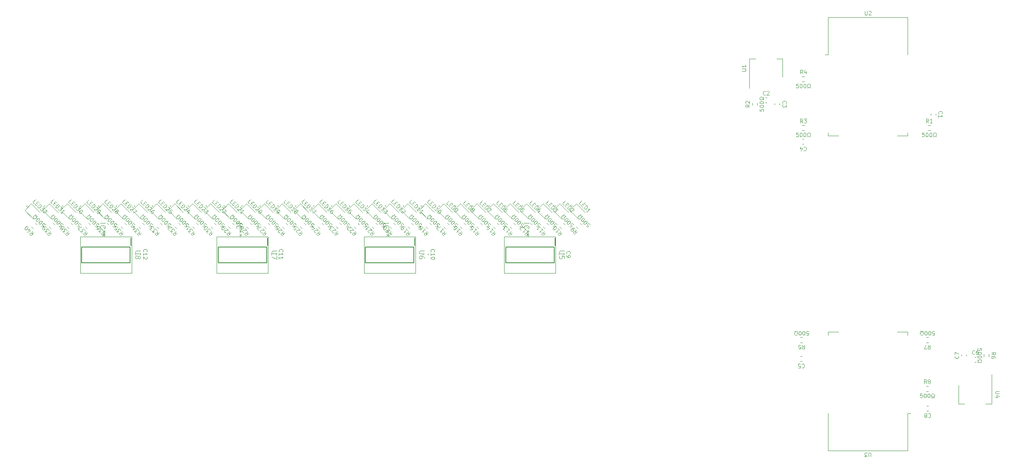
<source format=gbr>
%TF.GenerationSoftware,Flux,Pcbnew,7.0.11-7.0.11~ubuntu20.04.1*%
%TF.CreationDate,2024-08-21T15:19:06+00:00*%
%TF.ProjectId,input,696e7075-742e-46b6-9963-61645f706362,rev?*%
%TF.SameCoordinates,Original*%
%TF.FileFunction,Legend,Top*%
%TF.FilePolarity,Positive*%
%FSLAX46Y46*%
G04 Gerber Fmt 4.6, Leading zero omitted, Abs format (unit mm)*
G04 Filename: practical-fuchsia-massive-robot-spider*
G04 Build it with Flux! Visit our site at: https://www.flux.ai (PCBNEW 7.0.11-7.0.11~ubuntu20.04.1) date 2024-08-21 15:19:06*
%MOMM*%
%LPD*%
G01*
G04 APERTURE LIST*
%ADD10C,0.095000*%
%ADD11C,0.120650*%
%ADD12C,0.120000*%
%ADD13C,0.100000*%
%ADD14C,0.050000*%
%ADD15C,0.200000*%
G04 APERTURE END LIST*
D10*
X-157377767Y-2194265D02*
X-157647141Y-1924891D01*
X-157647141Y-1924891D02*
X-157081456Y-1359206D01*
X-156892894Y-2086516D02*
X-156704332Y-2275078D01*
X-156919831Y-2652201D02*
X-157189205Y-2382827D01*
X-157189205Y-2382827D02*
X-156623520Y-1817142D01*
X-156623520Y-1817142D02*
X-156354146Y-2086516D01*
X-156677394Y-2894638D02*
X-156111709Y-2328953D01*
X-156111709Y-2328953D02*
X-155977022Y-2463640D01*
X-155977022Y-2463640D02*
X-155923147Y-2571389D01*
X-155923147Y-2571389D02*
X-155923147Y-2679139D01*
X-155923147Y-2679139D02*
X-155950085Y-2759951D01*
X-155950085Y-2759951D02*
X-156030897Y-2894638D01*
X-156030897Y-2894638D02*
X-156111709Y-2975450D01*
X-156111709Y-2975450D02*
X-156246396Y-3056262D01*
X-156246396Y-3056262D02*
X-156327208Y-3083200D01*
X-156327208Y-3083200D02*
X-156434958Y-3083200D01*
X-156434958Y-3083200D02*
X-156542707Y-3029325D01*
X-156542707Y-3029325D02*
X-156677394Y-2894638D01*
X-155626836Y-2921575D02*
X-155572961Y-2921575D01*
X-155572961Y-2921575D02*
X-155492149Y-2948513D01*
X-155492149Y-2948513D02*
X-155357462Y-3083200D01*
X-155357462Y-3083200D02*
X-155330524Y-3164012D01*
X-155330524Y-3164012D02*
X-155330524Y-3217887D01*
X-155330524Y-3217887D02*
X-155357462Y-3298699D01*
X-155357462Y-3298699D02*
X-155411337Y-3352574D01*
X-155411337Y-3352574D02*
X-155519086Y-3406449D01*
X-155519086Y-3406449D02*
X-156165584Y-3406449D01*
X-156165584Y-3406449D02*
X-155815398Y-3756635D01*
X-155546023Y-4026009D02*
X-155438274Y-4133759D01*
X-155438274Y-4133759D02*
X-155357462Y-4160696D01*
X-155357462Y-4160696D02*
X-155303587Y-4160696D01*
X-155303587Y-4160696D02*
X-155168900Y-4133759D01*
X-155168900Y-4133759D02*
X-155034213Y-4052946D01*
X-155034213Y-4052946D02*
X-154818714Y-3837447D01*
X-154818714Y-3837447D02*
X-154791776Y-3756635D01*
X-154791776Y-3756635D02*
X-154791776Y-3702760D01*
X-154791776Y-3702760D02*
X-154818714Y-3621948D01*
X-154818714Y-3621948D02*
X-154926463Y-3514198D01*
X-154926463Y-3514198D02*
X-155007275Y-3487261D01*
X-155007275Y-3487261D02*
X-155061150Y-3487261D01*
X-155061150Y-3487261D02*
X-155141962Y-3514198D01*
X-155141962Y-3514198D02*
X-155276649Y-3648885D01*
X-155276649Y-3648885D02*
X-155303587Y-3729698D01*
X-155303587Y-3729698D02*
X-155303587Y-3783572D01*
X-155303587Y-3783572D02*
X-155276649Y-3864385D01*
X-155276649Y-3864385D02*
X-155168900Y-3972134D01*
X-155168900Y-3972134D02*
X-155088088Y-3999072D01*
X-155088088Y-3999072D02*
X-155034213Y-3999072D01*
X-155034213Y-3999072D02*
X-154953401Y-3972134D01*
D11*
X-118771546Y-11912897D02*
X-119594023Y-11912897D01*
X-119594023Y-11912897D02*
X-119690785Y-11961278D01*
X-119690785Y-11961278D02*
X-119739166Y-12009659D01*
X-119739166Y-12009659D02*
X-119787546Y-12106421D01*
X-119787546Y-12106421D02*
X-119787546Y-12299945D01*
X-119787546Y-12299945D02*
X-119739166Y-12396707D01*
X-119739166Y-12396707D02*
X-119690785Y-12445088D01*
X-119690785Y-12445088D02*
X-119594023Y-12493469D01*
X-119594023Y-12493469D02*
X-118771546Y-12493469D01*
X-118771546Y-12880516D02*
X-118771546Y-13557850D01*
X-118771546Y-13557850D02*
X-119787546Y-13122421D01*
X-126988351Y-6239505D02*
X-125972351Y-6239505D01*
X-126891590Y-7303887D02*
X-126939971Y-7255506D01*
X-126939971Y-7255506D02*
X-126988351Y-7110363D01*
X-126988351Y-7110363D02*
X-126988351Y-7013601D01*
X-126988351Y-7013601D02*
X-126939971Y-6868458D01*
X-126939971Y-6868458D02*
X-126843209Y-6771696D01*
X-126843209Y-6771696D02*
X-126746447Y-6723315D01*
X-126746447Y-6723315D02*
X-126552923Y-6674934D01*
X-126552923Y-6674934D02*
X-126407780Y-6674934D01*
X-126407780Y-6674934D02*
X-126214256Y-6723315D01*
X-126214256Y-6723315D02*
X-126117494Y-6771696D01*
X-126117494Y-6771696D02*
X-126020732Y-6868458D01*
X-126020732Y-6868458D02*
X-125972351Y-7013601D01*
X-125972351Y-7013601D02*
X-125972351Y-7110363D01*
X-125972351Y-7110363D02*
X-126020732Y-7255506D01*
X-126020732Y-7255506D02*
X-126069113Y-7303887D01*
X-125972351Y-7884458D02*
X-126214256Y-7884458D01*
X-126117494Y-7642553D02*
X-126214256Y-7884458D01*
X-126214256Y-7884458D02*
X-126117494Y-8126363D01*
X-126407780Y-7739315D02*
X-126214256Y-7884458D01*
X-126214256Y-7884458D02*
X-126407780Y-8029601D01*
X-125972351Y-8658553D02*
X-126214256Y-8658553D01*
X-126117494Y-8416648D02*
X-126214256Y-8658553D01*
X-126214256Y-8658553D02*
X-126117494Y-8900458D01*
X-126407780Y-8513410D02*
X-126214256Y-8658553D01*
X-126214256Y-8658553D02*
X-126407780Y-8803696D01*
D10*
X-87760167Y-2194265D02*
X-88029541Y-1924891D01*
X-88029541Y-1924891D02*
X-87463856Y-1359206D01*
X-87275294Y-2086516D02*
X-87086732Y-2275078D01*
X-87302231Y-2652201D02*
X-87571605Y-2382827D01*
X-87571605Y-2382827D02*
X-87005920Y-1817142D01*
X-87005920Y-1817142D02*
X-86736546Y-2086516D01*
X-87059794Y-2894638D02*
X-86494109Y-2328953D01*
X-86494109Y-2328953D02*
X-86359422Y-2463640D01*
X-86359422Y-2463640D02*
X-86305547Y-2571389D01*
X-86305547Y-2571389D02*
X-86305547Y-2679139D01*
X-86305547Y-2679139D02*
X-86332485Y-2759951D01*
X-86332485Y-2759951D02*
X-86413297Y-2894638D01*
X-86413297Y-2894638D02*
X-86494109Y-2975450D01*
X-86494109Y-2975450D02*
X-86628796Y-3056262D01*
X-86628796Y-3056262D02*
X-86709608Y-3083200D01*
X-86709608Y-3083200D02*
X-86817358Y-3083200D01*
X-86817358Y-3083200D02*
X-86925107Y-3029325D01*
X-86925107Y-3029325D02*
X-87059794Y-2894638D01*
X-86197798Y-3756635D02*
X-86521046Y-3433386D01*
X-86359422Y-3595011D02*
X-85793737Y-3029325D01*
X-85793737Y-3029325D02*
X-85928424Y-3056262D01*
X-85928424Y-3056262D02*
X-86036173Y-3056262D01*
X-86036173Y-3056262D02*
X-86116985Y-3029325D01*
X-85281926Y-3541136D02*
X-85228051Y-3595011D01*
X-85228051Y-3595011D02*
X-85201114Y-3675823D01*
X-85201114Y-3675823D02*
X-85201114Y-3729698D01*
X-85201114Y-3729698D02*
X-85228051Y-3810510D01*
X-85228051Y-3810510D02*
X-85308863Y-3945197D01*
X-85308863Y-3945197D02*
X-85443550Y-4079884D01*
X-85443550Y-4079884D02*
X-85578237Y-4160696D01*
X-85578237Y-4160696D02*
X-85659049Y-4187633D01*
X-85659049Y-4187633D02*
X-85712924Y-4187633D01*
X-85712924Y-4187633D02*
X-85793736Y-4160696D01*
X-85793736Y-4160696D02*
X-85847611Y-4106821D01*
X-85847611Y-4106821D02*
X-85874549Y-4026009D01*
X-85874549Y-4026009D02*
X-85874549Y-3972134D01*
X-85874549Y-3972134D02*
X-85847611Y-3891322D01*
X-85847611Y-3891322D02*
X-85766799Y-3756635D01*
X-85766799Y-3756635D02*
X-85632112Y-3621948D01*
X-85632112Y-3621948D02*
X-85497425Y-3541136D01*
X-85497425Y-3541136D02*
X-85416613Y-3514198D01*
X-85416613Y-3514198D02*
X-85362738Y-3514198D01*
X-85362738Y-3514198D02*
X-85281926Y-3541136D01*
X-58944104Y-6767033D02*
X-58674730Y-7036407D01*
X-58674730Y-7036407D02*
X-58378419Y-6793970D01*
X-58378419Y-6793970D02*
X-58432294Y-6793970D01*
X-58432294Y-6793970D02*
X-58513106Y-6767033D01*
X-58513106Y-6767033D02*
X-58647793Y-6632346D01*
X-58647793Y-6632346D02*
X-58674730Y-6551534D01*
X-58674730Y-6551534D02*
X-58674730Y-6497659D01*
X-58674730Y-6497659D02*
X-58647793Y-6416847D01*
X-58647793Y-6416847D02*
X-58513106Y-6282160D01*
X-58513106Y-6282160D02*
X-58432294Y-6255222D01*
X-58432294Y-6255222D02*
X-58378419Y-6255222D01*
X-58378419Y-6255222D02*
X-58297607Y-6282160D01*
X-58297607Y-6282160D02*
X-58162920Y-6416847D01*
X-58162920Y-6416847D02*
X-58135982Y-6497659D01*
X-58135982Y-6497659D02*
X-58135982Y-6551534D01*
X-59321228Y-6389909D02*
X-59375103Y-6336034D01*
X-59375103Y-6336034D02*
X-59402040Y-6255222D01*
X-59402040Y-6255222D02*
X-59402040Y-6201347D01*
X-59402040Y-6201347D02*
X-59375103Y-6120535D01*
X-59375103Y-6120535D02*
X-59294291Y-5985848D01*
X-59294291Y-5985848D02*
X-59159604Y-5851161D01*
X-59159604Y-5851161D02*
X-59024917Y-5770349D01*
X-59024917Y-5770349D02*
X-58944105Y-5743412D01*
X-58944105Y-5743412D02*
X-58890230Y-5743412D01*
X-58890230Y-5743412D02*
X-58809418Y-5770349D01*
X-58809418Y-5770349D02*
X-58755543Y-5824224D01*
X-58755543Y-5824224D02*
X-58728605Y-5905036D01*
X-58728605Y-5905036D02*
X-58728605Y-5958911D01*
X-58728605Y-5958911D02*
X-58755543Y-6039723D01*
X-58755543Y-6039723D02*
X-58836355Y-6174410D01*
X-58836355Y-6174410D02*
X-58971042Y-6309097D01*
X-58971042Y-6309097D02*
X-59105729Y-6389909D01*
X-59105729Y-6389909D02*
X-59186541Y-6416847D01*
X-59186541Y-6416847D02*
X-59240416Y-6416847D01*
X-59240416Y-6416847D02*
X-59321228Y-6389909D01*
X-59859976Y-5851161D02*
X-59913851Y-5797286D01*
X-59913851Y-5797286D02*
X-59940789Y-5716474D01*
X-59940789Y-5716474D02*
X-59940789Y-5662599D01*
X-59940789Y-5662599D02*
X-59913851Y-5581787D01*
X-59913851Y-5581787D02*
X-59833039Y-5447100D01*
X-59833039Y-5447100D02*
X-59698352Y-5312413D01*
X-59698352Y-5312413D02*
X-59563665Y-5231601D01*
X-59563665Y-5231601D02*
X-59482853Y-5204663D01*
X-59482853Y-5204663D02*
X-59428978Y-5204663D01*
X-59428978Y-5204663D02*
X-59348166Y-5231601D01*
X-59348166Y-5231601D02*
X-59294291Y-5285476D01*
X-59294291Y-5285476D02*
X-59267353Y-5366288D01*
X-59267353Y-5366288D02*
X-59267353Y-5420163D01*
X-59267353Y-5420163D02*
X-59294291Y-5500975D01*
X-59294291Y-5500975D02*
X-59375103Y-5635662D01*
X-59375103Y-5635662D02*
X-59509790Y-5770349D01*
X-59509790Y-5770349D02*
X-59644477Y-5851161D01*
X-59644477Y-5851161D02*
X-59725289Y-5878098D01*
X-59725289Y-5878098D02*
X-59779164Y-5878098D01*
X-59779164Y-5878098D02*
X-59859976Y-5851161D01*
X-59698352Y-4881414D02*
X-59833039Y-4746727D01*
X-59833039Y-4746727D02*
X-59940789Y-4854477D01*
X-59940789Y-4854477D02*
X-59913851Y-4935289D01*
X-59913851Y-4935289D02*
X-59913851Y-5043039D01*
X-59913851Y-5043039D02*
X-59967726Y-5150788D01*
X-59967726Y-5150788D02*
X-60102413Y-5285475D01*
X-60102413Y-5285475D02*
X-60210163Y-5339350D01*
X-60210163Y-5339350D02*
X-60317912Y-5339350D01*
X-60317912Y-5339350D02*
X-60425662Y-5285475D01*
X-60425662Y-5285475D02*
X-60533412Y-5177726D01*
X-60533412Y-5177726D02*
X-60587286Y-5069976D01*
X-60587286Y-5069976D02*
X-60587286Y-4962227D01*
X-60587286Y-4962227D02*
X-60533412Y-4854477D01*
X-60533412Y-4854477D02*
X-60398725Y-4719790D01*
X-60398725Y-4719790D02*
X-60290975Y-4665915D01*
X-60290975Y-4665915D02*
X-60183225Y-4665915D01*
X-60183225Y-4665915D02*
X-60102413Y-4692853D01*
X-60102413Y-4692853D02*
X-59994663Y-4585103D01*
X-59994663Y-4585103D02*
X-60129351Y-4450416D01*
X-60764408Y-7860009D02*
X-60845220Y-8317945D01*
X-60441159Y-8183258D02*
X-61006844Y-8748943D01*
X-61006844Y-8748943D02*
X-61222343Y-8533444D01*
X-61222343Y-8533444D02*
X-61249281Y-8452632D01*
X-61249281Y-8452632D02*
X-61249281Y-8398757D01*
X-61249281Y-8398757D02*
X-61222343Y-8317945D01*
X-61222343Y-8317945D02*
X-61141531Y-8237132D01*
X-61141531Y-8237132D02*
X-61060719Y-8210195D01*
X-61060719Y-8210195D02*
X-61006844Y-8210195D01*
X-61006844Y-8210195D02*
X-60926032Y-8237132D01*
X-60926032Y-8237132D02*
X-60710533Y-8452632D01*
X-61303156Y-7321261D02*
X-60979907Y-7644510D01*
X-61141531Y-7482885D02*
X-61707217Y-8048571D01*
X-61707217Y-8048571D02*
X-61572530Y-8021633D01*
X-61572530Y-8021633D02*
X-61464780Y-8021633D01*
X-61464780Y-8021633D02*
X-61383968Y-8048571D01*
X-62219028Y-7536760D02*
X-62272902Y-7482885D01*
X-62272902Y-7482885D02*
X-62299840Y-7402073D01*
X-62299840Y-7402073D02*
X-62299840Y-7348198D01*
X-62299840Y-7348198D02*
X-62272902Y-7267386D01*
X-62272902Y-7267386D02*
X-62192090Y-7132699D01*
X-62192090Y-7132699D02*
X-62057403Y-6998012D01*
X-62057403Y-6998012D02*
X-61922716Y-6917200D01*
X-61922716Y-6917200D02*
X-61841904Y-6890262D01*
X-61841904Y-6890262D02*
X-61788029Y-6890262D01*
X-61788029Y-6890262D02*
X-61707217Y-6917200D01*
X-61707217Y-6917200D02*
X-61653342Y-6971074D01*
X-61653342Y-6971074D02*
X-61626405Y-7051887D01*
X-61626405Y-7051887D02*
X-61626405Y-7105761D01*
X-61626405Y-7105761D02*
X-61653342Y-7186574D01*
X-61653342Y-7186574D02*
X-61734154Y-7321261D01*
X-61734154Y-7321261D02*
X-61868841Y-7455948D01*
X-61868841Y-7455948D02*
X-62003528Y-7536760D01*
X-62003528Y-7536760D02*
X-62084340Y-7563697D01*
X-62084340Y-7563697D02*
X-62138215Y-7563697D01*
X-62138215Y-7563697D02*
X-62219028Y-7536760D01*
X25270544Y-32257329D02*
X25270544Y-31876377D01*
X25270544Y-31876377D02*
X24889592Y-31838281D01*
X24889592Y-31838281D02*
X24927687Y-31876377D01*
X24927687Y-31876377D02*
X24965782Y-31952567D01*
X24965782Y-31952567D02*
X24965782Y-32143043D01*
X24965782Y-32143043D02*
X24927687Y-32219234D01*
X24927687Y-32219234D02*
X24889592Y-32257329D01*
X24889592Y-32257329D02*
X24813401Y-32295424D01*
X24813401Y-32295424D02*
X24622925Y-32295424D01*
X24622925Y-32295424D02*
X24546735Y-32257329D01*
X24546735Y-32257329D02*
X24508640Y-32219234D01*
X24508640Y-32219234D02*
X24470544Y-32143043D01*
X24470544Y-32143043D02*
X24470544Y-31952567D01*
X24470544Y-31952567D02*
X24508640Y-31876377D01*
X24508640Y-31876377D02*
X24546735Y-31838281D01*
X25270544Y-32790663D02*
X25270544Y-32866853D01*
X25270544Y-32866853D02*
X25232449Y-32943044D01*
X25232449Y-32943044D02*
X25194354Y-32981139D01*
X25194354Y-32981139D02*
X25118163Y-33019234D01*
X25118163Y-33019234D02*
X24965782Y-33057329D01*
X24965782Y-33057329D02*
X24775306Y-33057329D01*
X24775306Y-33057329D02*
X24622925Y-33019234D01*
X24622925Y-33019234D02*
X24546735Y-32981139D01*
X24546735Y-32981139D02*
X24508640Y-32943044D01*
X24508640Y-32943044D02*
X24470544Y-32866853D01*
X24470544Y-32866853D02*
X24470544Y-32790663D01*
X24470544Y-32790663D02*
X24508640Y-32714472D01*
X24508640Y-32714472D02*
X24546735Y-32676377D01*
X24546735Y-32676377D02*
X24622925Y-32638282D01*
X24622925Y-32638282D02*
X24775306Y-32600186D01*
X24775306Y-32600186D02*
X24965782Y-32600186D01*
X24965782Y-32600186D02*
X25118163Y-32638282D01*
X25118163Y-32638282D02*
X25194354Y-32676377D01*
X25194354Y-32676377D02*
X25232449Y-32714472D01*
X25232449Y-32714472D02*
X25270544Y-32790663D01*
X25270544Y-33552568D02*
X25270544Y-33628758D01*
X25270544Y-33628758D02*
X25232449Y-33704949D01*
X25232449Y-33704949D02*
X25194354Y-33743044D01*
X25194354Y-33743044D02*
X25118163Y-33781139D01*
X25118163Y-33781139D02*
X24965782Y-33819234D01*
X24965782Y-33819234D02*
X24775306Y-33819234D01*
X24775306Y-33819234D02*
X24622925Y-33781139D01*
X24622925Y-33781139D02*
X24546735Y-33743044D01*
X24546735Y-33743044D02*
X24508640Y-33704949D01*
X24508640Y-33704949D02*
X24470544Y-33628758D01*
X24470544Y-33628758D02*
X24470544Y-33552568D01*
X24470544Y-33552568D02*
X24508640Y-33476377D01*
X24508640Y-33476377D02*
X24546735Y-33438282D01*
X24546735Y-33438282D02*
X24622925Y-33400187D01*
X24622925Y-33400187D02*
X24775306Y-33362091D01*
X24775306Y-33362091D02*
X24965782Y-33362091D01*
X24965782Y-33362091D02*
X25118163Y-33400187D01*
X25118163Y-33400187D02*
X25194354Y-33438282D01*
X25194354Y-33438282D02*
X25232449Y-33476377D01*
X25232449Y-33476377D02*
X25270544Y-33552568D01*
X24470544Y-34123996D02*
X24470544Y-34314473D01*
X24470544Y-34314473D02*
X24622925Y-34314473D01*
X24622925Y-34314473D02*
X24661020Y-34238282D01*
X24661020Y-34238282D02*
X24737211Y-34162092D01*
X24737211Y-34162092D02*
X24851497Y-34123996D01*
X24851497Y-34123996D02*
X25041973Y-34123996D01*
X25041973Y-34123996D02*
X25156259Y-34162092D01*
X25156259Y-34162092D02*
X25232449Y-34238282D01*
X25232449Y-34238282D02*
X25270544Y-34352568D01*
X25270544Y-34352568D02*
X25270544Y-34504949D01*
X25270544Y-34504949D02*
X25232449Y-34619235D01*
X25232449Y-34619235D02*
X25156259Y-34695425D01*
X25156259Y-34695425D02*
X25041973Y-34733520D01*
X25041973Y-34733520D02*
X24851497Y-34733520D01*
X24851497Y-34733520D02*
X24737211Y-34695425D01*
X24737211Y-34695425D02*
X24661020Y-34619235D01*
X24661020Y-34619235D02*
X24622925Y-34543044D01*
X24622925Y-34543044D02*
X24470544Y-34543044D01*
X24470544Y-34543044D02*
X24470544Y-34733520D01*
X27330544Y-33152566D02*
X27711497Y-32885899D01*
X27330544Y-32695423D02*
X28130544Y-32695423D01*
X28130544Y-32695423D02*
X28130544Y-33000185D01*
X28130544Y-33000185D02*
X28092449Y-33076375D01*
X28092449Y-33076375D02*
X28054354Y-33114470D01*
X28054354Y-33114470D02*
X27978163Y-33152566D01*
X27978163Y-33152566D02*
X27863878Y-33152566D01*
X27863878Y-33152566D02*
X27787687Y-33114470D01*
X27787687Y-33114470D02*
X27749592Y-33076375D01*
X27749592Y-33076375D02*
X27711497Y-33000185D01*
X27711497Y-33000185D02*
X27711497Y-32695423D01*
X28130544Y-33838280D02*
X28130544Y-33685899D01*
X28130544Y-33685899D02*
X28092449Y-33609708D01*
X28092449Y-33609708D02*
X28054354Y-33571613D01*
X28054354Y-33571613D02*
X27940068Y-33495423D01*
X27940068Y-33495423D02*
X27787687Y-33457327D01*
X27787687Y-33457327D02*
X27482925Y-33457327D01*
X27482925Y-33457327D02*
X27406735Y-33495423D01*
X27406735Y-33495423D02*
X27368640Y-33533518D01*
X27368640Y-33533518D02*
X27330544Y-33609708D01*
X27330544Y-33609708D02*
X27330544Y-33762089D01*
X27330544Y-33762089D02*
X27368640Y-33838280D01*
X27368640Y-33838280D02*
X27406735Y-33876375D01*
X27406735Y-33876375D02*
X27482925Y-33914470D01*
X27482925Y-33914470D02*
X27673401Y-33914470D01*
X27673401Y-33914470D02*
X27749592Y-33876375D01*
X27749592Y-33876375D02*
X27787687Y-33838280D01*
X27787687Y-33838280D02*
X27825782Y-33762089D01*
X27825782Y-33762089D02*
X27825782Y-33609708D01*
X27825782Y-33609708D02*
X27787687Y-33533518D01*
X27787687Y-33533518D02*
X27749592Y-33495423D01*
X27749592Y-33495423D02*
X27673401Y-33457327D01*
X14379428Y-45251935D02*
X14417524Y-45213840D01*
X14417524Y-45213840D02*
X14531809Y-45175744D01*
X14531809Y-45175744D02*
X14608000Y-45175744D01*
X14608000Y-45175744D02*
X14722286Y-45213840D01*
X14722286Y-45213840D02*
X14798476Y-45290030D01*
X14798476Y-45290030D02*
X14836571Y-45366220D01*
X14836571Y-45366220D02*
X14874667Y-45518601D01*
X14874667Y-45518601D02*
X14874667Y-45632887D01*
X14874667Y-45632887D02*
X14836571Y-45785268D01*
X14836571Y-45785268D02*
X14798476Y-45861459D01*
X14798476Y-45861459D02*
X14722286Y-45937649D01*
X14722286Y-45937649D02*
X14608000Y-45975744D01*
X14608000Y-45975744D02*
X14531809Y-45975744D01*
X14531809Y-45975744D02*
X14417524Y-45937649D01*
X14417524Y-45937649D02*
X14379428Y-45899554D01*
X13922286Y-45632887D02*
X13998476Y-45670982D01*
X13998476Y-45670982D02*
X14036571Y-45709078D01*
X14036571Y-45709078D02*
X14074667Y-45785268D01*
X14074667Y-45785268D02*
X14074667Y-45823363D01*
X14074667Y-45823363D02*
X14036571Y-45899554D01*
X14036571Y-45899554D02*
X13998476Y-45937649D01*
X13998476Y-45937649D02*
X13922286Y-45975744D01*
X13922286Y-45975744D02*
X13769905Y-45975744D01*
X13769905Y-45975744D02*
X13693714Y-45937649D01*
X13693714Y-45937649D02*
X13655619Y-45899554D01*
X13655619Y-45899554D02*
X13617524Y-45823363D01*
X13617524Y-45823363D02*
X13617524Y-45785268D01*
X13617524Y-45785268D02*
X13655619Y-45709078D01*
X13655619Y-45709078D02*
X13693714Y-45670982D01*
X13693714Y-45670982D02*
X13769905Y-45632887D01*
X13769905Y-45632887D02*
X13922286Y-45632887D01*
X13922286Y-45632887D02*
X13998476Y-45594792D01*
X13998476Y-45594792D02*
X14036571Y-45556697D01*
X14036571Y-45556697D02*
X14074667Y-45480506D01*
X14074667Y-45480506D02*
X14074667Y-45328125D01*
X14074667Y-45328125D02*
X14036571Y-45251935D01*
X14036571Y-45251935D02*
X13998476Y-45213840D01*
X13998476Y-45213840D02*
X13922286Y-45175744D01*
X13922286Y-45175744D02*
X13769905Y-45175744D01*
X13769905Y-45175744D02*
X13693714Y-45213840D01*
X13693714Y-45213840D02*
X13655619Y-45251935D01*
X13655619Y-45251935D02*
X13617524Y-45328125D01*
X13617524Y-45328125D02*
X13617524Y-45480506D01*
X13617524Y-45480506D02*
X13655619Y-45556697D01*
X13655619Y-45556697D02*
X13693714Y-45594792D01*
X13693714Y-45594792D02*
X13769905Y-45632887D01*
X-161041767Y-2194265D02*
X-161311141Y-1924891D01*
X-161311141Y-1924891D02*
X-160745456Y-1359206D01*
X-160556894Y-2086516D02*
X-160368332Y-2275078D01*
X-160583831Y-2652201D02*
X-160853205Y-2382827D01*
X-160853205Y-2382827D02*
X-160287520Y-1817142D01*
X-160287520Y-1817142D02*
X-160018146Y-2086516D01*
X-160341394Y-2894638D02*
X-159775709Y-2328953D01*
X-159775709Y-2328953D02*
X-159641022Y-2463640D01*
X-159641022Y-2463640D02*
X-159587147Y-2571389D01*
X-159587147Y-2571389D02*
X-159587147Y-2679139D01*
X-159587147Y-2679139D02*
X-159614085Y-2759951D01*
X-159614085Y-2759951D02*
X-159694897Y-2894638D01*
X-159694897Y-2894638D02*
X-159775709Y-2975450D01*
X-159775709Y-2975450D02*
X-159910396Y-3056262D01*
X-159910396Y-3056262D02*
X-159991208Y-3083200D01*
X-159991208Y-3083200D02*
X-160098958Y-3083200D01*
X-160098958Y-3083200D02*
X-160206707Y-3029325D01*
X-160206707Y-3029325D02*
X-160341394Y-2894638D01*
X-159263898Y-2840763D02*
X-158913712Y-3190949D01*
X-158913712Y-3190949D02*
X-159317773Y-3217887D01*
X-159317773Y-3217887D02*
X-159236961Y-3298699D01*
X-159236961Y-3298699D02*
X-159210024Y-3379511D01*
X-159210024Y-3379511D02*
X-159210024Y-3433386D01*
X-159210024Y-3433386D02*
X-159236961Y-3514198D01*
X-159236961Y-3514198D02*
X-159371648Y-3648885D01*
X-159371648Y-3648885D02*
X-159452460Y-3675823D01*
X-159452460Y-3675823D02*
X-159506335Y-3675823D01*
X-159506335Y-3675823D02*
X-159587147Y-3648885D01*
X-159587147Y-3648885D02*
X-159748772Y-3487261D01*
X-159748772Y-3487261D02*
X-159775709Y-3406449D01*
X-159775709Y-3406449D02*
X-159775709Y-3352574D01*
X-158563526Y-3541136D02*
X-158509651Y-3595011D01*
X-158509651Y-3595011D02*
X-158482714Y-3675823D01*
X-158482714Y-3675823D02*
X-158482714Y-3729698D01*
X-158482714Y-3729698D02*
X-158509651Y-3810510D01*
X-158509651Y-3810510D02*
X-158590463Y-3945197D01*
X-158590463Y-3945197D02*
X-158725150Y-4079884D01*
X-158725150Y-4079884D02*
X-158859837Y-4160696D01*
X-158859837Y-4160696D02*
X-158940649Y-4187633D01*
X-158940649Y-4187633D02*
X-158994524Y-4187633D01*
X-158994524Y-4187633D02*
X-159075336Y-4160696D01*
X-159075336Y-4160696D02*
X-159129211Y-4106821D01*
X-159129211Y-4106821D02*
X-159156149Y-4026009D01*
X-159156149Y-4026009D02*
X-159156149Y-3972134D01*
X-159156149Y-3972134D02*
X-159129211Y-3891322D01*
X-159129211Y-3891322D02*
X-159048399Y-3756635D01*
X-159048399Y-3756635D02*
X-158913712Y-3621948D01*
X-158913712Y-3621948D02*
X-158779025Y-3541136D01*
X-158779025Y-3541136D02*
X-158698213Y-3514198D01*
X-158698213Y-3514198D02*
X-158644338Y-3514198D01*
X-158644338Y-3514198D02*
X-158563526Y-3541136D01*
X-139057267Y-2194265D02*
X-139326641Y-1924891D01*
X-139326641Y-1924891D02*
X-138760956Y-1359206D01*
X-138572394Y-2086516D02*
X-138383832Y-2275078D01*
X-138599331Y-2652201D02*
X-138868705Y-2382827D01*
X-138868705Y-2382827D02*
X-138303020Y-1817142D01*
X-138303020Y-1817142D02*
X-138033646Y-2086516D01*
X-138356894Y-2894638D02*
X-137791209Y-2328953D01*
X-137791209Y-2328953D02*
X-137656522Y-2463640D01*
X-137656522Y-2463640D02*
X-137602647Y-2571389D01*
X-137602647Y-2571389D02*
X-137602647Y-2679139D01*
X-137602647Y-2679139D02*
X-137629585Y-2759951D01*
X-137629585Y-2759951D02*
X-137710397Y-2894638D01*
X-137710397Y-2894638D02*
X-137791209Y-2975450D01*
X-137791209Y-2975450D02*
X-137925896Y-3056262D01*
X-137925896Y-3056262D02*
X-138006708Y-3083200D01*
X-138006708Y-3083200D02*
X-138114458Y-3083200D01*
X-138114458Y-3083200D02*
X-138222207Y-3029325D01*
X-138222207Y-3029325D02*
X-138356894Y-2894638D01*
X-137306336Y-2921575D02*
X-137252461Y-2921575D01*
X-137252461Y-2921575D02*
X-137171649Y-2948513D01*
X-137171649Y-2948513D02*
X-137036962Y-3083200D01*
X-137036962Y-3083200D02*
X-137010024Y-3164012D01*
X-137010024Y-3164012D02*
X-137010024Y-3217887D01*
X-137010024Y-3217887D02*
X-137036962Y-3298699D01*
X-137036962Y-3298699D02*
X-137090837Y-3352574D01*
X-137090837Y-3352574D02*
X-137198586Y-3406449D01*
X-137198586Y-3406449D02*
X-137845084Y-3406449D01*
X-137845084Y-3406449D02*
X-137494898Y-3756635D01*
X-136632901Y-3864385D02*
X-137010024Y-4241508D01*
X-136552088Y-3514198D02*
X-137090836Y-3783572D01*
X-137090836Y-3783572D02*
X-136740650Y-4133759D01*
X-70273393Y-2463639D02*
X-70542767Y-2194265D01*
X-70542767Y-2194265D02*
X-69977082Y-1628580D01*
X-69788520Y-2355889D02*
X-69599958Y-2544451D01*
X-69815458Y-2921575D02*
X-70084832Y-2652201D01*
X-70084832Y-2652201D02*
X-69519146Y-2086515D01*
X-69519146Y-2086515D02*
X-69249772Y-2355889D01*
X-69573021Y-3164012D02*
X-69007335Y-2598326D01*
X-69007335Y-2598326D02*
X-68872648Y-2733013D01*
X-68872648Y-2733013D02*
X-68818773Y-2840763D01*
X-68818773Y-2840763D02*
X-68818773Y-2948513D01*
X-68818773Y-2948513D02*
X-68845711Y-3029325D01*
X-68845711Y-3029325D02*
X-68926523Y-3164012D01*
X-68926523Y-3164012D02*
X-69007335Y-3244824D01*
X-69007335Y-3244824D02*
X-69142022Y-3325636D01*
X-69142022Y-3325636D02*
X-69222834Y-3352574D01*
X-69222834Y-3352574D02*
X-69330584Y-3352574D01*
X-69330584Y-3352574D02*
X-69438334Y-3298699D01*
X-69438334Y-3298699D02*
X-69573021Y-3164012D01*
X-68172276Y-3433386D02*
X-68441650Y-3164012D01*
X-68441650Y-3164012D02*
X-68737961Y-3406448D01*
X-68737961Y-3406448D02*
X-68684086Y-3406448D01*
X-68684086Y-3406448D02*
X-68603274Y-3433386D01*
X-68603274Y-3433386D02*
X-68468587Y-3568073D01*
X-68468587Y-3568073D02*
X-68441650Y-3648885D01*
X-68441650Y-3648885D02*
X-68441650Y-3702760D01*
X-68441650Y-3702760D02*
X-68468587Y-3783572D01*
X-68468587Y-3783572D02*
X-68603274Y-3918259D01*
X-68603274Y-3918259D02*
X-68684086Y-3945196D01*
X-68684086Y-3945196D02*
X-68737961Y-3945196D01*
X-68737961Y-3945196D02*
X-68818773Y-3918259D01*
X-68818773Y-3918259D02*
X-68953460Y-3783572D01*
X-68953460Y-3783572D02*
X-68980398Y-3702760D01*
X-68980398Y-3702760D02*
X-68980398Y-3648885D01*
X-130295404Y-6767033D02*
X-130026030Y-7036407D01*
X-130026030Y-7036407D02*
X-129729719Y-6793970D01*
X-129729719Y-6793970D02*
X-129783594Y-6793970D01*
X-129783594Y-6793970D02*
X-129864406Y-6767033D01*
X-129864406Y-6767033D02*
X-129999093Y-6632346D01*
X-129999093Y-6632346D02*
X-130026030Y-6551534D01*
X-130026030Y-6551534D02*
X-130026030Y-6497659D01*
X-130026030Y-6497659D02*
X-129999093Y-6416847D01*
X-129999093Y-6416847D02*
X-129864406Y-6282160D01*
X-129864406Y-6282160D02*
X-129783594Y-6255222D01*
X-129783594Y-6255222D02*
X-129729719Y-6255222D01*
X-129729719Y-6255222D02*
X-129648907Y-6282160D01*
X-129648907Y-6282160D02*
X-129514220Y-6416847D01*
X-129514220Y-6416847D02*
X-129487282Y-6497659D01*
X-129487282Y-6497659D02*
X-129487282Y-6551534D01*
X-130672528Y-6389909D02*
X-130726403Y-6336034D01*
X-130726403Y-6336034D02*
X-130753340Y-6255222D01*
X-130753340Y-6255222D02*
X-130753340Y-6201347D01*
X-130753340Y-6201347D02*
X-130726403Y-6120535D01*
X-130726403Y-6120535D02*
X-130645591Y-5985848D01*
X-130645591Y-5985848D02*
X-130510904Y-5851161D01*
X-130510904Y-5851161D02*
X-130376217Y-5770349D01*
X-130376217Y-5770349D02*
X-130295405Y-5743412D01*
X-130295405Y-5743412D02*
X-130241530Y-5743412D01*
X-130241530Y-5743412D02*
X-130160718Y-5770349D01*
X-130160718Y-5770349D02*
X-130106843Y-5824224D01*
X-130106843Y-5824224D02*
X-130079905Y-5905036D01*
X-130079905Y-5905036D02*
X-130079905Y-5958911D01*
X-130079905Y-5958911D02*
X-130106843Y-6039723D01*
X-130106843Y-6039723D02*
X-130187655Y-6174410D01*
X-130187655Y-6174410D02*
X-130322342Y-6309097D01*
X-130322342Y-6309097D02*
X-130457029Y-6389909D01*
X-130457029Y-6389909D02*
X-130537841Y-6416847D01*
X-130537841Y-6416847D02*
X-130591716Y-6416847D01*
X-130591716Y-6416847D02*
X-130672528Y-6389909D01*
X-131211276Y-5851161D02*
X-131265151Y-5797286D01*
X-131265151Y-5797286D02*
X-131292089Y-5716474D01*
X-131292089Y-5716474D02*
X-131292089Y-5662599D01*
X-131292089Y-5662599D02*
X-131265151Y-5581787D01*
X-131265151Y-5581787D02*
X-131184339Y-5447100D01*
X-131184339Y-5447100D02*
X-131049652Y-5312413D01*
X-131049652Y-5312413D02*
X-130914965Y-5231601D01*
X-130914965Y-5231601D02*
X-130834153Y-5204663D01*
X-130834153Y-5204663D02*
X-130780278Y-5204663D01*
X-130780278Y-5204663D02*
X-130699466Y-5231601D01*
X-130699466Y-5231601D02*
X-130645591Y-5285476D01*
X-130645591Y-5285476D02*
X-130618653Y-5366288D01*
X-130618653Y-5366288D02*
X-130618653Y-5420163D01*
X-130618653Y-5420163D02*
X-130645591Y-5500975D01*
X-130645591Y-5500975D02*
X-130726403Y-5635662D01*
X-130726403Y-5635662D02*
X-130861090Y-5770349D01*
X-130861090Y-5770349D02*
X-130995777Y-5851161D01*
X-130995777Y-5851161D02*
X-131076589Y-5878098D01*
X-131076589Y-5878098D02*
X-131130464Y-5878098D01*
X-131130464Y-5878098D02*
X-131211276Y-5851161D01*
X-131049652Y-4881414D02*
X-131184339Y-4746727D01*
X-131184339Y-4746727D02*
X-131292089Y-4854477D01*
X-131292089Y-4854477D02*
X-131265151Y-4935289D01*
X-131265151Y-4935289D02*
X-131265151Y-5043039D01*
X-131265151Y-5043039D02*
X-131319026Y-5150788D01*
X-131319026Y-5150788D02*
X-131453713Y-5285475D01*
X-131453713Y-5285475D02*
X-131561463Y-5339350D01*
X-131561463Y-5339350D02*
X-131669212Y-5339350D01*
X-131669212Y-5339350D02*
X-131776962Y-5285475D01*
X-131776962Y-5285475D02*
X-131884712Y-5177726D01*
X-131884712Y-5177726D02*
X-131938586Y-5069976D01*
X-131938586Y-5069976D02*
X-131938586Y-4962227D01*
X-131938586Y-4962227D02*
X-131884712Y-4854477D01*
X-131884712Y-4854477D02*
X-131750025Y-4719790D01*
X-131750025Y-4719790D02*
X-131642275Y-4665915D01*
X-131642275Y-4665915D02*
X-131534525Y-4665915D01*
X-131534525Y-4665915D02*
X-131453713Y-4692853D01*
X-131453713Y-4692853D02*
X-131345963Y-4585103D01*
X-131345963Y-4585103D02*
X-131480651Y-4450416D01*
X-132115708Y-7860009D02*
X-132196520Y-8317945D01*
X-131792459Y-8183258D02*
X-132358144Y-8748943D01*
X-132358144Y-8748943D02*
X-132573643Y-8533444D01*
X-132573643Y-8533444D02*
X-132600581Y-8452632D01*
X-132600581Y-8452632D02*
X-132600581Y-8398757D01*
X-132600581Y-8398757D02*
X-132573643Y-8317945D01*
X-132573643Y-8317945D02*
X-132492831Y-8237132D01*
X-132492831Y-8237132D02*
X-132412019Y-8210195D01*
X-132412019Y-8210195D02*
X-132358144Y-8210195D01*
X-132358144Y-8210195D02*
X-132277332Y-8237132D01*
X-132277332Y-8237132D02*
X-132061833Y-8452632D01*
X-132869955Y-8237132D02*
X-133220141Y-7886946D01*
X-133220141Y-7886946D02*
X-132816080Y-7860009D01*
X-132816080Y-7860009D02*
X-132896892Y-7779197D01*
X-132896892Y-7779197D02*
X-132923830Y-7698384D01*
X-132923830Y-7698384D02*
X-132923830Y-7644510D01*
X-132923830Y-7644510D02*
X-132896892Y-7563697D01*
X-132896892Y-7563697D02*
X-132762205Y-7429010D01*
X-132762205Y-7429010D02*
X-132681393Y-7402073D01*
X-132681393Y-7402073D02*
X-132627518Y-7402073D01*
X-132627518Y-7402073D02*
X-132546706Y-7429010D01*
X-132546706Y-7429010D02*
X-132385082Y-7590635D01*
X-132385082Y-7590635D02*
X-132358144Y-7671447D01*
X-132358144Y-7671447D02*
X-132358144Y-7725322D01*
X-133570328Y-7536760D02*
X-133624202Y-7482885D01*
X-133624202Y-7482885D02*
X-133651140Y-7402073D01*
X-133651140Y-7402073D02*
X-133651140Y-7348198D01*
X-133651140Y-7348198D02*
X-133624202Y-7267386D01*
X-133624202Y-7267386D02*
X-133543390Y-7132699D01*
X-133543390Y-7132699D02*
X-133408703Y-6998012D01*
X-133408703Y-6998012D02*
X-133274016Y-6917200D01*
X-133274016Y-6917200D02*
X-133193204Y-6890262D01*
X-133193204Y-6890262D02*
X-133139329Y-6890262D01*
X-133139329Y-6890262D02*
X-133058517Y-6917200D01*
X-133058517Y-6917200D02*
X-133004642Y-6971074D01*
X-133004642Y-6971074D02*
X-132977705Y-7051887D01*
X-132977705Y-7051887D02*
X-132977705Y-7105761D01*
X-132977705Y-7105761D02*
X-133004642Y-7186574D01*
X-133004642Y-7186574D02*
X-133085454Y-7321261D01*
X-133085454Y-7321261D02*
X-133220141Y-7455948D01*
X-133220141Y-7455948D02*
X-133354828Y-7536760D01*
X-133354828Y-7536760D02*
X-133435640Y-7563697D01*
X-133435640Y-7563697D02*
X-133489515Y-7563697D01*
X-133489515Y-7563697D02*
X-133570328Y-7536760D01*
X-146385467Y-2194265D02*
X-146654841Y-1924891D01*
X-146654841Y-1924891D02*
X-146089156Y-1359206D01*
X-145900594Y-2086516D02*
X-145712032Y-2275078D01*
X-145927531Y-2652201D02*
X-146196905Y-2382827D01*
X-146196905Y-2382827D02*
X-145631220Y-1817142D01*
X-145631220Y-1817142D02*
X-145361846Y-2086516D01*
X-145685094Y-2894638D02*
X-145119409Y-2328953D01*
X-145119409Y-2328953D02*
X-144984722Y-2463640D01*
X-144984722Y-2463640D02*
X-144930847Y-2571389D01*
X-144930847Y-2571389D02*
X-144930847Y-2679139D01*
X-144930847Y-2679139D02*
X-144957785Y-2759951D01*
X-144957785Y-2759951D02*
X-145038597Y-2894638D01*
X-145038597Y-2894638D02*
X-145119409Y-2975450D01*
X-145119409Y-2975450D02*
X-145254096Y-3056262D01*
X-145254096Y-3056262D02*
X-145334908Y-3083200D01*
X-145334908Y-3083200D02*
X-145442658Y-3083200D01*
X-145442658Y-3083200D02*
X-145550407Y-3029325D01*
X-145550407Y-3029325D02*
X-145685094Y-2894638D01*
X-144634536Y-2921575D02*
X-144580661Y-2921575D01*
X-144580661Y-2921575D02*
X-144499849Y-2948513D01*
X-144499849Y-2948513D02*
X-144365162Y-3083200D01*
X-144365162Y-3083200D02*
X-144338224Y-3164012D01*
X-144338224Y-3164012D02*
X-144338224Y-3217887D01*
X-144338224Y-3217887D02*
X-144365162Y-3298699D01*
X-144365162Y-3298699D02*
X-144419037Y-3352574D01*
X-144419037Y-3352574D02*
X-144526786Y-3406449D01*
X-144526786Y-3406449D02*
X-145173284Y-3406449D01*
X-145173284Y-3406449D02*
X-144823098Y-3756635D01*
X-143772539Y-3675823D02*
X-143880288Y-3568073D01*
X-143880288Y-3568073D02*
X-143961101Y-3541136D01*
X-143961101Y-3541136D02*
X-144014975Y-3541136D01*
X-144014975Y-3541136D02*
X-144149662Y-3568073D01*
X-144149662Y-3568073D02*
X-144284349Y-3648885D01*
X-144284349Y-3648885D02*
X-144499849Y-3864385D01*
X-144499849Y-3864385D02*
X-144526786Y-3945197D01*
X-144526786Y-3945197D02*
X-144526786Y-3999072D01*
X-144526786Y-3999072D02*
X-144499849Y-4079884D01*
X-144499849Y-4079884D02*
X-144392099Y-4187633D01*
X-144392099Y-4187633D02*
X-144311287Y-4214571D01*
X-144311287Y-4214571D02*
X-144257412Y-4214571D01*
X-144257412Y-4214571D02*
X-144176600Y-4187633D01*
X-144176600Y-4187633D02*
X-144041913Y-4052946D01*
X-144041913Y-4052946D02*
X-144014975Y-3972134D01*
X-144014975Y-3972134D02*
X-144014975Y-3918259D01*
X-144014975Y-3918259D02*
X-144041913Y-3837447D01*
X-144041913Y-3837447D02*
X-144149662Y-3729698D01*
X-144149662Y-3729698D02*
X-144230475Y-3702760D01*
X-144230475Y-3702760D02*
X-144284349Y-3702760D01*
X-144284349Y-3702760D02*
X-144365162Y-3729698D01*
X-80438393Y-2463639D02*
X-80707767Y-2194265D01*
X-80707767Y-2194265D02*
X-80142082Y-1628580D01*
X-79953520Y-2355889D02*
X-79764958Y-2544451D01*
X-79980458Y-2921575D02*
X-80249832Y-2652201D01*
X-80249832Y-2652201D02*
X-79684146Y-2086515D01*
X-79684146Y-2086515D02*
X-79414772Y-2355889D01*
X-79738021Y-3164012D02*
X-79172335Y-2598326D01*
X-79172335Y-2598326D02*
X-79037648Y-2733013D01*
X-79037648Y-2733013D02*
X-78983773Y-2840763D01*
X-78983773Y-2840763D02*
X-78983773Y-2948513D01*
X-78983773Y-2948513D02*
X-79010711Y-3029325D01*
X-79010711Y-3029325D02*
X-79091523Y-3164012D01*
X-79091523Y-3164012D02*
X-79172335Y-3244824D01*
X-79172335Y-3244824D02*
X-79307022Y-3325636D01*
X-79307022Y-3325636D02*
X-79387834Y-3352574D01*
X-79387834Y-3352574D02*
X-79495584Y-3352574D01*
X-79495584Y-3352574D02*
X-79603334Y-3298699D01*
X-79603334Y-3298699D02*
X-79738021Y-3164012D01*
X-78768274Y-3487261D02*
X-78795212Y-3406448D01*
X-78795212Y-3406448D02*
X-78795212Y-3352574D01*
X-78795212Y-3352574D02*
X-78768274Y-3271761D01*
X-78768274Y-3271761D02*
X-78741337Y-3244824D01*
X-78741337Y-3244824D02*
X-78660525Y-3217887D01*
X-78660525Y-3217887D02*
X-78606650Y-3217887D01*
X-78606650Y-3217887D02*
X-78525838Y-3244824D01*
X-78525838Y-3244824D02*
X-78418088Y-3352574D01*
X-78418088Y-3352574D02*
X-78391151Y-3433386D01*
X-78391151Y-3433386D02*
X-78391151Y-3487261D01*
X-78391151Y-3487261D02*
X-78418088Y-3568073D01*
X-78418088Y-3568073D02*
X-78445025Y-3595010D01*
X-78445025Y-3595010D02*
X-78525838Y-3621948D01*
X-78525838Y-3621948D02*
X-78579712Y-3621948D01*
X-78579712Y-3621948D02*
X-78660525Y-3595010D01*
X-78660525Y-3595010D02*
X-78768274Y-3487261D01*
X-78768274Y-3487261D02*
X-78849086Y-3460323D01*
X-78849086Y-3460323D02*
X-78902961Y-3460323D01*
X-78902961Y-3460323D02*
X-78983773Y-3487261D01*
X-78983773Y-3487261D02*
X-79091523Y-3595010D01*
X-79091523Y-3595010D02*
X-79118460Y-3675822D01*
X-79118460Y-3675822D02*
X-79118460Y-3729697D01*
X-79118460Y-3729697D02*
X-79091523Y-3810509D01*
X-79091523Y-3810509D02*
X-78983773Y-3918259D01*
X-78983773Y-3918259D02*
X-78902961Y-3945196D01*
X-78902961Y-3945196D02*
X-78849086Y-3945196D01*
X-78849086Y-3945196D02*
X-78768274Y-3918259D01*
X-78768274Y-3918259D02*
X-78660525Y-3810509D01*
X-78660525Y-3810509D02*
X-78633587Y-3729697D01*
X-78633587Y-3729697D02*
X-78633587Y-3675822D01*
X-78633587Y-3675822D02*
X-78660525Y-3595010D01*
X-83826693Y-2463639D02*
X-84096067Y-2194265D01*
X-84096067Y-2194265D02*
X-83530382Y-1628580D01*
X-83341820Y-2355889D02*
X-83153258Y-2544451D01*
X-83368758Y-2921575D02*
X-83638132Y-2652201D01*
X-83638132Y-2652201D02*
X-83072446Y-2086515D01*
X-83072446Y-2086515D02*
X-82803072Y-2355889D01*
X-83126321Y-3164012D02*
X-82560635Y-2598326D01*
X-82560635Y-2598326D02*
X-82425948Y-2733013D01*
X-82425948Y-2733013D02*
X-82372073Y-2840763D01*
X-82372073Y-2840763D02*
X-82372073Y-2948513D01*
X-82372073Y-2948513D02*
X-82399011Y-3029325D01*
X-82399011Y-3029325D02*
X-82479823Y-3164012D01*
X-82479823Y-3164012D02*
X-82560635Y-3244824D01*
X-82560635Y-3244824D02*
X-82695322Y-3325636D01*
X-82695322Y-3325636D02*
X-82776134Y-3352574D01*
X-82776134Y-3352574D02*
X-82883884Y-3352574D01*
X-82883884Y-3352574D02*
X-82991634Y-3298699D01*
X-82991634Y-3298699D02*
X-83126321Y-3164012D01*
X-82533698Y-3756635D02*
X-82425948Y-3864384D01*
X-82425948Y-3864384D02*
X-82345136Y-3891322D01*
X-82345136Y-3891322D02*
X-82291261Y-3891322D01*
X-82291261Y-3891322D02*
X-82156574Y-3864384D01*
X-82156574Y-3864384D02*
X-82021887Y-3783572D01*
X-82021887Y-3783572D02*
X-81806388Y-3568073D01*
X-81806388Y-3568073D02*
X-81779451Y-3487261D01*
X-81779451Y-3487261D02*
X-81779451Y-3433386D01*
X-81779451Y-3433386D02*
X-81806388Y-3352574D01*
X-81806388Y-3352574D02*
X-81914138Y-3244824D01*
X-81914138Y-3244824D02*
X-81994950Y-3217887D01*
X-81994950Y-3217887D02*
X-82048825Y-3217887D01*
X-82048825Y-3217887D02*
X-82129637Y-3244824D01*
X-82129637Y-3244824D02*
X-82264324Y-3379511D01*
X-82264324Y-3379511D02*
X-82291261Y-3460323D01*
X-82291261Y-3460323D02*
X-82291261Y-3514198D01*
X-82291261Y-3514198D02*
X-82264324Y-3595010D01*
X-82264324Y-3595010D02*
X-82156574Y-3702760D01*
X-82156574Y-3702760D02*
X-82075762Y-3729697D01*
X-82075762Y-3729697D02*
X-82021887Y-3729697D01*
X-82021887Y-3729697D02*
X-81941075Y-3702760D01*
X-75885704Y-6767033D02*
X-75616330Y-7036407D01*
X-75616330Y-7036407D02*
X-75320019Y-6793970D01*
X-75320019Y-6793970D02*
X-75373894Y-6793970D01*
X-75373894Y-6793970D02*
X-75454706Y-6767033D01*
X-75454706Y-6767033D02*
X-75589393Y-6632346D01*
X-75589393Y-6632346D02*
X-75616330Y-6551534D01*
X-75616330Y-6551534D02*
X-75616330Y-6497659D01*
X-75616330Y-6497659D02*
X-75589393Y-6416847D01*
X-75589393Y-6416847D02*
X-75454706Y-6282160D01*
X-75454706Y-6282160D02*
X-75373894Y-6255222D01*
X-75373894Y-6255222D02*
X-75320019Y-6255222D01*
X-75320019Y-6255222D02*
X-75239207Y-6282160D01*
X-75239207Y-6282160D02*
X-75104520Y-6416847D01*
X-75104520Y-6416847D02*
X-75077582Y-6497659D01*
X-75077582Y-6497659D02*
X-75077582Y-6551534D01*
X-76262828Y-6389909D02*
X-76316703Y-6336034D01*
X-76316703Y-6336034D02*
X-76343640Y-6255222D01*
X-76343640Y-6255222D02*
X-76343640Y-6201347D01*
X-76343640Y-6201347D02*
X-76316703Y-6120535D01*
X-76316703Y-6120535D02*
X-76235891Y-5985848D01*
X-76235891Y-5985848D02*
X-76101204Y-5851161D01*
X-76101204Y-5851161D02*
X-75966517Y-5770349D01*
X-75966517Y-5770349D02*
X-75885705Y-5743412D01*
X-75885705Y-5743412D02*
X-75831830Y-5743412D01*
X-75831830Y-5743412D02*
X-75751018Y-5770349D01*
X-75751018Y-5770349D02*
X-75697143Y-5824224D01*
X-75697143Y-5824224D02*
X-75670205Y-5905036D01*
X-75670205Y-5905036D02*
X-75670205Y-5958911D01*
X-75670205Y-5958911D02*
X-75697143Y-6039723D01*
X-75697143Y-6039723D02*
X-75777955Y-6174410D01*
X-75777955Y-6174410D02*
X-75912642Y-6309097D01*
X-75912642Y-6309097D02*
X-76047329Y-6389909D01*
X-76047329Y-6389909D02*
X-76128141Y-6416847D01*
X-76128141Y-6416847D02*
X-76182016Y-6416847D01*
X-76182016Y-6416847D02*
X-76262828Y-6389909D01*
X-76801576Y-5851161D02*
X-76855451Y-5797286D01*
X-76855451Y-5797286D02*
X-76882389Y-5716474D01*
X-76882389Y-5716474D02*
X-76882389Y-5662599D01*
X-76882389Y-5662599D02*
X-76855451Y-5581787D01*
X-76855451Y-5581787D02*
X-76774639Y-5447100D01*
X-76774639Y-5447100D02*
X-76639952Y-5312413D01*
X-76639952Y-5312413D02*
X-76505265Y-5231601D01*
X-76505265Y-5231601D02*
X-76424453Y-5204663D01*
X-76424453Y-5204663D02*
X-76370578Y-5204663D01*
X-76370578Y-5204663D02*
X-76289766Y-5231601D01*
X-76289766Y-5231601D02*
X-76235891Y-5285476D01*
X-76235891Y-5285476D02*
X-76208953Y-5366288D01*
X-76208953Y-5366288D02*
X-76208953Y-5420163D01*
X-76208953Y-5420163D02*
X-76235891Y-5500975D01*
X-76235891Y-5500975D02*
X-76316703Y-5635662D01*
X-76316703Y-5635662D02*
X-76451390Y-5770349D01*
X-76451390Y-5770349D02*
X-76586077Y-5851161D01*
X-76586077Y-5851161D02*
X-76666889Y-5878098D01*
X-76666889Y-5878098D02*
X-76720764Y-5878098D01*
X-76720764Y-5878098D02*
X-76801576Y-5851161D01*
X-76639952Y-4881414D02*
X-76774639Y-4746727D01*
X-76774639Y-4746727D02*
X-76882389Y-4854477D01*
X-76882389Y-4854477D02*
X-76855451Y-4935289D01*
X-76855451Y-4935289D02*
X-76855451Y-5043039D01*
X-76855451Y-5043039D02*
X-76909326Y-5150788D01*
X-76909326Y-5150788D02*
X-77044013Y-5285475D01*
X-77044013Y-5285475D02*
X-77151763Y-5339350D01*
X-77151763Y-5339350D02*
X-77259512Y-5339350D01*
X-77259512Y-5339350D02*
X-77367262Y-5285475D01*
X-77367262Y-5285475D02*
X-77475012Y-5177726D01*
X-77475012Y-5177726D02*
X-77528886Y-5069976D01*
X-77528886Y-5069976D02*
X-77528886Y-4962227D01*
X-77528886Y-4962227D02*
X-77475012Y-4854477D01*
X-77475012Y-4854477D02*
X-77340325Y-4719790D01*
X-77340325Y-4719790D02*
X-77232575Y-4665915D01*
X-77232575Y-4665915D02*
X-77124825Y-4665915D01*
X-77124825Y-4665915D02*
X-77044013Y-4692853D01*
X-77044013Y-4692853D02*
X-76936263Y-4585103D01*
X-76936263Y-4585103D02*
X-77070951Y-4450416D01*
X-77706008Y-7860009D02*
X-77786820Y-8317945D01*
X-77382759Y-8183258D02*
X-77948444Y-8748943D01*
X-77948444Y-8748943D02*
X-78163943Y-8533444D01*
X-78163943Y-8533444D02*
X-78190881Y-8452632D01*
X-78190881Y-8452632D02*
X-78190881Y-8398757D01*
X-78190881Y-8398757D02*
X-78163943Y-8317945D01*
X-78163943Y-8317945D02*
X-78083131Y-8237132D01*
X-78083131Y-8237132D02*
X-78002319Y-8210195D01*
X-78002319Y-8210195D02*
X-77948444Y-8210195D01*
X-77948444Y-8210195D02*
X-77867632Y-8237132D01*
X-77867632Y-8237132D02*
X-77652133Y-8452632D01*
X-78244756Y-7321261D02*
X-77921507Y-7644510D01*
X-78083131Y-7482885D02*
X-78648817Y-8048571D01*
X-78648817Y-8048571D02*
X-78514130Y-8021633D01*
X-78514130Y-8021633D02*
X-78406380Y-8021633D01*
X-78406380Y-8021633D02*
X-78325568Y-8048571D01*
X-79322252Y-7375135D02*
X-79052878Y-7644509D01*
X-79052878Y-7644509D02*
X-78756566Y-7402073D01*
X-78756566Y-7402073D02*
X-78810441Y-7402073D01*
X-78810441Y-7402073D02*
X-78891253Y-7375135D01*
X-78891253Y-7375135D02*
X-79025940Y-7240448D01*
X-79025940Y-7240448D02*
X-79052878Y-7159636D01*
X-79052878Y-7159636D02*
X-79052878Y-7105761D01*
X-79052878Y-7105761D02*
X-79025940Y-7024949D01*
X-79025940Y-7024949D02*
X-78891253Y-6890262D01*
X-78891253Y-6890262D02*
X-78810441Y-6863325D01*
X-78810441Y-6863325D02*
X-78756566Y-6863325D01*
X-78756566Y-6863325D02*
X-78675754Y-6890262D01*
X-78675754Y-6890262D02*
X-78541067Y-7024949D01*
X-78541067Y-7024949D02*
X-78514130Y-7105761D01*
X-78514130Y-7105761D02*
X-78514130Y-7159636D01*
X-137623504Y-6767033D02*
X-137354130Y-7036407D01*
X-137354130Y-7036407D02*
X-137057819Y-6793970D01*
X-137057819Y-6793970D02*
X-137111694Y-6793970D01*
X-137111694Y-6793970D02*
X-137192506Y-6767033D01*
X-137192506Y-6767033D02*
X-137327193Y-6632346D01*
X-137327193Y-6632346D02*
X-137354130Y-6551534D01*
X-137354130Y-6551534D02*
X-137354130Y-6497659D01*
X-137354130Y-6497659D02*
X-137327193Y-6416847D01*
X-137327193Y-6416847D02*
X-137192506Y-6282160D01*
X-137192506Y-6282160D02*
X-137111694Y-6255222D01*
X-137111694Y-6255222D02*
X-137057819Y-6255222D01*
X-137057819Y-6255222D02*
X-136977007Y-6282160D01*
X-136977007Y-6282160D02*
X-136842320Y-6416847D01*
X-136842320Y-6416847D02*
X-136815382Y-6497659D01*
X-136815382Y-6497659D02*
X-136815382Y-6551534D01*
X-138000628Y-6389909D02*
X-138054503Y-6336034D01*
X-138054503Y-6336034D02*
X-138081440Y-6255222D01*
X-138081440Y-6255222D02*
X-138081440Y-6201347D01*
X-138081440Y-6201347D02*
X-138054503Y-6120535D01*
X-138054503Y-6120535D02*
X-137973691Y-5985848D01*
X-137973691Y-5985848D02*
X-137839004Y-5851161D01*
X-137839004Y-5851161D02*
X-137704317Y-5770349D01*
X-137704317Y-5770349D02*
X-137623505Y-5743412D01*
X-137623505Y-5743412D02*
X-137569630Y-5743412D01*
X-137569630Y-5743412D02*
X-137488818Y-5770349D01*
X-137488818Y-5770349D02*
X-137434943Y-5824224D01*
X-137434943Y-5824224D02*
X-137408005Y-5905036D01*
X-137408005Y-5905036D02*
X-137408005Y-5958911D01*
X-137408005Y-5958911D02*
X-137434943Y-6039723D01*
X-137434943Y-6039723D02*
X-137515755Y-6174410D01*
X-137515755Y-6174410D02*
X-137650442Y-6309097D01*
X-137650442Y-6309097D02*
X-137785129Y-6389909D01*
X-137785129Y-6389909D02*
X-137865941Y-6416847D01*
X-137865941Y-6416847D02*
X-137919816Y-6416847D01*
X-137919816Y-6416847D02*
X-138000628Y-6389909D01*
X-138539376Y-5851161D02*
X-138593251Y-5797286D01*
X-138593251Y-5797286D02*
X-138620189Y-5716474D01*
X-138620189Y-5716474D02*
X-138620189Y-5662599D01*
X-138620189Y-5662599D02*
X-138593251Y-5581787D01*
X-138593251Y-5581787D02*
X-138512439Y-5447100D01*
X-138512439Y-5447100D02*
X-138377752Y-5312413D01*
X-138377752Y-5312413D02*
X-138243065Y-5231601D01*
X-138243065Y-5231601D02*
X-138162253Y-5204663D01*
X-138162253Y-5204663D02*
X-138108378Y-5204663D01*
X-138108378Y-5204663D02*
X-138027566Y-5231601D01*
X-138027566Y-5231601D02*
X-137973691Y-5285476D01*
X-137973691Y-5285476D02*
X-137946753Y-5366288D01*
X-137946753Y-5366288D02*
X-137946753Y-5420163D01*
X-137946753Y-5420163D02*
X-137973691Y-5500975D01*
X-137973691Y-5500975D02*
X-138054503Y-5635662D01*
X-138054503Y-5635662D02*
X-138189190Y-5770349D01*
X-138189190Y-5770349D02*
X-138323877Y-5851161D01*
X-138323877Y-5851161D02*
X-138404689Y-5878098D01*
X-138404689Y-5878098D02*
X-138458564Y-5878098D01*
X-138458564Y-5878098D02*
X-138539376Y-5851161D01*
X-138377752Y-4881414D02*
X-138512439Y-4746727D01*
X-138512439Y-4746727D02*
X-138620189Y-4854477D01*
X-138620189Y-4854477D02*
X-138593251Y-4935289D01*
X-138593251Y-4935289D02*
X-138593251Y-5043039D01*
X-138593251Y-5043039D02*
X-138647126Y-5150788D01*
X-138647126Y-5150788D02*
X-138781813Y-5285475D01*
X-138781813Y-5285475D02*
X-138889563Y-5339350D01*
X-138889563Y-5339350D02*
X-138997312Y-5339350D01*
X-138997312Y-5339350D02*
X-139105062Y-5285475D01*
X-139105062Y-5285475D02*
X-139212812Y-5177726D01*
X-139212812Y-5177726D02*
X-139266686Y-5069976D01*
X-139266686Y-5069976D02*
X-139266686Y-4962227D01*
X-139266686Y-4962227D02*
X-139212812Y-4854477D01*
X-139212812Y-4854477D02*
X-139078125Y-4719790D01*
X-139078125Y-4719790D02*
X-138970375Y-4665915D01*
X-138970375Y-4665915D02*
X-138862625Y-4665915D01*
X-138862625Y-4665915D02*
X-138781813Y-4692853D01*
X-138781813Y-4692853D02*
X-138674063Y-4585103D01*
X-138674063Y-4585103D02*
X-138808751Y-4450416D01*
X-139443808Y-7860009D02*
X-139524620Y-8317945D01*
X-139120559Y-8183258D02*
X-139686244Y-8748943D01*
X-139686244Y-8748943D02*
X-139901743Y-8533444D01*
X-139901743Y-8533444D02*
X-139928681Y-8452632D01*
X-139928681Y-8452632D02*
X-139928681Y-8398757D01*
X-139928681Y-8398757D02*
X-139901743Y-8317945D01*
X-139901743Y-8317945D02*
X-139820931Y-8237132D01*
X-139820931Y-8237132D02*
X-139740119Y-8210195D01*
X-139740119Y-8210195D02*
X-139686244Y-8210195D01*
X-139686244Y-8210195D02*
X-139605432Y-8237132D01*
X-139605432Y-8237132D02*
X-139389933Y-8452632D01*
X-140198055Y-8237132D02*
X-140548241Y-7886946D01*
X-140548241Y-7886946D02*
X-140144180Y-7860009D01*
X-140144180Y-7860009D02*
X-140224992Y-7779197D01*
X-140224992Y-7779197D02*
X-140251930Y-7698384D01*
X-140251930Y-7698384D02*
X-140251930Y-7644510D01*
X-140251930Y-7644510D02*
X-140224992Y-7563697D01*
X-140224992Y-7563697D02*
X-140090305Y-7429010D01*
X-140090305Y-7429010D02*
X-140009493Y-7402073D01*
X-140009493Y-7402073D02*
X-139955618Y-7402073D01*
X-139955618Y-7402073D02*
X-139874806Y-7429010D01*
X-139874806Y-7429010D02*
X-139713182Y-7590635D01*
X-139713182Y-7590635D02*
X-139686244Y-7671447D01*
X-139686244Y-7671447D02*
X-139686244Y-7725322D01*
X-140709866Y-7617572D02*
X-140763740Y-7617572D01*
X-140763740Y-7617572D02*
X-140844553Y-7590635D01*
X-140844553Y-7590635D02*
X-140979240Y-7455948D01*
X-140979240Y-7455948D02*
X-141006177Y-7375135D01*
X-141006177Y-7375135D02*
X-141006177Y-7321261D01*
X-141006177Y-7321261D02*
X-140979240Y-7240448D01*
X-140979240Y-7240448D02*
X-140925365Y-7186574D01*
X-140925365Y-7186574D02*
X-140817615Y-7132699D01*
X-140817615Y-7132699D02*
X-140171118Y-7132699D01*
X-140171118Y-7132699D02*
X-140521304Y-6782513D01*
X-98752367Y-2194265D02*
X-99021741Y-1924891D01*
X-99021741Y-1924891D02*
X-98456056Y-1359206D01*
X-98267494Y-2086516D02*
X-98078932Y-2275078D01*
X-98294431Y-2652201D02*
X-98563805Y-2382827D01*
X-98563805Y-2382827D02*
X-97998120Y-1817142D01*
X-97998120Y-1817142D02*
X-97728746Y-2086516D01*
X-98051994Y-2894638D02*
X-97486309Y-2328953D01*
X-97486309Y-2328953D02*
X-97351622Y-2463640D01*
X-97351622Y-2463640D02*
X-97297747Y-2571389D01*
X-97297747Y-2571389D02*
X-97297747Y-2679139D01*
X-97297747Y-2679139D02*
X-97324685Y-2759951D01*
X-97324685Y-2759951D02*
X-97405497Y-2894638D01*
X-97405497Y-2894638D02*
X-97486309Y-2975450D01*
X-97486309Y-2975450D02*
X-97620996Y-3056262D01*
X-97620996Y-3056262D02*
X-97701808Y-3083200D01*
X-97701808Y-3083200D02*
X-97809558Y-3083200D01*
X-97809558Y-3083200D02*
X-97917307Y-3029325D01*
X-97917307Y-3029325D02*
X-98051994Y-2894638D01*
X-97189998Y-3756635D02*
X-97513246Y-3433386D01*
X-97351622Y-3595011D02*
X-96785937Y-3029325D01*
X-96785937Y-3029325D02*
X-96920624Y-3056262D01*
X-96920624Y-3056262D02*
X-97028373Y-3056262D01*
X-97028373Y-3056262D02*
X-97109185Y-3029325D01*
X-96435750Y-3379511D02*
X-96085564Y-3729698D01*
X-96085564Y-3729698D02*
X-96489625Y-3756635D01*
X-96489625Y-3756635D02*
X-96408813Y-3837447D01*
X-96408813Y-3837447D02*
X-96381875Y-3918259D01*
X-96381875Y-3918259D02*
X-96381875Y-3972134D01*
X-96381875Y-3972134D02*
X-96408813Y-4052946D01*
X-96408813Y-4052946D02*
X-96543500Y-4187633D01*
X-96543500Y-4187633D02*
X-96624312Y-4214571D01*
X-96624312Y-4214571D02*
X-96678187Y-4214571D01*
X-96678187Y-4214571D02*
X-96758999Y-4187633D01*
X-96758999Y-4187633D02*
X-96920623Y-4026009D01*
X-96920623Y-4026009D02*
X-96947561Y-3945197D01*
X-96947561Y-3945197D02*
X-96947561Y-3891322D01*
D11*
X-146655146Y-11912897D02*
X-147477623Y-11912897D01*
X-147477623Y-11912897D02*
X-147574385Y-11961278D01*
X-147574385Y-11961278D02*
X-147622766Y-12009659D01*
X-147622766Y-12009659D02*
X-147671146Y-12106421D01*
X-147671146Y-12106421D02*
X-147671146Y-12299945D01*
X-147671146Y-12299945D02*
X-147622766Y-12396707D01*
X-147622766Y-12396707D02*
X-147574385Y-12445088D01*
X-147574385Y-12445088D02*
X-147477623Y-12493469D01*
X-147477623Y-12493469D02*
X-146655146Y-12493469D01*
X-147090575Y-13122421D02*
X-147042194Y-13025659D01*
X-147042194Y-13025659D02*
X-146993813Y-12977278D01*
X-146993813Y-12977278D02*
X-146897051Y-12928897D01*
X-146897051Y-12928897D02*
X-146848670Y-12928897D01*
X-146848670Y-12928897D02*
X-146751908Y-12977278D01*
X-146751908Y-12977278D02*
X-146703527Y-13025659D01*
X-146703527Y-13025659D02*
X-146655146Y-13122421D01*
X-146655146Y-13122421D02*
X-146655146Y-13315945D01*
X-146655146Y-13315945D02*
X-146703527Y-13412707D01*
X-146703527Y-13412707D02*
X-146751908Y-13461088D01*
X-146751908Y-13461088D02*
X-146848670Y-13509469D01*
X-146848670Y-13509469D02*
X-146897051Y-13509469D01*
X-146897051Y-13509469D02*
X-146993813Y-13461088D01*
X-146993813Y-13461088D02*
X-147042194Y-13412707D01*
X-147042194Y-13412707D02*
X-147090575Y-13315945D01*
X-147090575Y-13315945D02*
X-147090575Y-13122421D01*
X-147090575Y-13122421D02*
X-147138956Y-13025659D01*
X-147138956Y-13025659D02*
X-147187337Y-12977278D01*
X-147187337Y-12977278D02*
X-147284099Y-12928897D01*
X-147284099Y-12928897D02*
X-147477623Y-12928897D01*
X-147477623Y-12928897D02*
X-147574385Y-12977278D01*
X-147574385Y-12977278D02*
X-147622766Y-13025659D01*
X-147622766Y-13025659D02*
X-147671146Y-13122421D01*
X-147671146Y-13122421D02*
X-147671146Y-13315945D01*
X-147671146Y-13315945D02*
X-147622766Y-13412707D01*
X-147622766Y-13412707D02*
X-147574385Y-13461088D01*
X-147574385Y-13461088D02*
X-147477623Y-13509469D01*
X-147477623Y-13509469D02*
X-147284099Y-13509469D01*
X-147284099Y-13509469D02*
X-147187337Y-13461088D01*
X-147187337Y-13461088D02*
X-147138956Y-13412707D01*
X-147138956Y-13412707D02*
X-147090575Y-13315945D01*
X-154871951Y-6239505D02*
X-153855951Y-6239505D01*
X-154775190Y-7303887D02*
X-154823571Y-7255506D01*
X-154823571Y-7255506D02*
X-154871951Y-7110363D01*
X-154871951Y-7110363D02*
X-154871951Y-7013601D01*
X-154871951Y-7013601D02*
X-154823571Y-6868458D01*
X-154823571Y-6868458D02*
X-154726809Y-6771696D01*
X-154726809Y-6771696D02*
X-154630047Y-6723315D01*
X-154630047Y-6723315D02*
X-154436523Y-6674934D01*
X-154436523Y-6674934D02*
X-154291380Y-6674934D01*
X-154291380Y-6674934D02*
X-154097856Y-6723315D01*
X-154097856Y-6723315D02*
X-154001094Y-6771696D01*
X-154001094Y-6771696D02*
X-153904332Y-6868458D01*
X-153904332Y-6868458D02*
X-153855951Y-7013601D01*
X-153855951Y-7013601D02*
X-153855951Y-7110363D01*
X-153855951Y-7110363D02*
X-153904332Y-7255506D01*
X-153904332Y-7255506D02*
X-153952713Y-7303887D01*
X-153855951Y-7884458D02*
X-154097856Y-7884458D01*
X-154001094Y-7642553D02*
X-154097856Y-7884458D01*
X-154097856Y-7884458D02*
X-154001094Y-8126363D01*
X-154291380Y-7739315D02*
X-154097856Y-7884458D01*
X-154097856Y-7884458D02*
X-154291380Y-8029601D01*
X-153855951Y-8658553D02*
X-154097856Y-8658553D01*
X-154001094Y-8416648D02*
X-154097856Y-8658553D01*
X-154097856Y-8658553D02*
X-154001094Y-8900458D01*
X-154291380Y-8513410D02*
X-154097856Y-8658553D01*
X-154097856Y-8658553D02*
X-154291380Y-8803696D01*
D10*
X-113408767Y-2194265D02*
X-113678141Y-1924891D01*
X-113678141Y-1924891D02*
X-113112456Y-1359206D01*
X-112923894Y-2086516D02*
X-112735332Y-2275078D01*
X-112950831Y-2652201D02*
X-113220205Y-2382827D01*
X-113220205Y-2382827D02*
X-112654520Y-1817142D01*
X-112654520Y-1817142D02*
X-112385146Y-2086516D01*
X-112708394Y-2894638D02*
X-112142709Y-2328953D01*
X-112142709Y-2328953D02*
X-112008022Y-2463640D01*
X-112008022Y-2463640D02*
X-111954147Y-2571389D01*
X-111954147Y-2571389D02*
X-111954147Y-2679139D01*
X-111954147Y-2679139D02*
X-111981085Y-2759951D01*
X-111981085Y-2759951D02*
X-112061897Y-2894638D01*
X-112061897Y-2894638D02*
X-112142709Y-2975450D01*
X-112142709Y-2975450D02*
X-112277396Y-3056262D01*
X-112277396Y-3056262D02*
X-112358208Y-3083200D01*
X-112358208Y-3083200D02*
X-112465958Y-3083200D01*
X-112465958Y-3083200D02*
X-112573707Y-3029325D01*
X-112573707Y-3029325D02*
X-112708394Y-2894638D01*
X-111846398Y-3756635D02*
X-112169646Y-3433386D01*
X-112008022Y-3595011D02*
X-111442337Y-3029325D01*
X-111442337Y-3029325D02*
X-111577024Y-3056262D01*
X-111577024Y-3056262D02*
X-111684773Y-3056262D01*
X-111684773Y-3056262D02*
X-111765585Y-3029325D01*
X-111092150Y-3379511D02*
X-110715027Y-3756635D01*
X-110715027Y-3756635D02*
X-111523149Y-4079884D01*
X-15318164Y18280333D02*
X-15356260Y18318429D01*
X-15356260Y18318429D02*
X-15394355Y18432714D01*
X-15394355Y18432714D02*
X-15394355Y18508905D01*
X-15394355Y18508905D02*
X-15356260Y18623191D01*
X-15356260Y18623191D02*
X-15280069Y18699381D01*
X-15280069Y18699381D02*
X-15203879Y18737476D01*
X-15203879Y18737476D02*
X-15051498Y18775572D01*
X-15051498Y18775572D02*
X-14937212Y18775572D01*
X-14937212Y18775572D02*
X-14784831Y18737476D01*
X-14784831Y18737476D02*
X-14708640Y18699381D01*
X-14708640Y18699381D02*
X-14632450Y18623191D01*
X-14632450Y18623191D02*
X-14594355Y18508905D01*
X-14594355Y18508905D02*
X-14594355Y18432714D01*
X-14594355Y18432714D02*
X-14632450Y18318429D01*
X-14632450Y18318429D02*
X-14670545Y18280333D01*
X-14594355Y18013667D02*
X-14594355Y17518429D01*
X-14594355Y17518429D02*
X-14899117Y17785095D01*
X-14899117Y17785095D02*
X-14899117Y17670810D01*
X-14899117Y17670810D02*
X-14937212Y17594619D01*
X-14937212Y17594619D02*
X-14975307Y17556524D01*
X-14975307Y17556524D02*
X-15051498Y17518429D01*
X-15051498Y17518429D02*
X-15241974Y17518429D01*
X-15241974Y17518429D02*
X-15318164Y17556524D01*
X-15318164Y17556524D02*
X-15356260Y17594619D01*
X-15356260Y17594619D02*
X-15394355Y17670810D01*
X-15394355Y17670810D02*
X-15394355Y17899381D01*
X-15394355Y17899381D02*
X-15356260Y17975572D01*
X-15356260Y17975572D02*
X-15318164Y18013667D01*
X-66885093Y-2463639D02*
X-67154467Y-2194265D01*
X-67154467Y-2194265D02*
X-66588782Y-1628580D01*
X-66400220Y-2355889D02*
X-66211658Y-2544451D01*
X-66427158Y-2921575D02*
X-66696532Y-2652201D01*
X-66696532Y-2652201D02*
X-66130846Y-2086515D01*
X-66130846Y-2086515D02*
X-65861472Y-2355889D01*
X-66184721Y-3164012D02*
X-65619035Y-2598326D01*
X-65619035Y-2598326D02*
X-65484348Y-2733013D01*
X-65484348Y-2733013D02*
X-65430473Y-2840763D01*
X-65430473Y-2840763D02*
X-65430473Y-2948513D01*
X-65430473Y-2948513D02*
X-65457411Y-3029325D01*
X-65457411Y-3029325D02*
X-65538223Y-3164012D01*
X-65538223Y-3164012D02*
X-65619035Y-3244824D01*
X-65619035Y-3244824D02*
X-65753722Y-3325636D01*
X-65753722Y-3325636D02*
X-65834534Y-3352574D01*
X-65834534Y-3352574D02*
X-65942284Y-3352574D01*
X-65942284Y-3352574D02*
X-66050034Y-3298699D01*
X-66050034Y-3298699D02*
X-66184721Y-3164012D01*
X-64999475Y-3595010D02*
X-65376599Y-3972134D01*
X-64918663Y-3244824D02*
X-65457411Y-3514198D01*
X-65457411Y-3514198D02*
X-65107225Y-3864384D01*
X-120736867Y-2194265D02*
X-121006241Y-1924891D01*
X-121006241Y-1924891D02*
X-120440556Y-1359206D01*
X-120251994Y-2086516D02*
X-120063432Y-2275078D01*
X-120278931Y-2652201D02*
X-120548305Y-2382827D01*
X-120548305Y-2382827D02*
X-119982620Y-1817142D01*
X-119982620Y-1817142D02*
X-119713246Y-2086516D01*
X-120036494Y-2894638D02*
X-119470809Y-2328953D01*
X-119470809Y-2328953D02*
X-119336122Y-2463640D01*
X-119336122Y-2463640D02*
X-119282247Y-2571389D01*
X-119282247Y-2571389D02*
X-119282247Y-2679139D01*
X-119282247Y-2679139D02*
X-119309185Y-2759951D01*
X-119309185Y-2759951D02*
X-119389997Y-2894638D01*
X-119389997Y-2894638D02*
X-119470809Y-2975450D01*
X-119470809Y-2975450D02*
X-119605496Y-3056262D01*
X-119605496Y-3056262D02*
X-119686308Y-3083200D01*
X-119686308Y-3083200D02*
X-119794058Y-3083200D01*
X-119794058Y-3083200D02*
X-119901807Y-3029325D01*
X-119901807Y-3029325D02*
X-120036494Y-2894638D01*
X-119174498Y-3756635D02*
X-119497746Y-3433386D01*
X-119336122Y-3595011D02*
X-118770437Y-3029325D01*
X-118770437Y-3029325D02*
X-118905124Y-3056262D01*
X-118905124Y-3056262D02*
X-119012873Y-3056262D01*
X-119012873Y-3056262D02*
X-119093685Y-3029325D01*
X-118905123Y-4026009D02*
X-118797374Y-4133759D01*
X-118797374Y-4133759D02*
X-118716562Y-4160696D01*
X-118716562Y-4160696D02*
X-118662687Y-4160696D01*
X-118662687Y-4160696D02*
X-118528000Y-4133759D01*
X-118528000Y-4133759D02*
X-118393313Y-4052946D01*
X-118393313Y-4052946D02*
X-118177814Y-3837447D01*
X-118177814Y-3837447D02*
X-118150876Y-3756635D01*
X-118150876Y-3756635D02*
X-118150876Y-3702760D01*
X-118150876Y-3702760D02*
X-118177814Y-3621948D01*
X-118177814Y-3621948D02*
X-118285563Y-3514198D01*
X-118285563Y-3514198D02*
X-118366375Y-3487261D01*
X-118366375Y-3487261D02*
X-118420250Y-3487261D01*
X-118420250Y-3487261D02*
X-118501062Y-3514198D01*
X-118501062Y-3514198D02*
X-118635749Y-3648885D01*
X-118635749Y-3648885D02*
X-118662687Y-3729698D01*
X-118662687Y-3729698D02*
X-118662687Y-3783572D01*
X-118662687Y-3783572D02*
X-118635749Y-3864385D01*
X-118635749Y-3864385D02*
X-118528000Y-3972134D01*
X-118528000Y-3972134D02*
X-118447188Y-3999072D01*
X-118447188Y-3999072D02*
X-118393313Y-3999072D01*
X-118393313Y-3999072D02*
X-118312501Y-3972134D01*
X16553135Y16167533D02*
X16515040Y16205629D01*
X16515040Y16205629D02*
X16476944Y16319914D01*
X16476944Y16319914D02*
X16476944Y16396105D01*
X16476944Y16396105D02*
X16515040Y16510391D01*
X16515040Y16510391D02*
X16591230Y16586581D01*
X16591230Y16586581D02*
X16667420Y16624676D01*
X16667420Y16624676D02*
X16819801Y16662772D01*
X16819801Y16662772D02*
X16934087Y16662772D01*
X16934087Y16662772D02*
X17086468Y16624676D01*
X17086468Y16624676D02*
X17162659Y16586581D01*
X17162659Y16586581D02*
X17238849Y16510391D01*
X17238849Y16510391D02*
X17276944Y16396105D01*
X17276944Y16396105D02*
X17276944Y16319914D01*
X17276944Y16319914D02*
X17238849Y16205629D01*
X17238849Y16205629D02*
X17200754Y16167533D01*
X16476944Y15405629D02*
X16476944Y15862772D01*
X16476944Y15634200D02*
X17276944Y15634200D01*
X17276944Y15634200D02*
X17162659Y15710391D01*
X17162659Y15710391D02*
X17086468Y15786581D01*
X17086468Y15786581D02*
X17048373Y15862772D01*
X-93654504Y-6767033D02*
X-93385130Y-7036407D01*
X-93385130Y-7036407D02*
X-93088819Y-6793970D01*
X-93088819Y-6793970D02*
X-93142694Y-6793970D01*
X-93142694Y-6793970D02*
X-93223506Y-6767033D01*
X-93223506Y-6767033D02*
X-93358193Y-6632346D01*
X-93358193Y-6632346D02*
X-93385130Y-6551534D01*
X-93385130Y-6551534D02*
X-93385130Y-6497659D01*
X-93385130Y-6497659D02*
X-93358193Y-6416847D01*
X-93358193Y-6416847D02*
X-93223506Y-6282160D01*
X-93223506Y-6282160D02*
X-93142694Y-6255222D01*
X-93142694Y-6255222D02*
X-93088819Y-6255222D01*
X-93088819Y-6255222D02*
X-93008007Y-6282160D01*
X-93008007Y-6282160D02*
X-92873320Y-6416847D01*
X-92873320Y-6416847D02*
X-92846382Y-6497659D01*
X-92846382Y-6497659D02*
X-92846382Y-6551534D01*
X-94031628Y-6389909D02*
X-94085503Y-6336034D01*
X-94085503Y-6336034D02*
X-94112440Y-6255222D01*
X-94112440Y-6255222D02*
X-94112440Y-6201347D01*
X-94112440Y-6201347D02*
X-94085503Y-6120535D01*
X-94085503Y-6120535D02*
X-94004691Y-5985848D01*
X-94004691Y-5985848D02*
X-93870004Y-5851161D01*
X-93870004Y-5851161D02*
X-93735317Y-5770349D01*
X-93735317Y-5770349D02*
X-93654505Y-5743412D01*
X-93654505Y-5743412D02*
X-93600630Y-5743412D01*
X-93600630Y-5743412D02*
X-93519818Y-5770349D01*
X-93519818Y-5770349D02*
X-93465943Y-5824224D01*
X-93465943Y-5824224D02*
X-93439005Y-5905036D01*
X-93439005Y-5905036D02*
X-93439005Y-5958911D01*
X-93439005Y-5958911D02*
X-93465943Y-6039723D01*
X-93465943Y-6039723D02*
X-93546755Y-6174410D01*
X-93546755Y-6174410D02*
X-93681442Y-6309097D01*
X-93681442Y-6309097D02*
X-93816129Y-6389909D01*
X-93816129Y-6389909D02*
X-93896941Y-6416847D01*
X-93896941Y-6416847D02*
X-93950816Y-6416847D01*
X-93950816Y-6416847D02*
X-94031628Y-6389909D01*
X-94570376Y-5851161D02*
X-94624251Y-5797286D01*
X-94624251Y-5797286D02*
X-94651189Y-5716474D01*
X-94651189Y-5716474D02*
X-94651189Y-5662599D01*
X-94651189Y-5662599D02*
X-94624251Y-5581787D01*
X-94624251Y-5581787D02*
X-94543439Y-5447100D01*
X-94543439Y-5447100D02*
X-94408752Y-5312413D01*
X-94408752Y-5312413D02*
X-94274065Y-5231601D01*
X-94274065Y-5231601D02*
X-94193253Y-5204663D01*
X-94193253Y-5204663D02*
X-94139378Y-5204663D01*
X-94139378Y-5204663D02*
X-94058566Y-5231601D01*
X-94058566Y-5231601D02*
X-94004691Y-5285476D01*
X-94004691Y-5285476D02*
X-93977753Y-5366288D01*
X-93977753Y-5366288D02*
X-93977753Y-5420163D01*
X-93977753Y-5420163D02*
X-94004691Y-5500975D01*
X-94004691Y-5500975D02*
X-94085503Y-5635662D01*
X-94085503Y-5635662D02*
X-94220190Y-5770349D01*
X-94220190Y-5770349D02*
X-94354877Y-5851161D01*
X-94354877Y-5851161D02*
X-94435689Y-5878098D01*
X-94435689Y-5878098D02*
X-94489564Y-5878098D01*
X-94489564Y-5878098D02*
X-94570376Y-5851161D01*
X-94408752Y-4881414D02*
X-94543439Y-4746727D01*
X-94543439Y-4746727D02*
X-94651189Y-4854477D01*
X-94651189Y-4854477D02*
X-94624251Y-4935289D01*
X-94624251Y-4935289D02*
X-94624251Y-5043039D01*
X-94624251Y-5043039D02*
X-94678126Y-5150788D01*
X-94678126Y-5150788D02*
X-94812813Y-5285475D01*
X-94812813Y-5285475D02*
X-94920563Y-5339350D01*
X-94920563Y-5339350D02*
X-95028312Y-5339350D01*
X-95028312Y-5339350D02*
X-95136062Y-5285475D01*
X-95136062Y-5285475D02*
X-95243812Y-5177726D01*
X-95243812Y-5177726D02*
X-95297686Y-5069976D01*
X-95297686Y-5069976D02*
X-95297686Y-4962227D01*
X-95297686Y-4962227D02*
X-95243812Y-4854477D01*
X-95243812Y-4854477D02*
X-95109125Y-4719790D01*
X-95109125Y-4719790D02*
X-95001375Y-4665915D01*
X-95001375Y-4665915D02*
X-94893625Y-4665915D01*
X-94893625Y-4665915D02*
X-94812813Y-4692853D01*
X-94812813Y-4692853D02*
X-94705063Y-4585103D01*
X-94705063Y-4585103D02*
X-94839751Y-4450416D01*
X-95474808Y-7860009D02*
X-95555620Y-8317945D01*
X-95151559Y-8183258D02*
X-95717244Y-8748943D01*
X-95717244Y-8748943D02*
X-95932743Y-8533444D01*
X-95932743Y-8533444D02*
X-95959681Y-8452632D01*
X-95959681Y-8452632D02*
X-95959681Y-8398757D01*
X-95959681Y-8398757D02*
X-95932743Y-8317945D01*
X-95932743Y-8317945D02*
X-95851931Y-8237132D01*
X-95851931Y-8237132D02*
X-95771119Y-8210195D01*
X-95771119Y-8210195D02*
X-95717244Y-8210195D01*
X-95717244Y-8210195D02*
X-95636432Y-8237132D01*
X-95636432Y-8237132D02*
X-95420933Y-8452632D01*
X-96202118Y-8156320D02*
X-96255992Y-8156320D01*
X-96255992Y-8156320D02*
X-96336805Y-8129383D01*
X-96336805Y-8129383D02*
X-96471492Y-7994696D01*
X-96471492Y-7994696D02*
X-96498429Y-7913884D01*
X-96498429Y-7913884D02*
X-96498429Y-7860009D01*
X-96498429Y-7860009D02*
X-96471492Y-7779197D01*
X-96471492Y-7779197D02*
X-96417617Y-7725322D01*
X-96417617Y-7725322D02*
X-96309867Y-7671447D01*
X-96309867Y-7671447D02*
X-95663369Y-7671447D01*
X-95663369Y-7671447D02*
X-96013556Y-7321261D01*
X-96929428Y-7536760D02*
X-96983302Y-7482885D01*
X-96983302Y-7482885D02*
X-97010240Y-7402073D01*
X-97010240Y-7402073D02*
X-97010240Y-7348198D01*
X-97010240Y-7348198D02*
X-96983302Y-7267386D01*
X-96983302Y-7267386D02*
X-96902490Y-7132699D01*
X-96902490Y-7132699D02*
X-96767803Y-6998012D01*
X-96767803Y-6998012D02*
X-96633116Y-6917200D01*
X-96633116Y-6917200D02*
X-96552304Y-6890262D01*
X-96552304Y-6890262D02*
X-96498429Y-6890262D01*
X-96498429Y-6890262D02*
X-96417617Y-6917200D01*
X-96417617Y-6917200D02*
X-96363742Y-6971074D01*
X-96363742Y-6971074D02*
X-96336805Y-7051887D01*
X-96336805Y-7051887D02*
X-96336805Y-7105761D01*
X-96336805Y-7105761D02*
X-96363742Y-7186574D01*
X-96363742Y-7186574D02*
X-96444554Y-7321261D01*
X-96444554Y-7321261D02*
X-96579241Y-7455948D01*
X-96579241Y-7455948D02*
X-96713928Y-7536760D01*
X-96713928Y-7536760D02*
X-96794740Y-7563697D01*
X-96794740Y-7563697D02*
X-96848615Y-7563697D01*
X-96848615Y-7563697D02*
X-96929428Y-7536760D01*
X-159608004Y-6767033D02*
X-159338630Y-7036407D01*
X-159338630Y-7036407D02*
X-159042319Y-6793970D01*
X-159042319Y-6793970D02*
X-159096194Y-6793970D01*
X-159096194Y-6793970D02*
X-159177006Y-6767033D01*
X-159177006Y-6767033D02*
X-159311693Y-6632346D01*
X-159311693Y-6632346D02*
X-159338630Y-6551534D01*
X-159338630Y-6551534D02*
X-159338630Y-6497659D01*
X-159338630Y-6497659D02*
X-159311693Y-6416847D01*
X-159311693Y-6416847D02*
X-159177006Y-6282160D01*
X-159177006Y-6282160D02*
X-159096194Y-6255222D01*
X-159096194Y-6255222D02*
X-159042319Y-6255222D01*
X-159042319Y-6255222D02*
X-158961507Y-6282160D01*
X-158961507Y-6282160D02*
X-158826820Y-6416847D01*
X-158826820Y-6416847D02*
X-158799882Y-6497659D01*
X-158799882Y-6497659D02*
X-158799882Y-6551534D01*
X-159985128Y-6389909D02*
X-160039003Y-6336034D01*
X-160039003Y-6336034D02*
X-160065940Y-6255222D01*
X-160065940Y-6255222D02*
X-160065940Y-6201347D01*
X-160065940Y-6201347D02*
X-160039003Y-6120535D01*
X-160039003Y-6120535D02*
X-159958191Y-5985848D01*
X-159958191Y-5985848D02*
X-159823504Y-5851161D01*
X-159823504Y-5851161D02*
X-159688817Y-5770349D01*
X-159688817Y-5770349D02*
X-159608005Y-5743412D01*
X-159608005Y-5743412D02*
X-159554130Y-5743412D01*
X-159554130Y-5743412D02*
X-159473318Y-5770349D01*
X-159473318Y-5770349D02*
X-159419443Y-5824224D01*
X-159419443Y-5824224D02*
X-159392505Y-5905036D01*
X-159392505Y-5905036D02*
X-159392505Y-5958911D01*
X-159392505Y-5958911D02*
X-159419443Y-6039723D01*
X-159419443Y-6039723D02*
X-159500255Y-6174410D01*
X-159500255Y-6174410D02*
X-159634942Y-6309097D01*
X-159634942Y-6309097D02*
X-159769629Y-6389909D01*
X-159769629Y-6389909D02*
X-159850441Y-6416847D01*
X-159850441Y-6416847D02*
X-159904316Y-6416847D01*
X-159904316Y-6416847D02*
X-159985128Y-6389909D01*
X-160523876Y-5851161D02*
X-160577751Y-5797286D01*
X-160577751Y-5797286D02*
X-160604689Y-5716474D01*
X-160604689Y-5716474D02*
X-160604689Y-5662599D01*
X-160604689Y-5662599D02*
X-160577751Y-5581787D01*
X-160577751Y-5581787D02*
X-160496939Y-5447100D01*
X-160496939Y-5447100D02*
X-160362252Y-5312413D01*
X-160362252Y-5312413D02*
X-160227565Y-5231601D01*
X-160227565Y-5231601D02*
X-160146753Y-5204663D01*
X-160146753Y-5204663D02*
X-160092878Y-5204663D01*
X-160092878Y-5204663D02*
X-160012066Y-5231601D01*
X-160012066Y-5231601D02*
X-159958191Y-5285476D01*
X-159958191Y-5285476D02*
X-159931253Y-5366288D01*
X-159931253Y-5366288D02*
X-159931253Y-5420163D01*
X-159931253Y-5420163D02*
X-159958191Y-5500975D01*
X-159958191Y-5500975D02*
X-160039003Y-5635662D01*
X-160039003Y-5635662D02*
X-160173690Y-5770349D01*
X-160173690Y-5770349D02*
X-160308377Y-5851161D01*
X-160308377Y-5851161D02*
X-160389189Y-5878098D01*
X-160389189Y-5878098D02*
X-160443064Y-5878098D01*
X-160443064Y-5878098D02*
X-160523876Y-5851161D01*
X-160362252Y-4881414D02*
X-160496939Y-4746727D01*
X-160496939Y-4746727D02*
X-160604689Y-4854477D01*
X-160604689Y-4854477D02*
X-160577751Y-4935289D01*
X-160577751Y-4935289D02*
X-160577751Y-5043039D01*
X-160577751Y-5043039D02*
X-160631626Y-5150788D01*
X-160631626Y-5150788D02*
X-160766313Y-5285475D01*
X-160766313Y-5285475D02*
X-160874063Y-5339350D01*
X-160874063Y-5339350D02*
X-160981812Y-5339350D01*
X-160981812Y-5339350D02*
X-161089562Y-5285475D01*
X-161089562Y-5285475D02*
X-161197312Y-5177726D01*
X-161197312Y-5177726D02*
X-161251186Y-5069976D01*
X-161251186Y-5069976D02*
X-161251186Y-4962227D01*
X-161251186Y-4962227D02*
X-161197312Y-4854477D01*
X-161197312Y-4854477D02*
X-161062625Y-4719790D01*
X-161062625Y-4719790D02*
X-160954875Y-4665915D01*
X-160954875Y-4665915D02*
X-160847125Y-4665915D01*
X-160847125Y-4665915D02*
X-160766313Y-4692853D01*
X-160766313Y-4692853D02*
X-160658563Y-4585103D01*
X-160658563Y-4585103D02*
X-160793251Y-4450416D01*
X-161428308Y-7860009D02*
X-161509120Y-8317945D01*
X-161105059Y-8183258D02*
X-161670744Y-8748943D01*
X-161670744Y-8748943D02*
X-161886243Y-8533444D01*
X-161886243Y-8533444D02*
X-161913181Y-8452632D01*
X-161913181Y-8452632D02*
X-161913181Y-8398757D01*
X-161913181Y-8398757D02*
X-161886243Y-8317945D01*
X-161886243Y-8317945D02*
X-161805431Y-8237132D01*
X-161805431Y-8237132D02*
X-161724619Y-8210195D01*
X-161724619Y-8210195D02*
X-161670744Y-8210195D01*
X-161670744Y-8210195D02*
X-161589932Y-8237132D01*
X-161589932Y-8237132D02*
X-161374433Y-8452632D01*
X-162182555Y-8237132D02*
X-162532741Y-7886946D01*
X-162532741Y-7886946D02*
X-162128680Y-7860009D01*
X-162128680Y-7860009D02*
X-162209492Y-7779197D01*
X-162209492Y-7779197D02*
X-162236430Y-7698384D01*
X-162236430Y-7698384D02*
X-162236430Y-7644510D01*
X-162236430Y-7644510D02*
X-162209492Y-7563697D01*
X-162209492Y-7563697D02*
X-162074805Y-7429010D01*
X-162074805Y-7429010D02*
X-161993993Y-7402073D01*
X-161993993Y-7402073D02*
X-161940118Y-7402073D01*
X-161940118Y-7402073D02*
X-161859306Y-7429010D01*
X-161859306Y-7429010D02*
X-161697682Y-7590635D01*
X-161697682Y-7590635D02*
X-161670744Y-7671447D01*
X-161670744Y-7671447D02*
X-161670744Y-7725322D01*
X-162613553Y-7321261D02*
X-162586616Y-7402073D01*
X-162586616Y-7402073D02*
X-162586616Y-7455948D01*
X-162586616Y-7455948D02*
X-162613553Y-7536760D01*
X-162613553Y-7536760D02*
X-162640491Y-7563697D01*
X-162640491Y-7563697D02*
X-162721303Y-7590635D01*
X-162721303Y-7590635D02*
X-162775178Y-7590635D01*
X-162775178Y-7590635D02*
X-162855990Y-7563697D01*
X-162855990Y-7563697D02*
X-162963740Y-7455948D01*
X-162963740Y-7455948D02*
X-162990677Y-7375135D01*
X-162990677Y-7375135D02*
X-162990677Y-7321261D01*
X-162990677Y-7321261D02*
X-162963740Y-7240448D01*
X-162963740Y-7240448D02*
X-162936802Y-7213511D01*
X-162936802Y-7213511D02*
X-162855990Y-7186574D01*
X-162855990Y-7186574D02*
X-162802115Y-7186574D01*
X-162802115Y-7186574D02*
X-162721303Y-7213511D01*
X-162721303Y-7213511D02*
X-162613553Y-7321261D01*
X-162613553Y-7321261D02*
X-162532741Y-7348198D01*
X-162532741Y-7348198D02*
X-162478866Y-7348198D01*
X-162478866Y-7348198D02*
X-162398054Y-7321261D01*
X-162398054Y-7321261D02*
X-162290305Y-7213511D01*
X-162290305Y-7213511D02*
X-162263367Y-7132699D01*
X-162263367Y-7132699D02*
X-162263367Y-7078824D01*
X-162263367Y-7078824D02*
X-162290305Y-6998012D01*
X-162290305Y-6998012D02*
X-162398054Y-6890262D01*
X-162398054Y-6890262D02*
X-162478866Y-6863325D01*
X-162478866Y-6863325D02*
X-162532741Y-6863325D01*
X-162532741Y-6863325D02*
X-162613553Y-6890262D01*
X-162613553Y-6890262D02*
X-162721303Y-6998012D01*
X-162721303Y-6998012D02*
X-162748240Y-7078824D01*
X-162748240Y-7078824D02*
X-162748240Y-7132699D01*
X-162748240Y-7132699D02*
X-162721303Y-7213511D01*
X-97318604Y-6767033D02*
X-97049230Y-7036407D01*
X-97049230Y-7036407D02*
X-96752919Y-6793970D01*
X-96752919Y-6793970D02*
X-96806794Y-6793970D01*
X-96806794Y-6793970D02*
X-96887606Y-6767033D01*
X-96887606Y-6767033D02*
X-97022293Y-6632346D01*
X-97022293Y-6632346D02*
X-97049230Y-6551534D01*
X-97049230Y-6551534D02*
X-97049230Y-6497659D01*
X-97049230Y-6497659D02*
X-97022293Y-6416847D01*
X-97022293Y-6416847D02*
X-96887606Y-6282160D01*
X-96887606Y-6282160D02*
X-96806794Y-6255222D01*
X-96806794Y-6255222D02*
X-96752919Y-6255222D01*
X-96752919Y-6255222D02*
X-96672107Y-6282160D01*
X-96672107Y-6282160D02*
X-96537420Y-6416847D01*
X-96537420Y-6416847D02*
X-96510482Y-6497659D01*
X-96510482Y-6497659D02*
X-96510482Y-6551534D01*
X-97695728Y-6389909D02*
X-97749603Y-6336034D01*
X-97749603Y-6336034D02*
X-97776540Y-6255222D01*
X-97776540Y-6255222D02*
X-97776540Y-6201347D01*
X-97776540Y-6201347D02*
X-97749603Y-6120535D01*
X-97749603Y-6120535D02*
X-97668791Y-5985848D01*
X-97668791Y-5985848D02*
X-97534104Y-5851161D01*
X-97534104Y-5851161D02*
X-97399417Y-5770349D01*
X-97399417Y-5770349D02*
X-97318605Y-5743412D01*
X-97318605Y-5743412D02*
X-97264730Y-5743412D01*
X-97264730Y-5743412D02*
X-97183918Y-5770349D01*
X-97183918Y-5770349D02*
X-97130043Y-5824224D01*
X-97130043Y-5824224D02*
X-97103105Y-5905036D01*
X-97103105Y-5905036D02*
X-97103105Y-5958911D01*
X-97103105Y-5958911D02*
X-97130043Y-6039723D01*
X-97130043Y-6039723D02*
X-97210855Y-6174410D01*
X-97210855Y-6174410D02*
X-97345542Y-6309097D01*
X-97345542Y-6309097D02*
X-97480229Y-6389909D01*
X-97480229Y-6389909D02*
X-97561041Y-6416847D01*
X-97561041Y-6416847D02*
X-97614916Y-6416847D01*
X-97614916Y-6416847D02*
X-97695728Y-6389909D01*
X-98234476Y-5851161D02*
X-98288351Y-5797286D01*
X-98288351Y-5797286D02*
X-98315289Y-5716474D01*
X-98315289Y-5716474D02*
X-98315289Y-5662599D01*
X-98315289Y-5662599D02*
X-98288351Y-5581787D01*
X-98288351Y-5581787D02*
X-98207539Y-5447100D01*
X-98207539Y-5447100D02*
X-98072852Y-5312413D01*
X-98072852Y-5312413D02*
X-97938165Y-5231601D01*
X-97938165Y-5231601D02*
X-97857353Y-5204663D01*
X-97857353Y-5204663D02*
X-97803478Y-5204663D01*
X-97803478Y-5204663D02*
X-97722666Y-5231601D01*
X-97722666Y-5231601D02*
X-97668791Y-5285476D01*
X-97668791Y-5285476D02*
X-97641853Y-5366288D01*
X-97641853Y-5366288D02*
X-97641853Y-5420163D01*
X-97641853Y-5420163D02*
X-97668791Y-5500975D01*
X-97668791Y-5500975D02*
X-97749603Y-5635662D01*
X-97749603Y-5635662D02*
X-97884290Y-5770349D01*
X-97884290Y-5770349D02*
X-98018977Y-5851161D01*
X-98018977Y-5851161D02*
X-98099789Y-5878098D01*
X-98099789Y-5878098D02*
X-98153664Y-5878098D01*
X-98153664Y-5878098D02*
X-98234476Y-5851161D01*
X-98072852Y-4881414D02*
X-98207539Y-4746727D01*
X-98207539Y-4746727D02*
X-98315289Y-4854477D01*
X-98315289Y-4854477D02*
X-98288351Y-4935289D01*
X-98288351Y-4935289D02*
X-98288351Y-5043039D01*
X-98288351Y-5043039D02*
X-98342226Y-5150788D01*
X-98342226Y-5150788D02*
X-98476913Y-5285475D01*
X-98476913Y-5285475D02*
X-98584663Y-5339350D01*
X-98584663Y-5339350D02*
X-98692412Y-5339350D01*
X-98692412Y-5339350D02*
X-98800162Y-5285475D01*
X-98800162Y-5285475D02*
X-98907912Y-5177726D01*
X-98907912Y-5177726D02*
X-98961786Y-5069976D01*
X-98961786Y-5069976D02*
X-98961786Y-4962227D01*
X-98961786Y-4962227D02*
X-98907912Y-4854477D01*
X-98907912Y-4854477D02*
X-98773225Y-4719790D01*
X-98773225Y-4719790D02*
X-98665475Y-4665915D01*
X-98665475Y-4665915D02*
X-98557725Y-4665915D01*
X-98557725Y-4665915D02*
X-98476913Y-4692853D01*
X-98476913Y-4692853D02*
X-98369163Y-4585103D01*
X-98369163Y-4585103D02*
X-98503851Y-4450416D01*
X-99138908Y-7860009D02*
X-99219720Y-8317945D01*
X-98815659Y-8183258D02*
X-99381344Y-8748943D01*
X-99381344Y-8748943D02*
X-99596843Y-8533444D01*
X-99596843Y-8533444D02*
X-99623781Y-8452632D01*
X-99623781Y-8452632D02*
X-99623781Y-8398757D01*
X-99623781Y-8398757D02*
X-99596843Y-8317945D01*
X-99596843Y-8317945D02*
X-99516031Y-8237132D01*
X-99516031Y-8237132D02*
X-99435219Y-8210195D01*
X-99435219Y-8210195D02*
X-99381344Y-8210195D01*
X-99381344Y-8210195D02*
X-99300532Y-8237132D01*
X-99300532Y-8237132D02*
X-99085033Y-8452632D01*
X-99866218Y-8156320D02*
X-99920092Y-8156320D01*
X-99920092Y-8156320D02*
X-100000905Y-8129383D01*
X-100000905Y-8129383D02*
X-100135592Y-7994696D01*
X-100135592Y-7994696D02*
X-100162529Y-7913884D01*
X-100162529Y-7913884D02*
X-100162529Y-7860009D01*
X-100162529Y-7860009D02*
X-100135592Y-7779197D01*
X-100135592Y-7779197D02*
X-100081717Y-7725322D01*
X-100081717Y-7725322D02*
X-99973967Y-7671447D01*
X-99973967Y-7671447D02*
X-99327469Y-7671447D01*
X-99327469Y-7671447D02*
X-99677656Y-7321261D01*
X-100216404Y-6782513D02*
X-99893155Y-7105761D01*
X-100054779Y-6944137D02*
X-100620465Y-7509822D01*
X-100620465Y-7509822D02*
X-100485778Y-7482885D01*
X-100485778Y-7482885D02*
X-100378028Y-7482885D01*
X-100378028Y-7482885D02*
X-100297216Y-7509822D01*
X-141287604Y-6767033D02*
X-141018230Y-7036407D01*
X-141018230Y-7036407D02*
X-140721919Y-6793970D01*
X-140721919Y-6793970D02*
X-140775794Y-6793970D01*
X-140775794Y-6793970D02*
X-140856606Y-6767033D01*
X-140856606Y-6767033D02*
X-140991293Y-6632346D01*
X-140991293Y-6632346D02*
X-141018230Y-6551534D01*
X-141018230Y-6551534D02*
X-141018230Y-6497659D01*
X-141018230Y-6497659D02*
X-140991293Y-6416847D01*
X-140991293Y-6416847D02*
X-140856606Y-6282160D01*
X-140856606Y-6282160D02*
X-140775794Y-6255222D01*
X-140775794Y-6255222D02*
X-140721919Y-6255222D01*
X-140721919Y-6255222D02*
X-140641107Y-6282160D01*
X-140641107Y-6282160D02*
X-140506420Y-6416847D01*
X-140506420Y-6416847D02*
X-140479482Y-6497659D01*
X-140479482Y-6497659D02*
X-140479482Y-6551534D01*
X-141664728Y-6389909D02*
X-141718603Y-6336034D01*
X-141718603Y-6336034D02*
X-141745540Y-6255222D01*
X-141745540Y-6255222D02*
X-141745540Y-6201347D01*
X-141745540Y-6201347D02*
X-141718603Y-6120535D01*
X-141718603Y-6120535D02*
X-141637791Y-5985848D01*
X-141637791Y-5985848D02*
X-141503104Y-5851161D01*
X-141503104Y-5851161D02*
X-141368417Y-5770349D01*
X-141368417Y-5770349D02*
X-141287605Y-5743412D01*
X-141287605Y-5743412D02*
X-141233730Y-5743412D01*
X-141233730Y-5743412D02*
X-141152918Y-5770349D01*
X-141152918Y-5770349D02*
X-141099043Y-5824224D01*
X-141099043Y-5824224D02*
X-141072105Y-5905036D01*
X-141072105Y-5905036D02*
X-141072105Y-5958911D01*
X-141072105Y-5958911D02*
X-141099043Y-6039723D01*
X-141099043Y-6039723D02*
X-141179855Y-6174410D01*
X-141179855Y-6174410D02*
X-141314542Y-6309097D01*
X-141314542Y-6309097D02*
X-141449229Y-6389909D01*
X-141449229Y-6389909D02*
X-141530041Y-6416847D01*
X-141530041Y-6416847D02*
X-141583916Y-6416847D01*
X-141583916Y-6416847D02*
X-141664728Y-6389909D01*
X-142203476Y-5851161D02*
X-142257351Y-5797286D01*
X-142257351Y-5797286D02*
X-142284289Y-5716474D01*
X-142284289Y-5716474D02*
X-142284289Y-5662599D01*
X-142284289Y-5662599D02*
X-142257351Y-5581787D01*
X-142257351Y-5581787D02*
X-142176539Y-5447100D01*
X-142176539Y-5447100D02*
X-142041852Y-5312413D01*
X-142041852Y-5312413D02*
X-141907165Y-5231601D01*
X-141907165Y-5231601D02*
X-141826353Y-5204663D01*
X-141826353Y-5204663D02*
X-141772478Y-5204663D01*
X-141772478Y-5204663D02*
X-141691666Y-5231601D01*
X-141691666Y-5231601D02*
X-141637791Y-5285476D01*
X-141637791Y-5285476D02*
X-141610853Y-5366288D01*
X-141610853Y-5366288D02*
X-141610853Y-5420163D01*
X-141610853Y-5420163D02*
X-141637791Y-5500975D01*
X-141637791Y-5500975D02*
X-141718603Y-5635662D01*
X-141718603Y-5635662D02*
X-141853290Y-5770349D01*
X-141853290Y-5770349D02*
X-141987977Y-5851161D01*
X-141987977Y-5851161D02*
X-142068789Y-5878098D01*
X-142068789Y-5878098D02*
X-142122664Y-5878098D01*
X-142122664Y-5878098D02*
X-142203476Y-5851161D01*
X-142041852Y-4881414D02*
X-142176539Y-4746727D01*
X-142176539Y-4746727D02*
X-142284289Y-4854477D01*
X-142284289Y-4854477D02*
X-142257351Y-4935289D01*
X-142257351Y-4935289D02*
X-142257351Y-5043039D01*
X-142257351Y-5043039D02*
X-142311226Y-5150788D01*
X-142311226Y-5150788D02*
X-142445913Y-5285475D01*
X-142445913Y-5285475D02*
X-142553663Y-5339350D01*
X-142553663Y-5339350D02*
X-142661412Y-5339350D01*
X-142661412Y-5339350D02*
X-142769162Y-5285475D01*
X-142769162Y-5285475D02*
X-142876912Y-5177726D01*
X-142876912Y-5177726D02*
X-142930786Y-5069976D01*
X-142930786Y-5069976D02*
X-142930786Y-4962227D01*
X-142930786Y-4962227D02*
X-142876912Y-4854477D01*
X-142876912Y-4854477D02*
X-142742225Y-4719790D01*
X-142742225Y-4719790D02*
X-142634475Y-4665915D01*
X-142634475Y-4665915D02*
X-142526725Y-4665915D01*
X-142526725Y-4665915D02*
X-142445913Y-4692853D01*
X-142445913Y-4692853D02*
X-142338163Y-4585103D01*
X-142338163Y-4585103D02*
X-142472851Y-4450416D01*
X-143107908Y-7860009D02*
X-143188720Y-8317945D01*
X-142784659Y-8183258D02*
X-143350344Y-8748943D01*
X-143350344Y-8748943D02*
X-143565843Y-8533444D01*
X-143565843Y-8533444D02*
X-143592781Y-8452632D01*
X-143592781Y-8452632D02*
X-143592781Y-8398757D01*
X-143592781Y-8398757D02*
X-143565843Y-8317945D01*
X-143565843Y-8317945D02*
X-143485031Y-8237132D01*
X-143485031Y-8237132D02*
X-143404219Y-8210195D01*
X-143404219Y-8210195D02*
X-143350344Y-8210195D01*
X-143350344Y-8210195D02*
X-143269532Y-8237132D01*
X-143269532Y-8237132D02*
X-143054033Y-8452632D01*
X-143862155Y-8237132D02*
X-144212341Y-7886946D01*
X-144212341Y-7886946D02*
X-143808280Y-7860009D01*
X-143808280Y-7860009D02*
X-143889092Y-7779197D01*
X-143889092Y-7779197D02*
X-143916030Y-7698384D01*
X-143916030Y-7698384D02*
X-143916030Y-7644510D01*
X-143916030Y-7644510D02*
X-143889092Y-7563697D01*
X-143889092Y-7563697D02*
X-143754405Y-7429010D01*
X-143754405Y-7429010D02*
X-143673593Y-7402073D01*
X-143673593Y-7402073D02*
X-143619718Y-7402073D01*
X-143619718Y-7402073D02*
X-143538906Y-7429010D01*
X-143538906Y-7429010D02*
X-143377282Y-7590635D01*
X-143377282Y-7590635D02*
X-143350344Y-7671447D01*
X-143350344Y-7671447D02*
X-143350344Y-7725322D01*
X-144400903Y-7698384D02*
X-144751089Y-7348198D01*
X-144751089Y-7348198D02*
X-144347028Y-7321261D01*
X-144347028Y-7321261D02*
X-144427840Y-7240448D01*
X-144427840Y-7240448D02*
X-144454778Y-7159636D01*
X-144454778Y-7159636D02*
X-144454778Y-7105761D01*
X-144454778Y-7105761D02*
X-144427840Y-7024949D01*
X-144427840Y-7024949D02*
X-144293153Y-6890262D01*
X-144293153Y-6890262D02*
X-144212341Y-6863325D01*
X-144212341Y-6863325D02*
X-144158466Y-6863325D01*
X-144158466Y-6863325D02*
X-144077654Y-6890262D01*
X-144077654Y-6890262D02*
X-143916030Y-7051887D01*
X-143916030Y-7051887D02*
X-143889092Y-7132699D01*
X-143889092Y-7132699D02*
X-143889092Y-7186574D01*
X-69109004Y-6767033D02*
X-68839630Y-7036407D01*
X-68839630Y-7036407D02*
X-68543319Y-6793970D01*
X-68543319Y-6793970D02*
X-68597194Y-6793970D01*
X-68597194Y-6793970D02*
X-68678006Y-6767033D01*
X-68678006Y-6767033D02*
X-68812693Y-6632346D01*
X-68812693Y-6632346D02*
X-68839630Y-6551534D01*
X-68839630Y-6551534D02*
X-68839630Y-6497659D01*
X-68839630Y-6497659D02*
X-68812693Y-6416847D01*
X-68812693Y-6416847D02*
X-68678006Y-6282160D01*
X-68678006Y-6282160D02*
X-68597194Y-6255222D01*
X-68597194Y-6255222D02*
X-68543319Y-6255222D01*
X-68543319Y-6255222D02*
X-68462507Y-6282160D01*
X-68462507Y-6282160D02*
X-68327820Y-6416847D01*
X-68327820Y-6416847D02*
X-68300882Y-6497659D01*
X-68300882Y-6497659D02*
X-68300882Y-6551534D01*
X-69486128Y-6389909D02*
X-69540003Y-6336034D01*
X-69540003Y-6336034D02*
X-69566940Y-6255222D01*
X-69566940Y-6255222D02*
X-69566940Y-6201347D01*
X-69566940Y-6201347D02*
X-69540003Y-6120535D01*
X-69540003Y-6120535D02*
X-69459191Y-5985848D01*
X-69459191Y-5985848D02*
X-69324504Y-5851161D01*
X-69324504Y-5851161D02*
X-69189817Y-5770349D01*
X-69189817Y-5770349D02*
X-69109005Y-5743412D01*
X-69109005Y-5743412D02*
X-69055130Y-5743412D01*
X-69055130Y-5743412D02*
X-68974318Y-5770349D01*
X-68974318Y-5770349D02*
X-68920443Y-5824224D01*
X-68920443Y-5824224D02*
X-68893505Y-5905036D01*
X-68893505Y-5905036D02*
X-68893505Y-5958911D01*
X-68893505Y-5958911D02*
X-68920443Y-6039723D01*
X-68920443Y-6039723D02*
X-69001255Y-6174410D01*
X-69001255Y-6174410D02*
X-69135942Y-6309097D01*
X-69135942Y-6309097D02*
X-69270629Y-6389909D01*
X-69270629Y-6389909D02*
X-69351441Y-6416847D01*
X-69351441Y-6416847D02*
X-69405316Y-6416847D01*
X-69405316Y-6416847D02*
X-69486128Y-6389909D01*
X-70024876Y-5851161D02*
X-70078751Y-5797286D01*
X-70078751Y-5797286D02*
X-70105689Y-5716474D01*
X-70105689Y-5716474D02*
X-70105689Y-5662599D01*
X-70105689Y-5662599D02*
X-70078751Y-5581787D01*
X-70078751Y-5581787D02*
X-69997939Y-5447100D01*
X-69997939Y-5447100D02*
X-69863252Y-5312413D01*
X-69863252Y-5312413D02*
X-69728565Y-5231601D01*
X-69728565Y-5231601D02*
X-69647753Y-5204663D01*
X-69647753Y-5204663D02*
X-69593878Y-5204663D01*
X-69593878Y-5204663D02*
X-69513066Y-5231601D01*
X-69513066Y-5231601D02*
X-69459191Y-5285476D01*
X-69459191Y-5285476D02*
X-69432253Y-5366288D01*
X-69432253Y-5366288D02*
X-69432253Y-5420163D01*
X-69432253Y-5420163D02*
X-69459191Y-5500975D01*
X-69459191Y-5500975D02*
X-69540003Y-5635662D01*
X-69540003Y-5635662D02*
X-69674690Y-5770349D01*
X-69674690Y-5770349D02*
X-69809377Y-5851161D01*
X-69809377Y-5851161D02*
X-69890189Y-5878098D01*
X-69890189Y-5878098D02*
X-69944064Y-5878098D01*
X-69944064Y-5878098D02*
X-70024876Y-5851161D01*
X-69863252Y-4881414D02*
X-69997939Y-4746727D01*
X-69997939Y-4746727D02*
X-70105689Y-4854477D01*
X-70105689Y-4854477D02*
X-70078751Y-4935289D01*
X-70078751Y-4935289D02*
X-70078751Y-5043039D01*
X-70078751Y-5043039D02*
X-70132626Y-5150788D01*
X-70132626Y-5150788D02*
X-70267313Y-5285475D01*
X-70267313Y-5285475D02*
X-70375063Y-5339350D01*
X-70375063Y-5339350D02*
X-70482812Y-5339350D01*
X-70482812Y-5339350D02*
X-70590562Y-5285475D01*
X-70590562Y-5285475D02*
X-70698312Y-5177726D01*
X-70698312Y-5177726D02*
X-70752186Y-5069976D01*
X-70752186Y-5069976D02*
X-70752186Y-4962227D01*
X-70752186Y-4962227D02*
X-70698312Y-4854477D01*
X-70698312Y-4854477D02*
X-70563625Y-4719790D01*
X-70563625Y-4719790D02*
X-70455875Y-4665915D01*
X-70455875Y-4665915D02*
X-70348125Y-4665915D01*
X-70348125Y-4665915D02*
X-70267313Y-4692853D01*
X-70267313Y-4692853D02*
X-70159563Y-4585103D01*
X-70159563Y-4585103D02*
X-70294251Y-4450416D01*
X-70929308Y-7860009D02*
X-71010120Y-8317945D01*
X-70606059Y-8183258D02*
X-71171744Y-8748943D01*
X-71171744Y-8748943D02*
X-71387243Y-8533444D01*
X-71387243Y-8533444D02*
X-71414181Y-8452632D01*
X-71414181Y-8452632D02*
X-71414181Y-8398757D01*
X-71414181Y-8398757D02*
X-71387243Y-8317945D01*
X-71387243Y-8317945D02*
X-71306431Y-8237132D01*
X-71306431Y-8237132D02*
X-71225619Y-8210195D01*
X-71225619Y-8210195D02*
X-71171744Y-8210195D01*
X-71171744Y-8210195D02*
X-71090932Y-8237132D01*
X-71090932Y-8237132D02*
X-70875433Y-8452632D01*
X-71468056Y-7321261D02*
X-71144807Y-7644510D01*
X-71306431Y-7482885D02*
X-71872117Y-8048571D01*
X-71872117Y-8048571D02*
X-71737430Y-8021633D01*
X-71737430Y-8021633D02*
X-71629680Y-8021633D01*
X-71629680Y-8021633D02*
X-71548868Y-8048571D01*
X-72222303Y-7698384D02*
X-72572489Y-7348198D01*
X-72572489Y-7348198D02*
X-72168428Y-7321261D01*
X-72168428Y-7321261D02*
X-72249240Y-7240448D01*
X-72249240Y-7240448D02*
X-72276178Y-7159636D01*
X-72276178Y-7159636D02*
X-72276178Y-7105761D01*
X-72276178Y-7105761D02*
X-72249240Y-7024949D01*
X-72249240Y-7024949D02*
X-72114553Y-6890262D01*
X-72114553Y-6890262D02*
X-72033741Y-6863325D01*
X-72033741Y-6863325D02*
X-71979866Y-6863325D01*
X-71979866Y-6863325D02*
X-71899054Y-6890262D01*
X-71899054Y-6890262D02*
X-71737430Y-7051887D01*
X-71737430Y-7051887D02*
X-71710492Y-7132699D01*
X-71710492Y-7132699D02*
X-71710492Y-7186574D01*
X-145984164Y-12042613D02*
X-146022260Y-12004517D01*
X-146022260Y-12004517D02*
X-146060355Y-11890232D01*
X-146060355Y-11890232D02*
X-146060355Y-11814041D01*
X-146060355Y-11814041D02*
X-146022260Y-11699755D01*
X-146022260Y-11699755D02*
X-145946069Y-11623565D01*
X-145946069Y-11623565D02*
X-145869879Y-11585470D01*
X-145869879Y-11585470D02*
X-145717498Y-11547374D01*
X-145717498Y-11547374D02*
X-145603212Y-11547374D01*
X-145603212Y-11547374D02*
X-145450831Y-11585470D01*
X-145450831Y-11585470D02*
X-145374640Y-11623565D01*
X-145374640Y-11623565D02*
X-145298450Y-11699755D01*
X-145298450Y-11699755D02*
X-145260355Y-11814041D01*
X-145260355Y-11814041D02*
X-145260355Y-11890232D01*
X-145260355Y-11890232D02*
X-145298450Y-12004517D01*
X-145298450Y-12004517D02*
X-145336545Y-12042613D01*
X-146060355Y-12804517D02*
X-146060355Y-12347374D01*
X-146060355Y-12575946D02*
X-145260355Y-12575946D01*
X-145260355Y-12575946D02*
X-145374640Y-12499755D01*
X-145374640Y-12499755D02*
X-145450831Y-12423565D01*
X-145450831Y-12423565D02*
X-145488926Y-12347374D01*
X-145336545Y-13109279D02*
X-145298450Y-13147375D01*
X-145298450Y-13147375D02*
X-145260355Y-13223565D01*
X-145260355Y-13223565D02*
X-145260355Y-13414041D01*
X-145260355Y-13414041D02*
X-145298450Y-13490232D01*
X-145298450Y-13490232D02*
X-145336545Y-13528327D01*
X-145336545Y-13528327D02*
X-145412736Y-13566422D01*
X-145412736Y-13566422D02*
X-145488926Y-13566422D01*
X-145488926Y-13566422D02*
X-145603212Y-13528327D01*
X-145603212Y-13528327D02*
X-146060355Y-13071184D01*
X-146060355Y-13071184D02*
X-146060355Y-13566422D01*
X-20064044Y17121933D02*
X-20064044Y16740981D01*
X-20064044Y16740981D02*
X-19683092Y16702885D01*
X-19683092Y16702885D02*
X-19721187Y16740981D01*
X-19721187Y16740981D02*
X-19759282Y16817171D01*
X-19759282Y16817171D02*
X-19759282Y17007647D01*
X-19759282Y17007647D02*
X-19721187Y17083838D01*
X-19721187Y17083838D02*
X-19683092Y17121933D01*
X-19683092Y17121933D02*
X-19606901Y17160028D01*
X-19606901Y17160028D02*
X-19416425Y17160028D01*
X-19416425Y17160028D02*
X-19340235Y17121933D01*
X-19340235Y17121933D02*
X-19302140Y17083838D01*
X-19302140Y17083838D02*
X-19264044Y17007647D01*
X-19264044Y17007647D02*
X-19264044Y16817171D01*
X-19264044Y16817171D02*
X-19302140Y16740981D01*
X-19302140Y16740981D02*
X-19340235Y16702885D01*
X-20064044Y17655267D02*
X-20064044Y17731457D01*
X-20064044Y17731457D02*
X-20025949Y17807648D01*
X-20025949Y17807648D02*
X-19987854Y17845743D01*
X-19987854Y17845743D02*
X-19911663Y17883838D01*
X-19911663Y17883838D02*
X-19759282Y17921933D01*
X-19759282Y17921933D02*
X-19568806Y17921933D01*
X-19568806Y17921933D02*
X-19416425Y17883838D01*
X-19416425Y17883838D02*
X-19340235Y17845743D01*
X-19340235Y17845743D02*
X-19302140Y17807648D01*
X-19302140Y17807648D02*
X-19264044Y17731457D01*
X-19264044Y17731457D02*
X-19264044Y17655267D01*
X-19264044Y17655267D02*
X-19302140Y17579076D01*
X-19302140Y17579076D02*
X-19340235Y17540981D01*
X-19340235Y17540981D02*
X-19416425Y17502886D01*
X-19416425Y17502886D02*
X-19568806Y17464790D01*
X-19568806Y17464790D02*
X-19759282Y17464790D01*
X-19759282Y17464790D02*
X-19911663Y17502886D01*
X-19911663Y17502886D02*
X-19987854Y17540981D01*
X-19987854Y17540981D02*
X-20025949Y17579076D01*
X-20025949Y17579076D02*
X-20064044Y17655267D01*
X-20064044Y18417172D02*
X-20064044Y18493362D01*
X-20064044Y18493362D02*
X-20025949Y18569553D01*
X-20025949Y18569553D02*
X-19987854Y18607648D01*
X-19987854Y18607648D02*
X-19911663Y18645743D01*
X-19911663Y18645743D02*
X-19759282Y18683838D01*
X-19759282Y18683838D02*
X-19568806Y18683838D01*
X-19568806Y18683838D02*
X-19416425Y18645743D01*
X-19416425Y18645743D02*
X-19340235Y18607648D01*
X-19340235Y18607648D02*
X-19302140Y18569553D01*
X-19302140Y18569553D02*
X-19264044Y18493362D01*
X-19264044Y18493362D02*
X-19264044Y18417172D01*
X-19264044Y18417172D02*
X-19302140Y18340981D01*
X-19302140Y18340981D02*
X-19340235Y18302886D01*
X-19340235Y18302886D02*
X-19416425Y18264791D01*
X-19416425Y18264791D02*
X-19568806Y18226695D01*
X-19568806Y18226695D02*
X-19759282Y18226695D01*
X-19759282Y18226695D02*
X-19911663Y18264791D01*
X-19911663Y18264791D02*
X-19987854Y18302886D01*
X-19987854Y18302886D02*
X-20025949Y18340981D01*
X-20025949Y18340981D02*
X-20064044Y18417172D01*
X-19264044Y18988600D02*
X-19264044Y19179077D01*
X-19264044Y19179077D02*
X-19416425Y19179077D01*
X-19416425Y19179077D02*
X-19454520Y19102886D01*
X-19454520Y19102886D02*
X-19530711Y19026696D01*
X-19530711Y19026696D02*
X-19644997Y18988600D01*
X-19644997Y18988600D02*
X-19835473Y18988600D01*
X-19835473Y18988600D02*
X-19949759Y19026696D01*
X-19949759Y19026696D02*
X-20025949Y19102886D01*
X-20025949Y19102886D02*
X-20064044Y19217172D01*
X-20064044Y19217172D02*
X-20064044Y19369553D01*
X-20064044Y19369553D02*
X-20025949Y19483839D01*
X-20025949Y19483839D02*
X-19949759Y19560029D01*
X-19949759Y19560029D02*
X-19835473Y19598124D01*
X-19835473Y19598124D02*
X-19644997Y19598124D01*
X-19644997Y19598124D02*
X-19530711Y19560029D01*
X-19530711Y19560029D02*
X-19454520Y19483839D01*
X-19454520Y19483839D02*
X-19416425Y19407648D01*
X-19416425Y19407648D02*
X-19264044Y19407648D01*
X-19264044Y19407648D02*
X-19264044Y19598124D01*
X-22124044Y18017162D02*
X-22504997Y17750495D01*
X-22124044Y17560019D02*
X-22924044Y17560019D01*
X-22924044Y17560019D02*
X-22924044Y17864781D01*
X-22924044Y17864781D02*
X-22885949Y17940971D01*
X-22885949Y17940971D02*
X-22847854Y17979066D01*
X-22847854Y17979066D02*
X-22771663Y18017162D01*
X-22771663Y18017162D02*
X-22657378Y18017162D01*
X-22657378Y18017162D02*
X-22581187Y17979066D01*
X-22581187Y17979066D02*
X-22543092Y17940971D01*
X-22543092Y17940971D02*
X-22504997Y17864781D01*
X-22504997Y17864781D02*
X-22504997Y17560019D01*
X-22847854Y18321923D02*
X-22885949Y18360019D01*
X-22885949Y18360019D02*
X-22924044Y18436209D01*
X-22924044Y18436209D02*
X-22924044Y18626685D01*
X-22924044Y18626685D02*
X-22885949Y18702876D01*
X-22885949Y18702876D02*
X-22847854Y18740971D01*
X-22847854Y18740971D02*
X-22771663Y18779066D01*
X-22771663Y18779066D02*
X-22695473Y18779066D01*
X-22695473Y18779066D02*
X-22581187Y18740971D01*
X-22581187Y18740971D02*
X-22124044Y18283828D01*
X-22124044Y18283828D02*
X-22124044Y18779066D01*
X-10494324Y-29115744D02*
X-10113372Y-29115744D01*
X-10113372Y-29115744D02*
X-10075276Y-28734792D01*
X-10075276Y-28734792D02*
X-10113372Y-28772887D01*
X-10113372Y-28772887D02*
X-10189562Y-28810982D01*
X-10189562Y-28810982D02*
X-10380038Y-28810982D01*
X-10380038Y-28810982D02*
X-10456229Y-28772887D01*
X-10456229Y-28772887D02*
X-10494324Y-28734792D01*
X-10494324Y-28734792D02*
X-10532419Y-28658601D01*
X-10532419Y-28658601D02*
X-10532419Y-28468125D01*
X-10532419Y-28468125D02*
X-10494324Y-28391935D01*
X-10494324Y-28391935D02*
X-10456229Y-28353840D01*
X-10456229Y-28353840D02*
X-10380038Y-28315744D01*
X-10380038Y-28315744D02*
X-10189562Y-28315744D01*
X-10189562Y-28315744D02*
X-10113372Y-28353840D01*
X-10113372Y-28353840D02*
X-10075276Y-28391935D01*
X-11027658Y-29115744D02*
X-11103848Y-29115744D01*
X-11103848Y-29115744D02*
X-11180039Y-29077649D01*
X-11180039Y-29077649D02*
X-11218134Y-29039554D01*
X-11218134Y-29039554D02*
X-11256229Y-28963363D01*
X-11256229Y-28963363D02*
X-11294324Y-28810982D01*
X-11294324Y-28810982D02*
X-11294324Y-28620506D01*
X-11294324Y-28620506D02*
X-11256229Y-28468125D01*
X-11256229Y-28468125D02*
X-11218134Y-28391935D01*
X-11218134Y-28391935D02*
X-11180039Y-28353840D01*
X-11180039Y-28353840D02*
X-11103848Y-28315744D01*
X-11103848Y-28315744D02*
X-11027658Y-28315744D01*
X-11027658Y-28315744D02*
X-10951467Y-28353840D01*
X-10951467Y-28353840D02*
X-10913372Y-28391935D01*
X-10913372Y-28391935D02*
X-10875277Y-28468125D01*
X-10875277Y-28468125D02*
X-10837181Y-28620506D01*
X-10837181Y-28620506D02*
X-10837181Y-28810982D01*
X-10837181Y-28810982D02*
X-10875277Y-28963363D01*
X-10875277Y-28963363D02*
X-10913372Y-29039554D01*
X-10913372Y-29039554D02*
X-10951467Y-29077649D01*
X-10951467Y-29077649D02*
X-11027658Y-29115744D01*
X-11789563Y-29115744D02*
X-11865753Y-29115744D01*
X-11865753Y-29115744D02*
X-11941944Y-29077649D01*
X-11941944Y-29077649D02*
X-11980039Y-29039554D01*
X-11980039Y-29039554D02*
X-12018134Y-28963363D01*
X-12018134Y-28963363D02*
X-12056229Y-28810982D01*
X-12056229Y-28810982D02*
X-12056229Y-28620506D01*
X-12056229Y-28620506D02*
X-12018134Y-28468125D01*
X-12018134Y-28468125D02*
X-11980039Y-28391935D01*
X-11980039Y-28391935D02*
X-11941944Y-28353840D01*
X-11941944Y-28353840D02*
X-11865753Y-28315744D01*
X-11865753Y-28315744D02*
X-11789563Y-28315744D01*
X-11789563Y-28315744D02*
X-11713372Y-28353840D01*
X-11713372Y-28353840D02*
X-11675277Y-28391935D01*
X-11675277Y-28391935D02*
X-11637182Y-28468125D01*
X-11637182Y-28468125D02*
X-11599086Y-28620506D01*
X-11599086Y-28620506D02*
X-11599086Y-28810982D01*
X-11599086Y-28810982D02*
X-11637182Y-28963363D01*
X-11637182Y-28963363D02*
X-11675277Y-29039554D01*
X-11675277Y-29039554D02*
X-11713372Y-29077649D01*
X-11713372Y-29077649D02*
X-11789563Y-29115744D01*
X-12360991Y-28315744D02*
X-12551468Y-28315744D01*
X-12551468Y-28315744D02*
X-12551468Y-28468125D01*
X-12551468Y-28468125D02*
X-12475277Y-28506220D01*
X-12475277Y-28506220D02*
X-12399087Y-28582411D01*
X-12399087Y-28582411D02*
X-12360991Y-28696697D01*
X-12360991Y-28696697D02*
X-12360991Y-28887173D01*
X-12360991Y-28887173D02*
X-12399087Y-29001459D01*
X-12399087Y-29001459D02*
X-12475277Y-29077649D01*
X-12475277Y-29077649D02*
X-12589563Y-29115744D01*
X-12589563Y-29115744D02*
X-12741944Y-29115744D01*
X-12741944Y-29115744D02*
X-12856230Y-29077649D01*
X-12856230Y-29077649D02*
X-12932420Y-29001459D01*
X-12932420Y-29001459D02*
X-12970515Y-28887173D01*
X-12970515Y-28887173D02*
X-12970515Y-28696697D01*
X-12970515Y-28696697D02*
X-12932420Y-28582411D01*
X-12932420Y-28582411D02*
X-12856230Y-28506220D01*
X-12856230Y-28506220D02*
X-12780039Y-28468125D01*
X-12780039Y-28468125D02*
X-12780039Y-28315744D01*
X-12780039Y-28315744D02*
X-12970515Y-28315744D01*
X-11389571Y-31175744D02*
X-11122904Y-31556697D01*
X-10932428Y-31175744D02*
X-10932428Y-31975744D01*
X-10932428Y-31975744D02*
X-11237190Y-31975744D01*
X-11237190Y-31975744D02*
X-11313380Y-31937649D01*
X-11313380Y-31937649D02*
X-11351475Y-31899554D01*
X-11351475Y-31899554D02*
X-11389571Y-31823363D01*
X-11389571Y-31823363D02*
X-11389571Y-31709078D01*
X-11389571Y-31709078D02*
X-11351475Y-31632887D01*
X-11351475Y-31632887D02*
X-11313380Y-31594792D01*
X-11313380Y-31594792D02*
X-11237190Y-31556697D01*
X-11237190Y-31556697D02*
X-10932428Y-31556697D01*
X-12113380Y-31975744D02*
X-11732428Y-31975744D01*
X-11732428Y-31975744D02*
X-11694332Y-31594792D01*
X-11694332Y-31594792D02*
X-11732428Y-31632887D01*
X-11732428Y-31632887D02*
X-11808618Y-31670982D01*
X-11808618Y-31670982D02*
X-11999094Y-31670982D01*
X-11999094Y-31670982D02*
X-12075285Y-31632887D01*
X-12075285Y-31632887D02*
X-12113380Y-31594792D01*
X-12113380Y-31594792D02*
X-12151475Y-31518601D01*
X-12151475Y-31518601D02*
X-12151475Y-31328125D01*
X-12151475Y-31328125D02*
X-12113380Y-31251935D01*
X-12113380Y-31251935D02*
X-12075285Y-31213840D01*
X-12075285Y-31213840D02*
X-11999094Y-31175744D01*
X-11999094Y-31175744D02*
X-11808618Y-31175744D01*
X-11808618Y-31175744D02*
X-11732428Y-31213840D01*
X-11732428Y-31213840D02*
X-11694332Y-31251935D01*
X-124400967Y-2194265D02*
X-124670341Y-1924891D01*
X-124670341Y-1924891D02*
X-124104656Y-1359206D01*
X-123916094Y-2086516D02*
X-123727532Y-2275078D01*
X-123943031Y-2652201D02*
X-124212405Y-2382827D01*
X-124212405Y-2382827D02*
X-123646720Y-1817142D01*
X-123646720Y-1817142D02*
X-123377346Y-2086516D01*
X-123700594Y-2894638D02*
X-123134909Y-2328953D01*
X-123134909Y-2328953D02*
X-123000222Y-2463640D01*
X-123000222Y-2463640D02*
X-122946347Y-2571389D01*
X-122946347Y-2571389D02*
X-122946347Y-2679139D01*
X-122946347Y-2679139D02*
X-122973285Y-2759951D01*
X-122973285Y-2759951D02*
X-123054097Y-2894638D01*
X-123054097Y-2894638D02*
X-123134909Y-2975450D01*
X-123134909Y-2975450D02*
X-123269596Y-3056262D01*
X-123269596Y-3056262D02*
X-123350408Y-3083200D01*
X-123350408Y-3083200D02*
X-123458158Y-3083200D01*
X-123458158Y-3083200D02*
X-123565907Y-3029325D01*
X-123565907Y-3029325D02*
X-123700594Y-2894638D01*
X-122650036Y-2921575D02*
X-122596161Y-2921575D01*
X-122596161Y-2921575D02*
X-122515349Y-2948513D01*
X-122515349Y-2948513D02*
X-122380662Y-3083200D01*
X-122380662Y-3083200D02*
X-122353724Y-3164012D01*
X-122353724Y-3164012D02*
X-122353724Y-3217887D01*
X-122353724Y-3217887D02*
X-122380662Y-3298699D01*
X-122380662Y-3298699D02*
X-122434537Y-3352574D01*
X-122434537Y-3352574D02*
X-122542286Y-3406449D01*
X-122542286Y-3406449D02*
X-123188784Y-3406449D01*
X-123188784Y-3406449D02*
X-122838598Y-3756635D01*
X-121922726Y-3541136D02*
X-121868851Y-3595011D01*
X-121868851Y-3595011D02*
X-121841914Y-3675823D01*
X-121841914Y-3675823D02*
X-121841914Y-3729698D01*
X-121841914Y-3729698D02*
X-121868851Y-3810510D01*
X-121868851Y-3810510D02*
X-121949663Y-3945197D01*
X-121949663Y-3945197D02*
X-122084350Y-4079884D01*
X-122084350Y-4079884D02*
X-122219037Y-4160696D01*
X-122219037Y-4160696D02*
X-122299849Y-4187633D01*
X-122299849Y-4187633D02*
X-122353724Y-4187633D01*
X-122353724Y-4187633D02*
X-122434536Y-4160696D01*
X-122434536Y-4160696D02*
X-122488411Y-4106821D01*
X-122488411Y-4106821D02*
X-122515349Y-4026009D01*
X-122515349Y-4026009D02*
X-122515349Y-3972134D01*
X-122515349Y-3972134D02*
X-122488411Y-3891322D01*
X-122488411Y-3891322D02*
X-122407599Y-3756635D01*
X-122407599Y-3756635D02*
X-122272912Y-3621948D01*
X-122272912Y-3621948D02*
X-122138225Y-3541136D01*
X-122138225Y-3541136D02*
X-122057413Y-3514198D01*
X-122057413Y-3514198D02*
X-122003538Y-3514198D01*
X-122003538Y-3514198D02*
X-121922726Y-3541136D01*
X-55555804Y-6767033D02*
X-55286430Y-7036407D01*
X-55286430Y-7036407D02*
X-54990119Y-6793970D01*
X-54990119Y-6793970D02*
X-55043994Y-6793970D01*
X-55043994Y-6793970D02*
X-55124806Y-6767033D01*
X-55124806Y-6767033D02*
X-55259493Y-6632346D01*
X-55259493Y-6632346D02*
X-55286430Y-6551534D01*
X-55286430Y-6551534D02*
X-55286430Y-6497659D01*
X-55286430Y-6497659D02*
X-55259493Y-6416847D01*
X-55259493Y-6416847D02*
X-55124806Y-6282160D01*
X-55124806Y-6282160D02*
X-55043994Y-6255222D01*
X-55043994Y-6255222D02*
X-54990119Y-6255222D01*
X-54990119Y-6255222D02*
X-54909307Y-6282160D01*
X-54909307Y-6282160D02*
X-54774620Y-6416847D01*
X-54774620Y-6416847D02*
X-54747682Y-6497659D01*
X-54747682Y-6497659D02*
X-54747682Y-6551534D01*
X-55932928Y-6389909D02*
X-55986803Y-6336034D01*
X-55986803Y-6336034D02*
X-56013740Y-6255222D01*
X-56013740Y-6255222D02*
X-56013740Y-6201347D01*
X-56013740Y-6201347D02*
X-55986803Y-6120535D01*
X-55986803Y-6120535D02*
X-55905991Y-5985848D01*
X-55905991Y-5985848D02*
X-55771304Y-5851161D01*
X-55771304Y-5851161D02*
X-55636617Y-5770349D01*
X-55636617Y-5770349D02*
X-55555805Y-5743412D01*
X-55555805Y-5743412D02*
X-55501930Y-5743412D01*
X-55501930Y-5743412D02*
X-55421118Y-5770349D01*
X-55421118Y-5770349D02*
X-55367243Y-5824224D01*
X-55367243Y-5824224D02*
X-55340305Y-5905036D01*
X-55340305Y-5905036D02*
X-55340305Y-5958911D01*
X-55340305Y-5958911D02*
X-55367243Y-6039723D01*
X-55367243Y-6039723D02*
X-55448055Y-6174410D01*
X-55448055Y-6174410D02*
X-55582742Y-6309097D01*
X-55582742Y-6309097D02*
X-55717429Y-6389909D01*
X-55717429Y-6389909D02*
X-55798241Y-6416847D01*
X-55798241Y-6416847D02*
X-55852116Y-6416847D01*
X-55852116Y-6416847D02*
X-55932928Y-6389909D01*
X-56471676Y-5851161D02*
X-56525551Y-5797286D01*
X-56525551Y-5797286D02*
X-56552489Y-5716474D01*
X-56552489Y-5716474D02*
X-56552489Y-5662599D01*
X-56552489Y-5662599D02*
X-56525551Y-5581787D01*
X-56525551Y-5581787D02*
X-56444739Y-5447100D01*
X-56444739Y-5447100D02*
X-56310052Y-5312413D01*
X-56310052Y-5312413D02*
X-56175365Y-5231601D01*
X-56175365Y-5231601D02*
X-56094553Y-5204663D01*
X-56094553Y-5204663D02*
X-56040678Y-5204663D01*
X-56040678Y-5204663D02*
X-55959866Y-5231601D01*
X-55959866Y-5231601D02*
X-55905991Y-5285476D01*
X-55905991Y-5285476D02*
X-55879053Y-5366288D01*
X-55879053Y-5366288D02*
X-55879053Y-5420163D01*
X-55879053Y-5420163D02*
X-55905991Y-5500975D01*
X-55905991Y-5500975D02*
X-55986803Y-5635662D01*
X-55986803Y-5635662D02*
X-56121490Y-5770349D01*
X-56121490Y-5770349D02*
X-56256177Y-5851161D01*
X-56256177Y-5851161D02*
X-56336989Y-5878098D01*
X-56336989Y-5878098D02*
X-56390864Y-5878098D01*
X-56390864Y-5878098D02*
X-56471676Y-5851161D01*
X-56310052Y-4881414D02*
X-56444739Y-4746727D01*
X-56444739Y-4746727D02*
X-56552489Y-4854477D01*
X-56552489Y-4854477D02*
X-56525551Y-4935289D01*
X-56525551Y-4935289D02*
X-56525551Y-5043039D01*
X-56525551Y-5043039D02*
X-56579426Y-5150788D01*
X-56579426Y-5150788D02*
X-56714113Y-5285475D01*
X-56714113Y-5285475D02*
X-56821863Y-5339350D01*
X-56821863Y-5339350D02*
X-56929612Y-5339350D01*
X-56929612Y-5339350D02*
X-57037362Y-5285475D01*
X-57037362Y-5285475D02*
X-57145112Y-5177726D01*
X-57145112Y-5177726D02*
X-57198986Y-5069976D01*
X-57198986Y-5069976D02*
X-57198986Y-4962227D01*
X-57198986Y-4962227D02*
X-57145112Y-4854477D01*
X-57145112Y-4854477D02*
X-57010425Y-4719790D01*
X-57010425Y-4719790D02*
X-56902675Y-4665915D01*
X-56902675Y-4665915D02*
X-56794925Y-4665915D01*
X-56794925Y-4665915D02*
X-56714113Y-4692853D01*
X-56714113Y-4692853D02*
X-56606363Y-4585103D01*
X-56606363Y-4585103D02*
X-56741051Y-4450416D01*
X-57645482Y-7590634D02*
X-57726294Y-8048570D01*
X-57322233Y-7913883D02*
X-57887919Y-8479569D01*
X-57887919Y-8479569D02*
X-58103418Y-8264069D01*
X-58103418Y-8264069D02*
X-58130355Y-8183257D01*
X-58130355Y-8183257D02*
X-58130355Y-8129382D01*
X-58130355Y-8129382D02*
X-58103418Y-8048570D01*
X-58103418Y-8048570D02*
X-58022606Y-7967758D01*
X-58022606Y-7967758D02*
X-57941794Y-7940821D01*
X-57941794Y-7940821D02*
X-57887919Y-7940821D01*
X-57887919Y-7940821D02*
X-57807107Y-7967758D01*
X-57807107Y-7967758D02*
X-57591607Y-8183257D01*
X-57914856Y-7321260D02*
X-58022606Y-7213511D01*
X-58022606Y-7213511D02*
X-58103418Y-7186573D01*
X-58103418Y-7186573D02*
X-58157293Y-7186573D01*
X-58157293Y-7186573D02*
X-58291980Y-7213511D01*
X-58291980Y-7213511D02*
X-58426667Y-7294323D01*
X-58426667Y-7294323D02*
X-58642166Y-7509822D01*
X-58642166Y-7509822D02*
X-58669103Y-7590634D01*
X-58669103Y-7590634D02*
X-58669103Y-7644509D01*
X-58669103Y-7644509D02*
X-58642166Y-7725321D01*
X-58642166Y-7725321D02*
X-58534416Y-7833071D01*
X-58534416Y-7833071D02*
X-58453604Y-7860008D01*
X-58453604Y-7860008D02*
X-58399729Y-7860008D01*
X-58399729Y-7860008D02*
X-58318917Y-7833071D01*
X-58318917Y-7833071D02*
X-58184230Y-7698384D01*
X-58184230Y-7698384D02*
X-58157293Y-7617572D01*
X-58157293Y-7617572D02*
X-58157293Y-7563697D01*
X-58157293Y-7563697D02*
X-58184230Y-7482885D01*
X-58184230Y-7482885D02*
X-58291980Y-7375135D01*
X-58291980Y-7375135D02*
X-58372792Y-7348198D01*
X-58372792Y-7348198D02*
X-58426667Y-7348198D01*
X-58426667Y-7348198D02*
X-58507479Y-7375135D01*
X13167528Y-41106055D02*
X12786576Y-41106055D01*
X12786576Y-41106055D02*
X12748480Y-41487007D01*
X12748480Y-41487007D02*
X12786576Y-41448912D01*
X12786576Y-41448912D02*
X12862766Y-41410817D01*
X12862766Y-41410817D02*
X13053242Y-41410817D01*
X13053242Y-41410817D02*
X13129433Y-41448912D01*
X13129433Y-41448912D02*
X13167528Y-41487007D01*
X13167528Y-41487007D02*
X13205623Y-41563198D01*
X13205623Y-41563198D02*
X13205623Y-41753674D01*
X13205623Y-41753674D02*
X13167528Y-41829864D01*
X13167528Y-41829864D02*
X13129433Y-41867960D01*
X13129433Y-41867960D02*
X13053242Y-41906055D01*
X13053242Y-41906055D02*
X12862766Y-41906055D01*
X12862766Y-41906055D02*
X12786576Y-41867960D01*
X12786576Y-41867960D02*
X12748480Y-41829864D01*
X13700862Y-41106055D02*
X13777052Y-41106055D01*
X13777052Y-41106055D02*
X13853243Y-41144150D01*
X13853243Y-41144150D02*
X13891338Y-41182245D01*
X13891338Y-41182245D02*
X13929433Y-41258436D01*
X13929433Y-41258436D02*
X13967528Y-41410817D01*
X13967528Y-41410817D02*
X13967528Y-41601293D01*
X13967528Y-41601293D02*
X13929433Y-41753674D01*
X13929433Y-41753674D02*
X13891338Y-41829864D01*
X13891338Y-41829864D02*
X13853243Y-41867960D01*
X13853243Y-41867960D02*
X13777052Y-41906055D01*
X13777052Y-41906055D02*
X13700862Y-41906055D01*
X13700862Y-41906055D02*
X13624671Y-41867960D01*
X13624671Y-41867960D02*
X13586576Y-41829864D01*
X13586576Y-41829864D02*
X13548481Y-41753674D01*
X13548481Y-41753674D02*
X13510385Y-41601293D01*
X13510385Y-41601293D02*
X13510385Y-41410817D01*
X13510385Y-41410817D02*
X13548481Y-41258436D01*
X13548481Y-41258436D02*
X13586576Y-41182245D01*
X13586576Y-41182245D02*
X13624671Y-41144150D01*
X13624671Y-41144150D02*
X13700862Y-41106055D01*
X14462767Y-41106055D02*
X14538957Y-41106055D01*
X14538957Y-41106055D02*
X14615148Y-41144150D01*
X14615148Y-41144150D02*
X14653243Y-41182245D01*
X14653243Y-41182245D02*
X14691338Y-41258436D01*
X14691338Y-41258436D02*
X14729433Y-41410817D01*
X14729433Y-41410817D02*
X14729433Y-41601293D01*
X14729433Y-41601293D02*
X14691338Y-41753674D01*
X14691338Y-41753674D02*
X14653243Y-41829864D01*
X14653243Y-41829864D02*
X14615148Y-41867960D01*
X14615148Y-41867960D02*
X14538957Y-41906055D01*
X14538957Y-41906055D02*
X14462767Y-41906055D01*
X14462767Y-41906055D02*
X14386576Y-41867960D01*
X14386576Y-41867960D02*
X14348481Y-41829864D01*
X14348481Y-41829864D02*
X14310386Y-41753674D01*
X14310386Y-41753674D02*
X14272290Y-41601293D01*
X14272290Y-41601293D02*
X14272290Y-41410817D01*
X14272290Y-41410817D02*
X14310386Y-41258436D01*
X14310386Y-41258436D02*
X14348481Y-41182245D01*
X14348481Y-41182245D02*
X14386576Y-41144150D01*
X14386576Y-41144150D02*
X14462767Y-41106055D01*
X15034195Y-41906055D02*
X15224672Y-41906055D01*
X15224672Y-41906055D02*
X15224672Y-41753674D01*
X15224672Y-41753674D02*
X15148481Y-41715579D01*
X15148481Y-41715579D02*
X15072291Y-41639388D01*
X15072291Y-41639388D02*
X15034195Y-41525102D01*
X15034195Y-41525102D02*
X15034195Y-41334626D01*
X15034195Y-41334626D02*
X15072291Y-41220340D01*
X15072291Y-41220340D02*
X15148481Y-41144150D01*
X15148481Y-41144150D02*
X15262767Y-41106055D01*
X15262767Y-41106055D02*
X15415148Y-41106055D01*
X15415148Y-41106055D02*
X15529434Y-41144150D01*
X15529434Y-41144150D02*
X15605624Y-41220340D01*
X15605624Y-41220340D02*
X15643719Y-41334626D01*
X15643719Y-41334626D02*
X15643719Y-41525102D01*
X15643719Y-41525102D02*
X15605624Y-41639388D01*
X15605624Y-41639388D02*
X15529434Y-41715579D01*
X15529434Y-41715579D02*
X15453243Y-41753674D01*
X15453243Y-41753674D02*
X15453243Y-41906055D01*
X15453243Y-41906055D02*
X15643719Y-41906055D01*
X14062767Y-39046055D02*
X13796100Y-38665102D01*
X13605624Y-39046055D02*
X13605624Y-38246055D01*
X13605624Y-38246055D02*
X13910386Y-38246055D01*
X13910386Y-38246055D02*
X13986576Y-38284150D01*
X13986576Y-38284150D02*
X14024671Y-38322245D01*
X14024671Y-38322245D02*
X14062767Y-38398436D01*
X14062767Y-38398436D02*
X14062767Y-38512721D01*
X14062767Y-38512721D02*
X14024671Y-38588912D01*
X14024671Y-38588912D02*
X13986576Y-38627007D01*
X13986576Y-38627007D02*
X13910386Y-38665102D01*
X13910386Y-38665102D02*
X13605624Y-38665102D01*
X14519909Y-38588912D02*
X14443719Y-38550817D01*
X14443719Y-38550817D02*
X14405624Y-38512721D01*
X14405624Y-38512721D02*
X14367528Y-38436531D01*
X14367528Y-38436531D02*
X14367528Y-38398436D01*
X14367528Y-38398436D02*
X14405624Y-38322245D01*
X14405624Y-38322245D02*
X14443719Y-38284150D01*
X14443719Y-38284150D02*
X14519909Y-38246055D01*
X14519909Y-38246055D02*
X14672290Y-38246055D01*
X14672290Y-38246055D02*
X14748481Y-38284150D01*
X14748481Y-38284150D02*
X14786576Y-38322245D01*
X14786576Y-38322245D02*
X14824671Y-38398436D01*
X14824671Y-38398436D02*
X14824671Y-38436531D01*
X14824671Y-38436531D02*
X14786576Y-38512721D01*
X14786576Y-38512721D02*
X14748481Y-38550817D01*
X14748481Y-38550817D02*
X14672290Y-38588912D01*
X14672290Y-38588912D02*
X14519909Y-38588912D01*
X14519909Y-38588912D02*
X14443719Y-38627007D01*
X14443719Y-38627007D02*
X14405624Y-38665102D01*
X14405624Y-38665102D02*
X14367528Y-38741293D01*
X14367528Y-38741293D02*
X14367528Y-38893674D01*
X14367528Y-38893674D02*
X14405624Y-38969864D01*
X14405624Y-38969864D02*
X14443719Y-39007960D01*
X14443719Y-39007960D02*
X14519909Y-39046055D01*
X14519909Y-39046055D02*
X14672290Y-39046055D01*
X14672290Y-39046055D02*
X14748481Y-39007960D01*
X14748481Y-39007960D02*
X14786576Y-38969864D01*
X14786576Y-38969864D02*
X14824671Y-38893674D01*
X14824671Y-38893674D02*
X14824671Y-38741293D01*
X14824671Y-38741293D02*
X14786576Y-38665102D01*
X14786576Y-38665102D02*
X14748481Y-38627007D01*
X14748481Y-38627007D02*
X14672290Y-38588912D01*
X-95088267Y-2194265D02*
X-95357641Y-1924891D01*
X-95357641Y-1924891D02*
X-94791956Y-1359206D01*
X-94603394Y-2086516D02*
X-94414832Y-2275078D01*
X-94630331Y-2652201D02*
X-94899705Y-2382827D01*
X-94899705Y-2382827D02*
X-94334020Y-1817142D01*
X-94334020Y-1817142D02*
X-94064646Y-2086516D01*
X-94387894Y-2894638D02*
X-93822209Y-2328953D01*
X-93822209Y-2328953D02*
X-93687522Y-2463640D01*
X-93687522Y-2463640D02*
X-93633647Y-2571389D01*
X-93633647Y-2571389D02*
X-93633647Y-2679139D01*
X-93633647Y-2679139D02*
X-93660585Y-2759951D01*
X-93660585Y-2759951D02*
X-93741397Y-2894638D01*
X-93741397Y-2894638D02*
X-93822209Y-2975450D01*
X-93822209Y-2975450D02*
X-93956896Y-3056262D01*
X-93956896Y-3056262D02*
X-94037708Y-3083200D01*
X-94037708Y-3083200D02*
X-94145458Y-3083200D01*
X-94145458Y-3083200D02*
X-94253207Y-3029325D01*
X-94253207Y-3029325D02*
X-94387894Y-2894638D01*
X-93525898Y-3756635D02*
X-93849146Y-3433386D01*
X-93687522Y-3595011D02*
X-93121837Y-3029325D01*
X-93121837Y-3029325D02*
X-93256524Y-3056262D01*
X-93256524Y-3056262D02*
X-93364273Y-3056262D01*
X-93364273Y-3056262D02*
X-93445085Y-3029325D01*
X-92798588Y-3460324D02*
X-92744713Y-3460324D01*
X-92744713Y-3460324D02*
X-92663901Y-3487261D01*
X-92663901Y-3487261D02*
X-92529214Y-3621948D01*
X-92529214Y-3621948D02*
X-92502276Y-3702760D01*
X-92502276Y-3702760D02*
X-92502276Y-3756635D01*
X-92502276Y-3756635D02*
X-92529214Y-3837447D01*
X-92529214Y-3837447D02*
X-92583088Y-3891322D01*
X-92583088Y-3891322D02*
X-92690838Y-3945197D01*
X-92690838Y-3945197D02*
X-93337336Y-3945197D01*
X-93337336Y-3945197D02*
X-92987149Y-4295383D01*
X-144951704Y-6767033D02*
X-144682330Y-7036407D01*
X-144682330Y-7036407D02*
X-144386019Y-6793970D01*
X-144386019Y-6793970D02*
X-144439894Y-6793970D01*
X-144439894Y-6793970D02*
X-144520706Y-6767033D01*
X-144520706Y-6767033D02*
X-144655393Y-6632346D01*
X-144655393Y-6632346D02*
X-144682330Y-6551534D01*
X-144682330Y-6551534D02*
X-144682330Y-6497659D01*
X-144682330Y-6497659D02*
X-144655393Y-6416847D01*
X-144655393Y-6416847D02*
X-144520706Y-6282160D01*
X-144520706Y-6282160D02*
X-144439894Y-6255222D01*
X-144439894Y-6255222D02*
X-144386019Y-6255222D01*
X-144386019Y-6255222D02*
X-144305207Y-6282160D01*
X-144305207Y-6282160D02*
X-144170520Y-6416847D01*
X-144170520Y-6416847D02*
X-144143582Y-6497659D01*
X-144143582Y-6497659D02*
X-144143582Y-6551534D01*
X-145328828Y-6389909D02*
X-145382703Y-6336034D01*
X-145382703Y-6336034D02*
X-145409640Y-6255222D01*
X-145409640Y-6255222D02*
X-145409640Y-6201347D01*
X-145409640Y-6201347D02*
X-145382703Y-6120535D01*
X-145382703Y-6120535D02*
X-145301891Y-5985848D01*
X-145301891Y-5985848D02*
X-145167204Y-5851161D01*
X-145167204Y-5851161D02*
X-145032517Y-5770349D01*
X-145032517Y-5770349D02*
X-144951705Y-5743412D01*
X-144951705Y-5743412D02*
X-144897830Y-5743412D01*
X-144897830Y-5743412D02*
X-144817018Y-5770349D01*
X-144817018Y-5770349D02*
X-144763143Y-5824224D01*
X-144763143Y-5824224D02*
X-144736205Y-5905036D01*
X-144736205Y-5905036D02*
X-144736205Y-5958911D01*
X-144736205Y-5958911D02*
X-144763143Y-6039723D01*
X-144763143Y-6039723D02*
X-144843955Y-6174410D01*
X-144843955Y-6174410D02*
X-144978642Y-6309097D01*
X-144978642Y-6309097D02*
X-145113329Y-6389909D01*
X-145113329Y-6389909D02*
X-145194141Y-6416847D01*
X-145194141Y-6416847D02*
X-145248016Y-6416847D01*
X-145248016Y-6416847D02*
X-145328828Y-6389909D01*
X-145867576Y-5851161D02*
X-145921451Y-5797286D01*
X-145921451Y-5797286D02*
X-145948389Y-5716474D01*
X-145948389Y-5716474D02*
X-145948389Y-5662599D01*
X-145948389Y-5662599D02*
X-145921451Y-5581787D01*
X-145921451Y-5581787D02*
X-145840639Y-5447100D01*
X-145840639Y-5447100D02*
X-145705952Y-5312413D01*
X-145705952Y-5312413D02*
X-145571265Y-5231601D01*
X-145571265Y-5231601D02*
X-145490453Y-5204663D01*
X-145490453Y-5204663D02*
X-145436578Y-5204663D01*
X-145436578Y-5204663D02*
X-145355766Y-5231601D01*
X-145355766Y-5231601D02*
X-145301891Y-5285476D01*
X-145301891Y-5285476D02*
X-145274953Y-5366288D01*
X-145274953Y-5366288D02*
X-145274953Y-5420163D01*
X-145274953Y-5420163D02*
X-145301891Y-5500975D01*
X-145301891Y-5500975D02*
X-145382703Y-5635662D01*
X-145382703Y-5635662D02*
X-145517390Y-5770349D01*
X-145517390Y-5770349D02*
X-145652077Y-5851161D01*
X-145652077Y-5851161D02*
X-145732889Y-5878098D01*
X-145732889Y-5878098D02*
X-145786764Y-5878098D01*
X-145786764Y-5878098D02*
X-145867576Y-5851161D01*
X-145705952Y-4881414D02*
X-145840639Y-4746727D01*
X-145840639Y-4746727D02*
X-145948389Y-4854477D01*
X-145948389Y-4854477D02*
X-145921451Y-4935289D01*
X-145921451Y-4935289D02*
X-145921451Y-5043039D01*
X-145921451Y-5043039D02*
X-145975326Y-5150788D01*
X-145975326Y-5150788D02*
X-146110013Y-5285475D01*
X-146110013Y-5285475D02*
X-146217763Y-5339350D01*
X-146217763Y-5339350D02*
X-146325512Y-5339350D01*
X-146325512Y-5339350D02*
X-146433262Y-5285475D01*
X-146433262Y-5285475D02*
X-146541012Y-5177726D01*
X-146541012Y-5177726D02*
X-146594886Y-5069976D01*
X-146594886Y-5069976D02*
X-146594886Y-4962227D01*
X-146594886Y-4962227D02*
X-146541012Y-4854477D01*
X-146541012Y-4854477D02*
X-146406325Y-4719790D01*
X-146406325Y-4719790D02*
X-146298575Y-4665915D01*
X-146298575Y-4665915D02*
X-146190825Y-4665915D01*
X-146190825Y-4665915D02*
X-146110013Y-4692853D01*
X-146110013Y-4692853D02*
X-146002263Y-4585103D01*
X-146002263Y-4585103D02*
X-146136951Y-4450416D01*
X-146772008Y-7860009D02*
X-146852820Y-8317945D01*
X-146448759Y-8183258D02*
X-147014444Y-8748943D01*
X-147014444Y-8748943D02*
X-147229943Y-8533444D01*
X-147229943Y-8533444D02*
X-147256881Y-8452632D01*
X-147256881Y-8452632D02*
X-147256881Y-8398757D01*
X-147256881Y-8398757D02*
X-147229943Y-8317945D01*
X-147229943Y-8317945D02*
X-147149131Y-8237132D01*
X-147149131Y-8237132D02*
X-147068319Y-8210195D01*
X-147068319Y-8210195D02*
X-147014444Y-8210195D01*
X-147014444Y-8210195D02*
X-146933632Y-8237132D01*
X-146933632Y-8237132D02*
X-146718133Y-8452632D01*
X-147526255Y-8237132D02*
X-147876441Y-7886946D01*
X-147876441Y-7886946D02*
X-147472380Y-7860009D01*
X-147472380Y-7860009D02*
X-147553192Y-7779197D01*
X-147553192Y-7779197D02*
X-147580130Y-7698384D01*
X-147580130Y-7698384D02*
X-147580130Y-7644510D01*
X-147580130Y-7644510D02*
X-147553192Y-7563697D01*
X-147553192Y-7563697D02*
X-147418505Y-7429010D01*
X-147418505Y-7429010D02*
X-147337693Y-7402073D01*
X-147337693Y-7402073D02*
X-147283818Y-7402073D01*
X-147283818Y-7402073D02*
X-147203006Y-7429010D01*
X-147203006Y-7429010D02*
X-147041382Y-7590635D01*
X-147041382Y-7590635D02*
X-147014444Y-7671447D01*
X-147014444Y-7671447D02*
X-147014444Y-7725322D01*
X-148172753Y-7213511D02*
X-147795629Y-6836387D01*
X-148253565Y-7563697D02*
X-147714817Y-7294323D01*
X-147714817Y-7294323D02*
X-148065003Y-6944137D01*
X-72497404Y-6767033D02*
X-72228030Y-7036407D01*
X-72228030Y-7036407D02*
X-71931719Y-6793970D01*
X-71931719Y-6793970D02*
X-71985594Y-6793970D01*
X-71985594Y-6793970D02*
X-72066406Y-6767033D01*
X-72066406Y-6767033D02*
X-72201093Y-6632346D01*
X-72201093Y-6632346D02*
X-72228030Y-6551534D01*
X-72228030Y-6551534D02*
X-72228030Y-6497659D01*
X-72228030Y-6497659D02*
X-72201093Y-6416847D01*
X-72201093Y-6416847D02*
X-72066406Y-6282160D01*
X-72066406Y-6282160D02*
X-71985594Y-6255222D01*
X-71985594Y-6255222D02*
X-71931719Y-6255222D01*
X-71931719Y-6255222D02*
X-71850907Y-6282160D01*
X-71850907Y-6282160D02*
X-71716220Y-6416847D01*
X-71716220Y-6416847D02*
X-71689282Y-6497659D01*
X-71689282Y-6497659D02*
X-71689282Y-6551534D01*
X-72874528Y-6389909D02*
X-72928403Y-6336034D01*
X-72928403Y-6336034D02*
X-72955340Y-6255222D01*
X-72955340Y-6255222D02*
X-72955340Y-6201347D01*
X-72955340Y-6201347D02*
X-72928403Y-6120535D01*
X-72928403Y-6120535D02*
X-72847591Y-5985848D01*
X-72847591Y-5985848D02*
X-72712904Y-5851161D01*
X-72712904Y-5851161D02*
X-72578217Y-5770349D01*
X-72578217Y-5770349D02*
X-72497405Y-5743412D01*
X-72497405Y-5743412D02*
X-72443530Y-5743412D01*
X-72443530Y-5743412D02*
X-72362718Y-5770349D01*
X-72362718Y-5770349D02*
X-72308843Y-5824224D01*
X-72308843Y-5824224D02*
X-72281905Y-5905036D01*
X-72281905Y-5905036D02*
X-72281905Y-5958911D01*
X-72281905Y-5958911D02*
X-72308843Y-6039723D01*
X-72308843Y-6039723D02*
X-72389655Y-6174410D01*
X-72389655Y-6174410D02*
X-72524342Y-6309097D01*
X-72524342Y-6309097D02*
X-72659029Y-6389909D01*
X-72659029Y-6389909D02*
X-72739841Y-6416847D01*
X-72739841Y-6416847D02*
X-72793716Y-6416847D01*
X-72793716Y-6416847D02*
X-72874528Y-6389909D01*
X-73413276Y-5851161D02*
X-73467151Y-5797286D01*
X-73467151Y-5797286D02*
X-73494089Y-5716474D01*
X-73494089Y-5716474D02*
X-73494089Y-5662599D01*
X-73494089Y-5662599D02*
X-73467151Y-5581787D01*
X-73467151Y-5581787D02*
X-73386339Y-5447100D01*
X-73386339Y-5447100D02*
X-73251652Y-5312413D01*
X-73251652Y-5312413D02*
X-73116965Y-5231601D01*
X-73116965Y-5231601D02*
X-73036153Y-5204663D01*
X-73036153Y-5204663D02*
X-72982278Y-5204663D01*
X-72982278Y-5204663D02*
X-72901466Y-5231601D01*
X-72901466Y-5231601D02*
X-72847591Y-5285476D01*
X-72847591Y-5285476D02*
X-72820653Y-5366288D01*
X-72820653Y-5366288D02*
X-72820653Y-5420163D01*
X-72820653Y-5420163D02*
X-72847591Y-5500975D01*
X-72847591Y-5500975D02*
X-72928403Y-5635662D01*
X-72928403Y-5635662D02*
X-73063090Y-5770349D01*
X-73063090Y-5770349D02*
X-73197777Y-5851161D01*
X-73197777Y-5851161D02*
X-73278589Y-5878098D01*
X-73278589Y-5878098D02*
X-73332464Y-5878098D01*
X-73332464Y-5878098D02*
X-73413276Y-5851161D01*
X-73251652Y-4881414D02*
X-73386339Y-4746727D01*
X-73386339Y-4746727D02*
X-73494089Y-4854477D01*
X-73494089Y-4854477D02*
X-73467151Y-4935289D01*
X-73467151Y-4935289D02*
X-73467151Y-5043039D01*
X-73467151Y-5043039D02*
X-73521026Y-5150788D01*
X-73521026Y-5150788D02*
X-73655713Y-5285475D01*
X-73655713Y-5285475D02*
X-73763463Y-5339350D01*
X-73763463Y-5339350D02*
X-73871212Y-5339350D01*
X-73871212Y-5339350D02*
X-73978962Y-5285475D01*
X-73978962Y-5285475D02*
X-74086712Y-5177726D01*
X-74086712Y-5177726D02*
X-74140586Y-5069976D01*
X-74140586Y-5069976D02*
X-74140586Y-4962227D01*
X-74140586Y-4962227D02*
X-74086712Y-4854477D01*
X-74086712Y-4854477D02*
X-73952025Y-4719790D01*
X-73952025Y-4719790D02*
X-73844275Y-4665915D01*
X-73844275Y-4665915D02*
X-73736525Y-4665915D01*
X-73736525Y-4665915D02*
X-73655713Y-4692853D01*
X-73655713Y-4692853D02*
X-73547963Y-4585103D01*
X-73547963Y-4585103D02*
X-73682651Y-4450416D01*
X-74317708Y-7860009D02*
X-74398520Y-8317945D01*
X-73994459Y-8183258D02*
X-74560144Y-8748943D01*
X-74560144Y-8748943D02*
X-74775643Y-8533444D01*
X-74775643Y-8533444D02*
X-74802581Y-8452632D01*
X-74802581Y-8452632D02*
X-74802581Y-8398757D01*
X-74802581Y-8398757D02*
X-74775643Y-8317945D01*
X-74775643Y-8317945D02*
X-74694831Y-8237132D01*
X-74694831Y-8237132D02*
X-74614019Y-8210195D01*
X-74614019Y-8210195D02*
X-74560144Y-8210195D01*
X-74560144Y-8210195D02*
X-74479332Y-8237132D01*
X-74479332Y-8237132D02*
X-74263833Y-8452632D01*
X-74856456Y-7321261D02*
X-74533207Y-7644510D01*
X-74694831Y-7482885D02*
X-75260517Y-8048571D01*
X-75260517Y-8048571D02*
X-75125830Y-8021633D01*
X-75125830Y-8021633D02*
X-75018080Y-8021633D01*
X-75018080Y-8021633D02*
X-74937268Y-8048571D01*
X-75718453Y-7213511D02*
X-75341329Y-6836387D01*
X-75799265Y-7563697D02*
X-75260517Y-7294323D01*
X-75260517Y-7294323D02*
X-75610703Y-6944137D01*
X-153713667Y-2194265D02*
X-153983041Y-1924891D01*
X-153983041Y-1924891D02*
X-153417356Y-1359206D01*
X-153228794Y-2086516D02*
X-153040232Y-2275078D01*
X-153255731Y-2652201D02*
X-153525105Y-2382827D01*
X-153525105Y-2382827D02*
X-152959420Y-1817142D01*
X-152959420Y-1817142D02*
X-152690046Y-2086516D01*
X-153013294Y-2894638D02*
X-152447609Y-2328953D01*
X-152447609Y-2328953D02*
X-152312922Y-2463640D01*
X-152312922Y-2463640D02*
X-152259047Y-2571389D01*
X-152259047Y-2571389D02*
X-152259047Y-2679139D01*
X-152259047Y-2679139D02*
X-152285985Y-2759951D01*
X-152285985Y-2759951D02*
X-152366797Y-2894638D01*
X-152366797Y-2894638D02*
X-152447609Y-2975450D01*
X-152447609Y-2975450D02*
X-152582296Y-3056262D01*
X-152582296Y-3056262D02*
X-152663108Y-3083200D01*
X-152663108Y-3083200D02*
X-152770858Y-3083200D01*
X-152770858Y-3083200D02*
X-152878607Y-3029325D01*
X-152878607Y-3029325D02*
X-153013294Y-2894638D01*
X-151962736Y-2921575D02*
X-151908861Y-2921575D01*
X-151908861Y-2921575D02*
X-151828049Y-2948513D01*
X-151828049Y-2948513D02*
X-151693362Y-3083200D01*
X-151693362Y-3083200D02*
X-151666424Y-3164012D01*
X-151666424Y-3164012D02*
X-151666424Y-3217887D01*
X-151666424Y-3217887D02*
X-151693362Y-3298699D01*
X-151693362Y-3298699D02*
X-151747237Y-3352574D01*
X-151747237Y-3352574D02*
X-151854986Y-3406449D01*
X-151854986Y-3406449D02*
X-152501484Y-3406449D01*
X-152501484Y-3406449D02*
X-152151298Y-3756635D01*
X-151504800Y-3756635D02*
X-151531737Y-3675823D01*
X-151531737Y-3675823D02*
X-151531737Y-3621948D01*
X-151531737Y-3621948D02*
X-151504800Y-3541136D01*
X-151504800Y-3541136D02*
X-151477862Y-3514198D01*
X-151477862Y-3514198D02*
X-151397050Y-3487261D01*
X-151397050Y-3487261D02*
X-151343175Y-3487261D01*
X-151343175Y-3487261D02*
X-151262363Y-3514198D01*
X-151262363Y-3514198D02*
X-151154614Y-3621948D01*
X-151154614Y-3621948D02*
X-151127676Y-3702760D01*
X-151127676Y-3702760D02*
X-151127676Y-3756635D01*
X-151127676Y-3756635D02*
X-151154614Y-3837447D01*
X-151154614Y-3837447D02*
X-151181551Y-3864385D01*
X-151181551Y-3864385D02*
X-151262363Y-3891322D01*
X-151262363Y-3891322D02*
X-151316238Y-3891322D01*
X-151316238Y-3891322D02*
X-151397050Y-3864385D01*
X-151397050Y-3864385D02*
X-151504800Y-3756635D01*
X-151504800Y-3756635D02*
X-151585612Y-3729698D01*
X-151585612Y-3729698D02*
X-151639487Y-3729698D01*
X-151639487Y-3729698D02*
X-151720299Y-3756635D01*
X-151720299Y-3756635D02*
X-151828049Y-3864385D01*
X-151828049Y-3864385D02*
X-151854986Y-3945197D01*
X-151854986Y-3945197D02*
X-151854986Y-3999072D01*
X-151854986Y-3999072D02*
X-151828049Y-4079884D01*
X-151828049Y-4079884D02*
X-151720299Y-4187633D01*
X-151720299Y-4187633D02*
X-151639487Y-4214571D01*
X-151639487Y-4214571D02*
X-151585612Y-4214571D01*
X-151585612Y-4214571D02*
X-151504800Y-4187633D01*
X-151504800Y-4187633D02*
X-151397050Y-4079884D01*
X-151397050Y-4079884D02*
X-151370113Y-3999072D01*
X-151370113Y-3999072D02*
X-151370113Y-3945197D01*
X-151370113Y-3945197D02*
X-151397050Y-3864385D01*
X-23694044Y24884159D02*
X-23046425Y24884159D01*
X-23046425Y24884159D02*
X-22970235Y24922254D01*
X-22970235Y24922254D02*
X-22932140Y24960349D01*
X-22932140Y24960349D02*
X-22894044Y25036540D01*
X-22894044Y25036540D02*
X-22894044Y25188921D01*
X-22894044Y25188921D02*
X-22932140Y25265111D01*
X-22932140Y25265111D02*
X-22970235Y25303206D01*
X-22970235Y25303206D02*
X-23046425Y25341302D01*
X-23046425Y25341302D02*
X-23694044Y25341302D01*
X-22894044Y26141301D02*
X-22894044Y25684158D01*
X-22894044Y25912730D02*
X-23694044Y25912730D01*
X-23694044Y25912730D02*
X-23579759Y25836539D01*
X-23579759Y25836539D02*
X-23503568Y25760349D01*
X-23503568Y25760349D02*
X-23465473Y25684158D01*
X-128065067Y-2194265D02*
X-128334441Y-1924891D01*
X-128334441Y-1924891D02*
X-127768756Y-1359206D01*
X-127580194Y-2086516D02*
X-127391632Y-2275078D01*
X-127607131Y-2652201D02*
X-127876505Y-2382827D01*
X-127876505Y-2382827D02*
X-127310820Y-1817142D01*
X-127310820Y-1817142D02*
X-127041446Y-2086516D01*
X-127364694Y-2894638D02*
X-126799009Y-2328953D01*
X-126799009Y-2328953D02*
X-126664322Y-2463640D01*
X-126664322Y-2463640D02*
X-126610447Y-2571389D01*
X-126610447Y-2571389D02*
X-126610447Y-2679139D01*
X-126610447Y-2679139D02*
X-126637385Y-2759951D01*
X-126637385Y-2759951D02*
X-126718197Y-2894638D01*
X-126718197Y-2894638D02*
X-126799009Y-2975450D01*
X-126799009Y-2975450D02*
X-126933696Y-3056262D01*
X-126933696Y-3056262D02*
X-127014508Y-3083200D01*
X-127014508Y-3083200D02*
X-127122258Y-3083200D01*
X-127122258Y-3083200D02*
X-127230007Y-3029325D01*
X-127230007Y-3029325D02*
X-127364694Y-2894638D01*
X-126314136Y-2921575D02*
X-126260261Y-2921575D01*
X-126260261Y-2921575D02*
X-126179449Y-2948513D01*
X-126179449Y-2948513D02*
X-126044762Y-3083200D01*
X-126044762Y-3083200D02*
X-126017824Y-3164012D01*
X-126017824Y-3164012D02*
X-126017824Y-3217887D01*
X-126017824Y-3217887D02*
X-126044762Y-3298699D01*
X-126044762Y-3298699D02*
X-126098637Y-3352574D01*
X-126098637Y-3352574D02*
X-126206386Y-3406449D01*
X-126206386Y-3406449D02*
X-126852884Y-3406449D01*
X-126852884Y-3406449D02*
X-126502698Y-3756635D01*
X-125963949Y-4295383D02*
X-126287198Y-3972134D01*
X-126125574Y-4133759D02*
X-125559888Y-3568073D01*
X-125559888Y-3568073D02*
X-125694575Y-3595011D01*
X-125694575Y-3595011D02*
X-125802325Y-3595011D01*
X-125802325Y-3595011D02*
X-125883137Y-3568073D01*
X-87199764Y-12073613D02*
X-87237860Y-12035517D01*
X-87237860Y-12035517D02*
X-87275955Y-11921232D01*
X-87275955Y-11921232D02*
X-87275955Y-11845041D01*
X-87275955Y-11845041D02*
X-87237860Y-11730755D01*
X-87237860Y-11730755D02*
X-87161669Y-11654565D01*
X-87161669Y-11654565D02*
X-87085479Y-11616470D01*
X-87085479Y-11616470D02*
X-86933098Y-11578374D01*
X-86933098Y-11578374D02*
X-86818812Y-11578374D01*
X-86818812Y-11578374D02*
X-86666431Y-11616470D01*
X-86666431Y-11616470D02*
X-86590240Y-11654565D01*
X-86590240Y-11654565D02*
X-86514050Y-11730755D01*
X-86514050Y-11730755D02*
X-86475955Y-11845041D01*
X-86475955Y-11845041D02*
X-86475955Y-11921232D01*
X-86475955Y-11921232D02*
X-86514050Y-12035517D01*
X-86514050Y-12035517D02*
X-86552145Y-12073613D01*
X-87275955Y-12835517D02*
X-87275955Y-12378374D01*
X-87275955Y-12606946D02*
X-86475955Y-12606946D01*
X-86475955Y-12606946D02*
X-86590240Y-12530755D01*
X-86590240Y-12530755D02*
X-86666431Y-12454565D01*
X-86666431Y-12454565D02*
X-86704526Y-12378374D01*
X-86475955Y-13330756D02*
X-86475955Y-13406946D01*
X-86475955Y-13406946D02*
X-86514050Y-13483137D01*
X-86514050Y-13483137D02*
X-86552145Y-13521232D01*
X-86552145Y-13521232D02*
X-86628336Y-13559327D01*
X-86628336Y-13559327D02*
X-86780717Y-13597422D01*
X-86780717Y-13597422D02*
X-86971193Y-13597422D01*
X-86971193Y-13597422D02*
X-87123574Y-13559327D01*
X-87123574Y-13559327D02*
X-87199764Y-13521232D01*
X-87199764Y-13521232D02*
X-87237860Y-13483137D01*
X-87237860Y-13483137D02*
X-87275955Y-13406946D01*
X-87275955Y-13406946D02*
X-87275955Y-13330756D01*
X-87275955Y-13330756D02*
X-87237860Y-13254565D01*
X-87237860Y-13254565D02*
X-87199764Y-13216470D01*
X-87199764Y-13216470D02*
X-87123574Y-13178375D01*
X-87123574Y-13178375D02*
X-86971193Y-13140279D01*
X-86971193Y-13140279D02*
X-86780717Y-13140279D01*
X-86780717Y-13140279D02*
X-86628336Y-13178375D01*
X-86628336Y-13178375D02*
X-86552145Y-13216470D01*
X-86552145Y-13216470D02*
X-86514050Y-13254565D01*
X-86514050Y-13254565D02*
X-86475955Y-13330756D01*
X-89990504Y-6767033D02*
X-89721130Y-7036407D01*
X-89721130Y-7036407D02*
X-89424819Y-6793970D01*
X-89424819Y-6793970D02*
X-89478694Y-6793970D01*
X-89478694Y-6793970D02*
X-89559506Y-6767033D01*
X-89559506Y-6767033D02*
X-89694193Y-6632346D01*
X-89694193Y-6632346D02*
X-89721130Y-6551534D01*
X-89721130Y-6551534D02*
X-89721130Y-6497659D01*
X-89721130Y-6497659D02*
X-89694193Y-6416847D01*
X-89694193Y-6416847D02*
X-89559506Y-6282160D01*
X-89559506Y-6282160D02*
X-89478694Y-6255222D01*
X-89478694Y-6255222D02*
X-89424819Y-6255222D01*
X-89424819Y-6255222D02*
X-89344007Y-6282160D01*
X-89344007Y-6282160D02*
X-89209320Y-6416847D01*
X-89209320Y-6416847D02*
X-89182382Y-6497659D01*
X-89182382Y-6497659D02*
X-89182382Y-6551534D01*
X-90367628Y-6389909D02*
X-90421503Y-6336034D01*
X-90421503Y-6336034D02*
X-90448440Y-6255222D01*
X-90448440Y-6255222D02*
X-90448440Y-6201347D01*
X-90448440Y-6201347D02*
X-90421503Y-6120535D01*
X-90421503Y-6120535D02*
X-90340691Y-5985848D01*
X-90340691Y-5985848D02*
X-90206004Y-5851161D01*
X-90206004Y-5851161D02*
X-90071317Y-5770349D01*
X-90071317Y-5770349D02*
X-89990505Y-5743412D01*
X-89990505Y-5743412D02*
X-89936630Y-5743412D01*
X-89936630Y-5743412D02*
X-89855818Y-5770349D01*
X-89855818Y-5770349D02*
X-89801943Y-5824224D01*
X-89801943Y-5824224D02*
X-89775005Y-5905036D01*
X-89775005Y-5905036D02*
X-89775005Y-5958911D01*
X-89775005Y-5958911D02*
X-89801943Y-6039723D01*
X-89801943Y-6039723D02*
X-89882755Y-6174410D01*
X-89882755Y-6174410D02*
X-90017442Y-6309097D01*
X-90017442Y-6309097D02*
X-90152129Y-6389909D01*
X-90152129Y-6389909D02*
X-90232941Y-6416847D01*
X-90232941Y-6416847D02*
X-90286816Y-6416847D01*
X-90286816Y-6416847D02*
X-90367628Y-6389909D01*
X-90906376Y-5851161D02*
X-90960251Y-5797286D01*
X-90960251Y-5797286D02*
X-90987189Y-5716474D01*
X-90987189Y-5716474D02*
X-90987189Y-5662599D01*
X-90987189Y-5662599D02*
X-90960251Y-5581787D01*
X-90960251Y-5581787D02*
X-90879439Y-5447100D01*
X-90879439Y-5447100D02*
X-90744752Y-5312413D01*
X-90744752Y-5312413D02*
X-90610065Y-5231601D01*
X-90610065Y-5231601D02*
X-90529253Y-5204663D01*
X-90529253Y-5204663D02*
X-90475378Y-5204663D01*
X-90475378Y-5204663D02*
X-90394566Y-5231601D01*
X-90394566Y-5231601D02*
X-90340691Y-5285476D01*
X-90340691Y-5285476D02*
X-90313753Y-5366288D01*
X-90313753Y-5366288D02*
X-90313753Y-5420163D01*
X-90313753Y-5420163D02*
X-90340691Y-5500975D01*
X-90340691Y-5500975D02*
X-90421503Y-5635662D01*
X-90421503Y-5635662D02*
X-90556190Y-5770349D01*
X-90556190Y-5770349D02*
X-90690877Y-5851161D01*
X-90690877Y-5851161D02*
X-90771689Y-5878098D01*
X-90771689Y-5878098D02*
X-90825564Y-5878098D01*
X-90825564Y-5878098D02*
X-90906376Y-5851161D01*
X-90744752Y-4881414D02*
X-90879439Y-4746727D01*
X-90879439Y-4746727D02*
X-90987189Y-4854477D01*
X-90987189Y-4854477D02*
X-90960251Y-4935289D01*
X-90960251Y-4935289D02*
X-90960251Y-5043039D01*
X-90960251Y-5043039D02*
X-91014126Y-5150788D01*
X-91014126Y-5150788D02*
X-91148813Y-5285475D01*
X-91148813Y-5285475D02*
X-91256563Y-5339350D01*
X-91256563Y-5339350D02*
X-91364312Y-5339350D01*
X-91364312Y-5339350D02*
X-91472062Y-5285475D01*
X-91472062Y-5285475D02*
X-91579812Y-5177726D01*
X-91579812Y-5177726D02*
X-91633686Y-5069976D01*
X-91633686Y-5069976D02*
X-91633686Y-4962227D01*
X-91633686Y-4962227D02*
X-91579812Y-4854477D01*
X-91579812Y-4854477D02*
X-91445125Y-4719790D01*
X-91445125Y-4719790D02*
X-91337375Y-4665915D01*
X-91337375Y-4665915D02*
X-91229625Y-4665915D01*
X-91229625Y-4665915D02*
X-91148813Y-4692853D01*
X-91148813Y-4692853D02*
X-91041063Y-4585103D01*
X-91041063Y-4585103D02*
X-91175751Y-4450416D01*
X-91810808Y-7860009D02*
X-91891620Y-8317945D01*
X-91487559Y-8183258D02*
X-92053244Y-8748943D01*
X-92053244Y-8748943D02*
X-92268743Y-8533444D01*
X-92268743Y-8533444D02*
X-92295681Y-8452632D01*
X-92295681Y-8452632D02*
X-92295681Y-8398757D01*
X-92295681Y-8398757D02*
X-92268743Y-8317945D01*
X-92268743Y-8317945D02*
X-92187931Y-8237132D01*
X-92187931Y-8237132D02*
X-92107119Y-8210195D01*
X-92107119Y-8210195D02*
X-92053244Y-8210195D01*
X-92053244Y-8210195D02*
X-91972432Y-8237132D01*
X-91972432Y-8237132D02*
X-91756933Y-8452632D01*
X-92349556Y-7321261D02*
X-92026307Y-7644510D01*
X-92187931Y-7482885D02*
X-92753617Y-8048571D01*
X-92753617Y-8048571D02*
X-92618930Y-8021633D01*
X-92618930Y-8021633D02*
X-92511180Y-8021633D01*
X-92511180Y-8021633D02*
X-92430368Y-8048571D01*
X-92618930Y-7051887D02*
X-92726679Y-6944137D01*
X-92726679Y-6944137D02*
X-92807492Y-6917200D01*
X-92807492Y-6917200D02*
X-92861366Y-6917200D01*
X-92861366Y-6917200D02*
X-92996053Y-6944137D01*
X-92996053Y-6944137D02*
X-93130740Y-7024949D01*
X-93130740Y-7024949D02*
X-93346240Y-7240448D01*
X-93346240Y-7240448D02*
X-93373177Y-7321261D01*
X-93373177Y-7321261D02*
X-93373177Y-7375135D01*
X-93373177Y-7375135D02*
X-93346240Y-7455948D01*
X-93346240Y-7455948D02*
X-93238490Y-7563697D01*
X-93238490Y-7563697D02*
X-93157678Y-7590635D01*
X-93157678Y-7590635D02*
X-93103803Y-7590635D01*
X-93103803Y-7590635D02*
X-93022991Y-7563697D01*
X-93022991Y-7563697D02*
X-92888304Y-7429010D01*
X-92888304Y-7429010D02*
X-92861366Y-7348198D01*
X-92861366Y-7348198D02*
X-92861366Y-7294323D01*
X-92861366Y-7294323D02*
X-92888304Y-7213511D01*
X-92888304Y-7213511D02*
X-92996053Y-7105761D01*
X-92996053Y-7105761D02*
X-93076866Y-7078824D01*
X-93076866Y-7078824D02*
X-93130740Y-7078824D01*
X-93130740Y-7078824D02*
X-93211553Y-7105761D01*
X-56720193Y-2463639D02*
X-56989567Y-2194265D01*
X-56989567Y-2194265D02*
X-56423882Y-1628580D01*
X-56235320Y-2355889D02*
X-56046758Y-2544451D01*
X-56262258Y-2921575D02*
X-56531632Y-2652201D01*
X-56531632Y-2652201D02*
X-55965946Y-2086515D01*
X-55965946Y-2086515D02*
X-55696572Y-2355889D01*
X-56019821Y-3164012D02*
X-55454135Y-2598326D01*
X-55454135Y-2598326D02*
X-55319448Y-2733013D01*
X-55319448Y-2733013D02*
X-55265573Y-2840763D01*
X-55265573Y-2840763D02*
X-55265573Y-2948513D01*
X-55265573Y-2948513D02*
X-55292511Y-3029325D01*
X-55292511Y-3029325D02*
X-55373323Y-3164012D01*
X-55373323Y-3164012D02*
X-55454135Y-3244824D01*
X-55454135Y-3244824D02*
X-55588822Y-3325636D01*
X-55588822Y-3325636D02*
X-55669634Y-3352574D01*
X-55669634Y-3352574D02*
X-55777384Y-3352574D01*
X-55777384Y-3352574D02*
X-55885134Y-3298699D01*
X-55885134Y-3298699D02*
X-56019821Y-3164012D01*
X-55157824Y-4026009D02*
X-55481073Y-3702760D01*
X-55319448Y-3864384D02*
X-54753763Y-3298699D01*
X-54753763Y-3298699D02*
X-54888450Y-3325636D01*
X-54888450Y-3325636D02*
X-54996199Y-3325636D01*
X-54996199Y-3325636D02*
X-55077012Y-3298699D01*
X-82662304Y-6767033D02*
X-82392930Y-7036407D01*
X-82392930Y-7036407D02*
X-82096619Y-6793970D01*
X-82096619Y-6793970D02*
X-82150494Y-6793970D01*
X-82150494Y-6793970D02*
X-82231306Y-6767033D01*
X-82231306Y-6767033D02*
X-82365993Y-6632346D01*
X-82365993Y-6632346D02*
X-82392930Y-6551534D01*
X-82392930Y-6551534D02*
X-82392930Y-6497659D01*
X-82392930Y-6497659D02*
X-82365993Y-6416847D01*
X-82365993Y-6416847D02*
X-82231306Y-6282160D01*
X-82231306Y-6282160D02*
X-82150494Y-6255222D01*
X-82150494Y-6255222D02*
X-82096619Y-6255222D01*
X-82096619Y-6255222D02*
X-82015807Y-6282160D01*
X-82015807Y-6282160D02*
X-81881120Y-6416847D01*
X-81881120Y-6416847D02*
X-81854182Y-6497659D01*
X-81854182Y-6497659D02*
X-81854182Y-6551534D01*
X-83039428Y-6389909D02*
X-83093303Y-6336034D01*
X-83093303Y-6336034D02*
X-83120240Y-6255222D01*
X-83120240Y-6255222D02*
X-83120240Y-6201347D01*
X-83120240Y-6201347D02*
X-83093303Y-6120535D01*
X-83093303Y-6120535D02*
X-83012491Y-5985848D01*
X-83012491Y-5985848D02*
X-82877804Y-5851161D01*
X-82877804Y-5851161D02*
X-82743117Y-5770349D01*
X-82743117Y-5770349D02*
X-82662305Y-5743412D01*
X-82662305Y-5743412D02*
X-82608430Y-5743412D01*
X-82608430Y-5743412D02*
X-82527618Y-5770349D01*
X-82527618Y-5770349D02*
X-82473743Y-5824224D01*
X-82473743Y-5824224D02*
X-82446805Y-5905036D01*
X-82446805Y-5905036D02*
X-82446805Y-5958911D01*
X-82446805Y-5958911D02*
X-82473743Y-6039723D01*
X-82473743Y-6039723D02*
X-82554555Y-6174410D01*
X-82554555Y-6174410D02*
X-82689242Y-6309097D01*
X-82689242Y-6309097D02*
X-82823929Y-6389909D01*
X-82823929Y-6389909D02*
X-82904741Y-6416847D01*
X-82904741Y-6416847D02*
X-82958616Y-6416847D01*
X-82958616Y-6416847D02*
X-83039428Y-6389909D01*
X-83578176Y-5851161D02*
X-83632051Y-5797286D01*
X-83632051Y-5797286D02*
X-83658989Y-5716474D01*
X-83658989Y-5716474D02*
X-83658989Y-5662599D01*
X-83658989Y-5662599D02*
X-83632051Y-5581787D01*
X-83632051Y-5581787D02*
X-83551239Y-5447100D01*
X-83551239Y-5447100D02*
X-83416552Y-5312413D01*
X-83416552Y-5312413D02*
X-83281865Y-5231601D01*
X-83281865Y-5231601D02*
X-83201053Y-5204663D01*
X-83201053Y-5204663D02*
X-83147178Y-5204663D01*
X-83147178Y-5204663D02*
X-83066366Y-5231601D01*
X-83066366Y-5231601D02*
X-83012491Y-5285476D01*
X-83012491Y-5285476D02*
X-82985553Y-5366288D01*
X-82985553Y-5366288D02*
X-82985553Y-5420163D01*
X-82985553Y-5420163D02*
X-83012491Y-5500975D01*
X-83012491Y-5500975D02*
X-83093303Y-5635662D01*
X-83093303Y-5635662D02*
X-83227990Y-5770349D01*
X-83227990Y-5770349D02*
X-83362677Y-5851161D01*
X-83362677Y-5851161D02*
X-83443489Y-5878098D01*
X-83443489Y-5878098D02*
X-83497364Y-5878098D01*
X-83497364Y-5878098D02*
X-83578176Y-5851161D01*
X-83416552Y-4881414D02*
X-83551239Y-4746727D01*
X-83551239Y-4746727D02*
X-83658989Y-4854477D01*
X-83658989Y-4854477D02*
X-83632051Y-4935289D01*
X-83632051Y-4935289D02*
X-83632051Y-5043039D01*
X-83632051Y-5043039D02*
X-83685926Y-5150788D01*
X-83685926Y-5150788D02*
X-83820613Y-5285475D01*
X-83820613Y-5285475D02*
X-83928363Y-5339350D01*
X-83928363Y-5339350D02*
X-84036112Y-5339350D01*
X-84036112Y-5339350D02*
X-84143862Y-5285475D01*
X-84143862Y-5285475D02*
X-84251612Y-5177726D01*
X-84251612Y-5177726D02*
X-84305486Y-5069976D01*
X-84305486Y-5069976D02*
X-84305486Y-4962227D01*
X-84305486Y-4962227D02*
X-84251612Y-4854477D01*
X-84251612Y-4854477D02*
X-84116925Y-4719790D01*
X-84116925Y-4719790D02*
X-84009175Y-4665915D01*
X-84009175Y-4665915D02*
X-83901425Y-4665915D01*
X-83901425Y-4665915D02*
X-83820613Y-4692853D01*
X-83820613Y-4692853D02*
X-83712863Y-4585103D01*
X-83712863Y-4585103D02*
X-83847551Y-4450416D01*
X-84482608Y-7860009D02*
X-84563420Y-8317945D01*
X-84159359Y-8183258D02*
X-84725044Y-8748943D01*
X-84725044Y-8748943D02*
X-84940543Y-8533444D01*
X-84940543Y-8533444D02*
X-84967481Y-8452632D01*
X-84967481Y-8452632D02*
X-84967481Y-8398757D01*
X-84967481Y-8398757D02*
X-84940543Y-8317945D01*
X-84940543Y-8317945D02*
X-84859731Y-8237132D01*
X-84859731Y-8237132D02*
X-84778919Y-8210195D01*
X-84778919Y-8210195D02*
X-84725044Y-8210195D01*
X-84725044Y-8210195D02*
X-84644232Y-8237132D01*
X-84644232Y-8237132D02*
X-84428733Y-8452632D01*
X-85021356Y-7321261D02*
X-84698107Y-7644510D01*
X-84859731Y-7482885D02*
X-85425417Y-8048571D01*
X-85425417Y-8048571D02*
X-85290730Y-8021633D01*
X-85290730Y-8021633D02*
X-85182980Y-8021633D01*
X-85182980Y-8021633D02*
X-85102168Y-8048571D01*
X-85775603Y-7698384D02*
X-86152727Y-7321261D01*
X-86152727Y-7321261D02*
X-85344605Y-6998012D01*
X-133959504Y-6767033D02*
X-133690130Y-7036407D01*
X-133690130Y-7036407D02*
X-133393819Y-6793970D01*
X-133393819Y-6793970D02*
X-133447694Y-6793970D01*
X-133447694Y-6793970D02*
X-133528506Y-6767033D01*
X-133528506Y-6767033D02*
X-133663193Y-6632346D01*
X-133663193Y-6632346D02*
X-133690130Y-6551534D01*
X-133690130Y-6551534D02*
X-133690130Y-6497659D01*
X-133690130Y-6497659D02*
X-133663193Y-6416847D01*
X-133663193Y-6416847D02*
X-133528506Y-6282160D01*
X-133528506Y-6282160D02*
X-133447694Y-6255222D01*
X-133447694Y-6255222D02*
X-133393819Y-6255222D01*
X-133393819Y-6255222D02*
X-133313007Y-6282160D01*
X-133313007Y-6282160D02*
X-133178320Y-6416847D01*
X-133178320Y-6416847D02*
X-133151382Y-6497659D01*
X-133151382Y-6497659D02*
X-133151382Y-6551534D01*
X-134336628Y-6389909D02*
X-134390503Y-6336034D01*
X-134390503Y-6336034D02*
X-134417440Y-6255222D01*
X-134417440Y-6255222D02*
X-134417440Y-6201347D01*
X-134417440Y-6201347D02*
X-134390503Y-6120535D01*
X-134390503Y-6120535D02*
X-134309691Y-5985848D01*
X-134309691Y-5985848D02*
X-134175004Y-5851161D01*
X-134175004Y-5851161D02*
X-134040317Y-5770349D01*
X-134040317Y-5770349D02*
X-133959505Y-5743412D01*
X-133959505Y-5743412D02*
X-133905630Y-5743412D01*
X-133905630Y-5743412D02*
X-133824818Y-5770349D01*
X-133824818Y-5770349D02*
X-133770943Y-5824224D01*
X-133770943Y-5824224D02*
X-133744005Y-5905036D01*
X-133744005Y-5905036D02*
X-133744005Y-5958911D01*
X-133744005Y-5958911D02*
X-133770943Y-6039723D01*
X-133770943Y-6039723D02*
X-133851755Y-6174410D01*
X-133851755Y-6174410D02*
X-133986442Y-6309097D01*
X-133986442Y-6309097D02*
X-134121129Y-6389909D01*
X-134121129Y-6389909D02*
X-134201941Y-6416847D01*
X-134201941Y-6416847D02*
X-134255816Y-6416847D01*
X-134255816Y-6416847D02*
X-134336628Y-6389909D01*
X-134875376Y-5851161D02*
X-134929251Y-5797286D01*
X-134929251Y-5797286D02*
X-134956189Y-5716474D01*
X-134956189Y-5716474D02*
X-134956189Y-5662599D01*
X-134956189Y-5662599D02*
X-134929251Y-5581787D01*
X-134929251Y-5581787D02*
X-134848439Y-5447100D01*
X-134848439Y-5447100D02*
X-134713752Y-5312413D01*
X-134713752Y-5312413D02*
X-134579065Y-5231601D01*
X-134579065Y-5231601D02*
X-134498253Y-5204663D01*
X-134498253Y-5204663D02*
X-134444378Y-5204663D01*
X-134444378Y-5204663D02*
X-134363566Y-5231601D01*
X-134363566Y-5231601D02*
X-134309691Y-5285476D01*
X-134309691Y-5285476D02*
X-134282753Y-5366288D01*
X-134282753Y-5366288D02*
X-134282753Y-5420163D01*
X-134282753Y-5420163D02*
X-134309691Y-5500975D01*
X-134309691Y-5500975D02*
X-134390503Y-5635662D01*
X-134390503Y-5635662D02*
X-134525190Y-5770349D01*
X-134525190Y-5770349D02*
X-134659877Y-5851161D01*
X-134659877Y-5851161D02*
X-134740689Y-5878098D01*
X-134740689Y-5878098D02*
X-134794564Y-5878098D01*
X-134794564Y-5878098D02*
X-134875376Y-5851161D01*
X-134713752Y-4881414D02*
X-134848439Y-4746727D01*
X-134848439Y-4746727D02*
X-134956189Y-4854477D01*
X-134956189Y-4854477D02*
X-134929251Y-4935289D01*
X-134929251Y-4935289D02*
X-134929251Y-5043039D01*
X-134929251Y-5043039D02*
X-134983126Y-5150788D01*
X-134983126Y-5150788D02*
X-135117813Y-5285475D01*
X-135117813Y-5285475D02*
X-135225563Y-5339350D01*
X-135225563Y-5339350D02*
X-135333312Y-5339350D01*
X-135333312Y-5339350D02*
X-135441062Y-5285475D01*
X-135441062Y-5285475D02*
X-135548812Y-5177726D01*
X-135548812Y-5177726D02*
X-135602686Y-5069976D01*
X-135602686Y-5069976D02*
X-135602686Y-4962227D01*
X-135602686Y-4962227D02*
X-135548812Y-4854477D01*
X-135548812Y-4854477D02*
X-135414125Y-4719790D01*
X-135414125Y-4719790D02*
X-135306375Y-4665915D01*
X-135306375Y-4665915D02*
X-135198625Y-4665915D01*
X-135198625Y-4665915D02*
X-135117813Y-4692853D01*
X-135117813Y-4692853D02*
X-135010063Y-4585103D01*
X-135010063Y-4585103D02*
X-135144751Y-4450416D01*
X-135779808Y-7860009D02*
X-135860620Y-8317945D01*
X-135456559Y-8183258D02*
X-136022244Y-8748943D01*
X-136022244Y-8748943D02*
X-136237743Y-8533444D01*
X-136237743Y-8533444D02*
X-136264681Y-8452632D01*
X-136264681Y-8452632D02*
X-136264681Y-8398757D01*
X-136264681Y-8398757D02*
X-136237743Y-8317945D01*
X-136237743Y-8317945D02*
X-136156931Y-8237132D01*
X-136156931Y-8237132D02*
X-136076119Y-8210195D01*
X-136076119Y-8210195D02*
X-136022244Y-8210195D01*
X-136022244Y-8210195D02*
X-135941432Y-8237132D01*
X-135941432Y-8237132D02*
X-135725933Y-8452632D01*
X-136534055Y-8237132D02*
X-136884241Y-7886946D01*
X-136884241Y-7886946D02*
X-136480180Y-7860009D01*
X-136480180Y-7860009D02*
X-136560992Y-7779197D01*
X-136560992Y-7779197D02*
X-136587930Y-7698384D01*
X-136587930Y-7698384D02*
X-136587930Y-7644510D01*
X-136587930Y-7644510D02*
X-136560992Y-7563697D01*
X-136560992Y-7563697D02*
X-136426305Y-7429010D01*
X-136426305Y-7429010D02*
X-136345493Y-7402073D01*
X-136345493Y-7402073D02*
X-136291618Y-7402073D01*
X-136291618Y-7402073D02*
X-136210806Y-7429010D01*
X-136210806Y-7429010D02*
X-136049182Y-7590635D01*
X-136049182Y-7590635D02*
X-136022244Y-7671447D01*
X-136022244Y-7671447D02*
X-136022244Y-7725322D01*
X-136857304Y-6782513D02*
X-136534055Y-7105761D01*
X-136695679Y-6944137D02*
X-137261365Y-7509822D01*
X-137261365Y-7509822D02*
X-137126678Y-7482885D01*
X-137126678Y-7482885D02*
X-137018928Y-7482885D01*
X-137018928Y-7482885D02*
X-136938116Y-7509822D01*
X-18892532Y20063035D02*
X-18930628Y20024940D01*
X-18930628Y20024940D02*
X-19044913Y19986844D01*
X-19044913Y19986844D02*
X-19121104Y19986844D01*
X-19121104Y19986844D02*
X-19235390Y20024940D01*
X-19235390Y20024940D02*
X-19311580Y20101130D01*
X-19311580Y20101130D02*
X-19349675Y20177320D01*
X-19349675Y20177320D02*
X-19387771Y20329701D01*
X-19387771Y20329701D02*
X-19387771Y20443987D01*
X-19387771Y20443987D02*
X-19349675Y20596368D01*
X-19349675Y20596368D02*
X-19311580Y20672559D01*
X-19311580Y20672559D02*
X-19235390Y20748749D01*
X-19235390Y20748749D02*
X-19121104Y20786844D01*
X-19121104Y20786844D02*
X-19044913Y20786844D01*
X-19044913Y20786844D02*
X-18930628Y20748749D01*
X-18930628Y20748749D02*
X-18892532Y20710654D01*
X-18587771Y20710654D02*
X-18549675Y20748749D01*
X-18549675Y20748749D02*
X-18473485Y20786844D01*
X-18473485Y20786844D02*
X-18283009Y20786844D01*
X-18283009Y20786844D02*
X-18206818Y20748749D01*
X-18206818Y20748749D02*
X-18168723Y20710654D01*
X-18168723Y20710654D02*
X-18130628Y20634463D01*
X-18130628Y20634463D02*
X-18130628Y20558273D01*
X-18130628Y20558273D02*
X-18168723Y20443987D01*
X-18168723Y20443987D02*
X-18625866Y19986844D01*
X-18625866Y19986844D02*
X-18130628Y19986844D01*
X-79274004Y-6767033D02*
X-79004630Y-7036407D01*
X-79004630Y-7036407D02*
X-78708319Y-6793970D01*
X-78708319Y-6793970D02*
X-78762194Y-6793970D01*
X-78762194Y-6793970D02*
X-78843006Y-6767033D01*
X-78843006Y-6767033D02*
X-78977693Y-6632346D01*
X-78977693Y-6632346D02*
X-79004630Y-6551534D01*
X-79004630Y-6551534D02*
X-79004630Y-6497659D01*
X-79004630Y-6497659D02*
X-78977693Y-6416847D01*
X-78977693Y-6416847D02*
X-78843006Y-6282160D01*
X-78843006Y-6282160D02*
X-78762194Y-6255222D01*
X-78762194Y-6255222D02*
X-78708319Y-6255222D01*
X-78708319Y-6255222D02*
X-78627507Y-6282160D01*
X-78627507Y-6282160D02*
X-78492820Y-6416847D01*
X-78492820Y-6416847D02*
X-78465882Y-6497659D01*
X-78465882Y-6497659D02*
X-78465882Y-6551534D01*
X-79651128Y-6389909D02*
X-79705003Y-6336034D01*
X-79705003Y-6336034D02*
X-79731940Y-6255222D01*
X-79731940Y-6255222D02*
X-79731940Y-6201347D01*
X-79731940Y-6201347D02*
X-79705003Y-6120535D01*
X-79705003Y-6120535D02*
X-79624191Y-5985848D01*
X-79624191Y-5985848D02*
X-79489504Y-5851161D01*
X-79489504Y-5851161D02*
X-79354817Y-5770349D01*
X-79354817Y-5770349D02*
X-79274005Y-5743412D01*
X-79274005Y-5743412D02*
X-79220130Y-5743412D01*
X-79220130Y-5743412D02*
X-79139318Y-5770349D01*
X-79139318Y-5770349D02*
X-79085443Y-5824224D01*
X-79085443Y-5824224D02*
X-79058505Y-5905036D01*
X-79058505Y-5905036D02*
X-79058505Y-5958911D01*
X-79058505Y-5958911D02*
X-79085443Y-6039723D01*
X-79085443Y-6039723D02*
X-79166255Y-6174410D01*
X-79166255Y-6174410D02*
X-79300942Y-6309097D01*
X-79300942Y-6309097D02*
X-79435629Y-6389909D01*
X-79435629Y-6389909D02*
X-79516441Y-6416847D01*
X-79516441Y-6416847D02*
X-79570316Y-6416847D01*
X-79570316Y-6416847D02*
X-79651128Y-6389909D01*
X-80189876Y-5851161D02*
X-80243751Y-5797286D01*
X-80243751Y-5797286D02*
X-80270689Y-5716474D01*
X-80270689Y-5716474D02*
X-80270689Y-5662599D01*
X-80270689Y-5662599D02*
X-80243751Y-5581787D01*
X-80243751Y-5581787D02*
X-80162939Y-5447100D01*
X-80162939Y-5447100D02*
X-80028252Y-5312413D01*
X-80028252Y-5312413D02*
X-79893565Y-5231601D01*
X-79893565Y-5231601D02*
X-79812753Y-5204663D01*
X-79812753Y-5204663D02*
X-79758878Y-5204663D01*
X-79758878Y-5204663D02*
X-79678066Y-5231601D01*
X-79678066Y-5231601D02*
X-79624191Y-5285476D01*
X-79624191Y-5285476D02*
X-79597253Y-5366288D01*
X-79597253Y-5366288D02*
X-79597253Y-5420163D01*
X-79597253Y-5420163D02*
X-79624191Y-5500975D01*
X-79624191Y-5500975D02*
X-79705003Y-5635662D01*
X-79705003Y-5635662D02*
X-79839690Y-5770349D01*
X-79839690Y-5770349D02*
X-79974377Y-5851161D01*
X-79974377Y-5851161D02*
X-80055189Y-5878098D01*
X-80055189Y-5878098D02*
X-80109064Y-5878098D01*
X-80109064Y-5878098D02*
X-80189876Y-5851161D01*
X-80028252Y-4881414D02*
X-80162939Y-4746727D01*
X-80162939Y-4746727D02*
X-80270689Y-4854477D01*
X-80270689Y-4854477D02*
X-80243751Y-4935289D01*
X-80243751Y-4935289D02*
X-80243751Y-5043039D01*
X-80243751Y-5043039D02*
X-80297626Y-5150788D01*
X-80297626Y-5150788D02*
X-80432313Y-5285475D01*
X-80432313Y-5285475D02*
X-80540063Y-5339350D01*
X-80540063Y-5339350D02*
X-80647812Y-5339350D01*
X-80647812Y-5339350D02*
X-80755562Y-5285475D01*
X-80755562Y-5285475D02*
X-80863312Y-5177726D01*
X-80863312Y-5177726D02*
X-80917186Y-5069976D01*
X-80917186Y-5069976D02*
X-80917186Y-4962227D01*
X-80917186Y-4962227D02*
X-80863312Y-4854477D01*
X-80863312Y-4854477D02*
X-80728625Y-4719790D01*
X-80728625Y-4719790D02*
X-80620875Y-4665915D01*
X-80620875Y-4665915D02*
X-80513125Y-4665915D01*
X-80513125Y-4665915D02*
X-80432313Y-4692853D01*
X-80432313Y-4692853D02*
X-80324563Y-4585103D01*
X-80324563Y-4585103D02*
X-80459251Y-4450416D01*
X-81094308Y-7860009D02*
X-81175120Y-8317945D01*
X-80771059Y-8183258D02*
X-81336744Y-8748943D01*
X-81336744Y-8748943D02*
X-81552243Y-8533444D01*
X-81552243Y-8533444D02*
X-81579181Y-8452632D01*
X-81579181Y-8452632D02*
X-81579181Y-8398757D01*
X-81579181Y-8398757D02*
X-81552243Y-8317945D01*
X-81552243Y-8317945D02*
X-81471431Y-8237132D01*
X-81471431Y-8237132D02*
X-81390619Y-8210195D01*
X-81390619Y-8210195D02*
X-81336744Y-8210195D01*
X-81336744Y-8210195D02*
X-81255932Y-8237132D01*
X-81255932Y-8237132D02*
X-81040433Y-8452632D01*
X-81633056Y-7321261D02*
X-81309807Y-7644510D01*
X-81471431Y-7482885D02*
X-82037117Y-8048571D01*
X-82037117Y-8048571D02*
X-81902430Y-8021633D01*
X-81902430Y-8021633D02*
X-81794680Y-8021633D01*
X-81794680Y-8021633D02*
X-81713868Y-8048571D01*
X-82683615Y-7402073D02*
X-82575865Y-7509822D01*
X-82575865Y-7509822D02*
X-82495053Y-7536760D01*
X-82495053Y-7536760D02*
X-82441178Y-7536760D01*
X-82441178Y-7536760D02*
X-82306491Y-7509822D01*
X-82306491Y-7509822D02*
X-82171804Y-7429010D01*
X-82171804Y-7429010D02*
X-81956305Y-7213511D01*
X-81956305Y-7213511D02*
X-81929367Y-7132699D01*
X-81929367Y-7132699D02*
X-81929367Y-7078824D01*
X-81929367Y-7078824D02*
X-81956305Y-6998012D01*
X-81956305Y-6998012D02*
X-82064054Y-6890262D01*
X-82064054Y-6890262D02*
X-82144866Y-6863325D01*
X-82144866Y-6863325D02*
X-82198741Y-6863325D01*
X-82198741Y-6863325D02*
X-82279553Y-6890262D01*
X-82279553Y-6890262D02*
X-82414240Y-7024949D01*
X-82414240Y-7024949D02*
X-82441178Y-7105761D01*
X-82441178Y-7105761D02*
X-82441178Y-7159636D01*
X-82441178Y-7159636D02*
X-82414240Y-7240448D01*
X-82414240Y-7240448D02*
X-82306491Y-7348198D01*
X-82306491Y-7348198D02*
X-82225679Y-7375135D01*
X-82225679Y-7375135D02*
X-82171804Y-7375135D01*
X-82171804Y-7375135D02*
X-82090992Y-7348198D01*
X-108310904Y-6767033D02*
X-108041530Y-7036407D01*
X-108041530Y-7036407D02*
X-107745219Y-6793970D01*
X-107745219Y-6793970D02*
X-107799094Y-6793970D01*
X-107799094Y-6793970D02*
X-107879906Y-6767033D01*
X-107879906Y-6767033D02*
X-108014593Y-6632346D01*
X-108014593Y-6632346D02*
X-108041530Y-6551534D01*
X-108041530Y-6551534D02*
X-108041530Y-6497659D01*
X-108041530Y-6497659D02*
X-108014593Y-6416847D01*
X-108014593Y-6416847D02*
X-107879906Y-6282160D01*
X-107879906Y-6282160D02*
X-107799094Y-6255222D01*
X-107799094Y-6255222D02*
X-107745219Y-6255222D01*
X-107745219Y-6255222D02*
X-107664407Y-6282160D01*
X-107664407Y-6282160D02*
X-107529720Y-6416847D01*
X-107529720Y-6416847D02*
X-107502782Y-6497659D01*
X-107502782Y-6497659D02*
X-107502782Y-6551534D01*
X-108688028Y-6389909D02*
X-108741903Y-6336034D01*
X-108741903Y-6336034D02*
X-108768840Y-6255222D01*
X-108768840Y-6255222D02*
X-108768840Y-6201347D01*
X-108768840Y-6201347D02*
X-108741903Y-6120535D01*
X-108741903Y-6120535D02*
X-108661091Y-5985848D01*
X-108661091Y-5985848D02*
X-108526404Y-5851161D01*
X-108526404Y-5851161D02*
X-108391717Y-5770349D01*
X-108391717Y-5770349D02*
X-108310905Y-5743412D01*
X-108310905Y-5743412D02*
X-108257030Y-5743412D01*
X-108257030Y-5743412D02*
X-108176218Y-5770349D01*
X-108176218Y-5770349D02*
X-108122343Y-5824224D01*
X-108122343Y-5824224D02*
X-108095405Y-5905036D01*
X-108095405Y-5905036D02*
X-108095405Y-5958911D01*
X-108095405Y-5958911D02*
X-108122343Y-6039723D01*
X-108122343Y-6039723D02*
X-108203155Y-6174410D01*
X-108203155Y-6174410D02*
X-108337842Y-6309097D01*
X-108337842Y-6309097D02*
X-108472529Y-6389909D01*
X-108472529Y-6389909D02*
X-108553341Y-6416847D01*
X-108553341Y-6416847D02*
X-108607216Y-6416847D01*
X-108607216Y-6416847D02*
X-108688028Y-6389909D01*
X-109226776Y-5851161D02*
X-109280651Y-5797286D01*
X-109280651Y-5797286D02*
X-109307589Y-5716474D01*
X-109307589Y-5716474D02*
X-109307589Y-5662599D01*
X-109307589Y-5662599D02*
X-109280651Y-5581787D01*
X-109280651Y-5581787D02*
X-109199839Y-5447100D01*
X-109199839Y-5447100D02*
X-109065152Y-5312413D01*
X-109065152Y-5312413D02*
X-108930465Y-5231601D01*
X-108930465Y-5231601D02*
X-108849653Y-5204663D01*
X-108849653Y-5204663D02*
X-108795778Y-5204663D01*
X-108795778Y-5204663D02*
X-108714966Y-5231601D01*
X-108714966Y-5231601D02*
X-108661091Y-5285476D01*
X-108661091Y-5285476D02*
X-108634153Y-5366288D01*
X-108634153Y-5366288D02*
X-108634153Y-5420163D01*
X-108634153Y-5420163D02*
X-108661091Y-5500975D01*
X-108661091Y-5500975D02*
X-108741903Y-5635662D01*
X-108741903Y-5635662D02*
X-108876590Y-5770349D01*
X-108876590Y-5770349D02*
X-109011277Y-5851161D01*
X-109011277Y-5851161D02*
X-109092089Y-5878098D01*
X-109092089Y-5878098D02*
X-109145964Y-5878098D01*
X-109145964Y-5878098D02*
X-109226776Y-5851161D01*
X-109065152Y-4881414D02*
X-109199839Y-4746727D01*
X-109199839Y-4746727D02*
X-109307589Y-4854477D01*
X-109307589Y-4854477D02*
X-109280651Y-4935289D01*
X-109280651Y-4935289D02*
X-109280651Y-5043039D01*
X-109280651Y-5043039D02*
X-109334526Y-5150788D01*
X-109334526Y-5150788D02*
X-109469213Y-5285475D01*
X-109469213Y-5285475D02*
X-109576963Y-5339350D01*
X-109576963Y-5339350D02*
X-109684712Y-5339350D01*
X-109684712Y-5339350D02*
X-109792462Y-5285475D01*
X-109792462Y-5285475D02*
X-109900212Y-5177726D01*
X-109900212Y-5177726D02*
X-109954086Y-5069976D01*
X-109954086Y-5069976D02*
X-109954086Y-4962227D01*
X-109954086Y-4962227D02*
X-109900212Y-4854477D01*
X-109900212Y-4854477D02*
X-109765525Y-4719790D01*
X-109765525Y-4719790D02*
X-109657775Y-4665915D01*
X-109657775Y-4665915D02*
X-109550025Y-4665915D01*
X-109550025Y-4665915D02*
X-109469213Y-4692853D01*
X-109469213Y-4692853D02*
X-109361463Y-4585103D01*
X-109361463Y-4585103D02*
X-109496151Y-4450416D01*
X-110131208Y-7860009D02*
X-110212020Y-8317945D01*
X-109807959Y-8183258D02*
X-110373644Y-8748943D01*
X-110373644Y-8748943D02*
X-110589143Y-8533444D01*
X-110589143Y-8533444D02*
X-110616081Y-8452632D01*
X-110616081Y-8452632D02*
X-110616081Y-8398757D01*
X-110616081Y-8398757D02*
X-110589143Y-8317945D01*
X-110589143Y-8317945D02*
X-110508331Y-8237132D01*
X-110508331Y-8237132D02*
X-110427519Y-8210195D01*
X-110427519Y-8210195D02*
X-110373644Y-8210195D01*
X-110373644Y-8210195D02*
X-110292832Y-8237132D01*
X-110292832Y-8237132D02*
X-110077333Y-8452632D01*
X-110858518Y-8156320D02*
X-110912392Y-8156320D01*
X-110912392Y-8156320D02*
X-110993205Y-8129383D01*
X-110993205Y-8129383D02*
X-111127892Y-7994696D01*
X-111127892Y-7994696D02*
X-111154829Y-7913884D01*
X-111154829Y-7913884D02*
X-111154829Y-7860009D01*
X-111154829Y-7860009D02*
X-111127892Y-7779197D01*
X-111127892Y-7779197D02*
X-111074017Y-7725322D01*
X-111074017Y-7725322D02*
X-110966267Y-7671447D01*
X-110966267Y-7671447D02*
X-110319769Y-7671447D01*
X-110319769Y-7671447D02*
X-110669956Y-7321261D01*
X-111531953Y-7213511D02*
X-111154829Y-6836387D01*
X-111612765Y-7563697D02*
X-111074017Y-7294323D01*
X-111074017Y-7294323D02*
X-111424203Y-6944137D01*
X-168369967Y-2194265D02*
X-168639341Y-1924891D01*
X-168639341Y-1924891D02*
X-168073656Y-1359206D01*
X-167885094Y-2086516D02*
X-167696532Y-2275078D01*
X-167912031Y-2652201D02*
X-168181405Y-2382827D01*
X-168181405Y-2382827D02*
X-167615720Y-1817142D01*
X-167615720Y-1817142D02*
X-167346346Y-2086516D01*
X-167669594Y-2894638D02*
X-167103909Y-2328953D01*
X-167103909Y-2328953D02*
X-166969222Y-2463640D01*
X-166969222Y-2463640D02*
X-166915347Y-2571389D01*
X-166915347Y-2571389D02*
X-166915347Y-2679139D01*
X-166915347Y-2679139D02*
X-166942285Y-2759951D01*
X-166942285Y-2759951D02*
X-167023097Y-2894638D01*
X-167023097Y-2894638D02*
X-167103909Y-2975450D01*
X-167103909Y-2975450D02*
X-167238596Y-3056262D01*
X-167238596Y-3056262D02*
X-167319408Y-3083200D01*
X-167319408Y-3083200D02*
X-167427158Y-3083200D01*
X-167427158Y-3083200D02*
X-167534907Y-3029325D01*
X-167534907Y-3029325D02*
X-167669594Y-2894638D01*
X-166592098Y-2840763D02*
X-166241912Y-3190949D01*
X-166241912Y-3190949D02*
X-166645973Y-3217887D01*
X-166645973Y-3217887D02*
X-166565161Y-3298699D01*
X-166565161Y-3298699D02*
X-166538224Y-3379511D01*
X-166538224Y-3379511D02*
X-166538224Y-3433386D01*
X-166538224Y-3433386D02*
X-166565161Y-3514198D01*
X-166565161Y-3514198D02*
X-166699848Y-3648885D01*
X-166699848Y-3648885D02*
X-166780660Y-3675823D01*
X-166780660Y-3675823D02*
X-166834535Y-3675823D01*
X-166834535Y-3675823D02*
X-166915347Y-3648885D01*
X-166915347Y-3648885D02*
X-167076972Y-3487261D01*
X-167076972Y-3487261D02*
X-167103909Y-3406449D01*
X-167103909Y-3406449D02*
X-167103909Y-3352574D01*
X-166080288Y-3460324D02*
X-166026413Y-3460324D01*
X-166026413Y-3460324D02*
X-165945601Y-3487261D01*
X-165945601Y-3487261D02*
X-165810914Y-3621948D01*
X-165810914Y-3621948D02*
X-165783976Y-3702760D01*
X-165783976Y-3702760D02*
X-165783976Y-3756635D01*
X-165783976Y-3756635D02*
X-165810914Y-3837447D01*
X-165810914Y-3837447D02*
X-165864788Y-3891322D01*
X-165864788Y-3891322D02*
X-165972538Y-3945197D01*
X-165972538Y-3945197D02*
X-166619036Y-3945197D01*
X-166619036Y-3945197D02*
X-166268849Y-4295383D01*
X13558528Y12264044D02*
X13177576Y12264044D01*
X13177576Y12264044D02*
X13139480Y11883092D01*
X13139480Y11883092D02*
X13177576Y11921187D01*
X13177576Y11921187D02*
X13253766Y11959282D01*
X13253766Y11959282D02*
X13444242Y11959282D01*
X13444242Y11959282D02*
X13520433Y11921187D01*
X13520433Y11921187D02*
X13558528Y11883092D01*
X13558528Y11883092D02*
X13596623Y11806901D01*
X13596623Y11806901D02*
X13596623Y11616425D01*
X13596623Y11616425D02*
X13558528Y11540235D01*
X13558528Y11540235D02*
X13520433Y11502140D01*
X13520433Y11502140D02*
X13444242Y11464044D01*
X13444242Y11464044D02*
X13253766Y11464044D01*
X13253766Y11464044D02*
X13177576Y11502140D01*
X13177576Y11502140D02*
X13139480Y11540235D01*
X14091862Y12264044D02*
X14168052Y12264044D01*
X14168052Y12264044D02*
X14244243Y12225949D01*
X14244243Y12225949D02*
X14282338Y12187854D01*
X14282338Y12187854D02*
X14320433Y12111663D01*
X14320433Y12111663D02*
X14358528Y11959282D01*
X14358528Y11959282D02*
X14358528Y11768806D01*
X14358528Y11768806D02*
X14320433Y11616425D01*
X14320433Y11616425D02*
X14282338Y11540235D01*
X14282338Y11540235D02*
X14244243Y11502140D01*
X14244243Y11502140D02*
X14168052Y11464044D01*
X14168052Y11464044D02*
X14091862Y11464044D01*
X14091862Y11464044D02*
X14015671Y11502140D01*
X14015671Y11502140D02*
X13977576Y11540235D01*
X13977576Y11540235D02*
X13939481Y11616425D01*
X13939481Y11616425D02*
X13901385Y11768806D01*
X13901385Y11768806D02*
X13901385Y11959282D01*
X13901385Y11959282D02*
X13939481Y12111663D01*
X13939481Y12111663D02*
X13977576Y12187854D01*
X13977576Y12187854D02*
X14015671Y12225949D01*
X14015671Y12225949D02*
X14091862Y12264044D01*
X14853767Y12264044D02*
X14929957Y12264044D01*
X14929957Y12264044D02*
X15006148Y12225949D01*
X15006148Y12225949D02*
X15044243Y12187854D01*
X15044243Y12187854D02*
X15082338Y12111663D01*
X15082338Y12111663D02*
X15120433Y11959282D01*
X15120433Y11959282D02*
X15120433Y11768806D01*
X15120433Y11768806D02*
X15082338Y11616425D01*
X15082338Y11616425D02*
X15044243Y11540235D01*
X15044243Y11540235D02*
X15006148Y11502140D01*
X15006148Y11502140D02*
X14929957Y11464044D01*
X14929957Y11464044D02*
X14853767Y11464044D01*
X14853767Y11464044D02*
X14777576Y11502140D01*
X14777576Y11502140D02*
X14739481Y11540235D01*
X14739481Y11540235D02*
X14701386Y11616425D01*
X14701386Y11616425D02*
X14663290Y11768806D01*
X14663290Y11768806D02*
X14663290Y11959282D01*
X14663290Y11959282D02*
X14701386Y12111663D01*
X14701386Y12111663D02*
X14739481Y12187854D01*
X14739481Y12187854D02*
X14777576Y12225949D01*
X14777576Y12225949D02*
X14853767Y12264044D01*
X15425195Y11464044D02*
X15615672Y11464044D01*
X15615672Y11464044D02*
X15615672Y11616425D01*
X15615672Y11616425D02*
X15539481Y11654520D01*
X15539481Y11654520D02*
X15463291Y11730711D01*
X15463291Y11730711D02*
X15425195Y11844997D01*
X15425195Y11844997D02*
X15425195Y12035473D01*
X15425195Y12035473D02*
X15463291Y12149759D01*
X15463291Y12149759D02*
X15539481Y12225949D01*
X15539481Y12225949D02*
X15653767Y12264044D01*
X15653767Y12264044D02*
X15806148Y12264044D01*
X15806148Y12264044D02*
X15920434Y12225949D01*
X15920434Y12225949D02*
X15996624Y12149759D01*
X15996624Y12149759D02*
X16034719Y12035473D01*
X16034719Y12035473D02*
X16034719Y11844997D01*
X16034719Y11844997D02*
X15996624Y11730711D01*
X15996624Y11730711D02*
X15920434Y11654520D01*
X15920434Y11654520D02*
X15844243Y11616425D01*
X15844243Y11616425D02*
X15844243Y11464044D01*
X15844243Y11464044D02*
X16034719Y11464044D01*
X14453767Y14324044D02*
X14187100Y14704997D01*
X13996624Y14324044D02*
X13996624Y15124044D01*
X13996624Y15124044D02*
X14301386Y15124044D01*
X14301386Y15124044D02*
X14377576Y15085949D01*
X14377576Y15085949D02*
X14415671Y15047854D01*
X14415671Y15047854D02*
X14453767Y14971663D01*
X14453767Y14971663D02*
X14453767Y14857378D01*
X14453767Y14857378D02*
X14415671Y14781187D01*
X14415671Y14781187D02*
X14377576Y14743092D01*
X14377576Y14743092D02*
X14301386Y14704997D01*
X14301386Y14704997D02*
X13996624Y14704997D01*
X15215671Y14324044D02*
X14758528Y14324044D01*
X14987100Y14324044D02*
X14987100Y15124044D01*
X14987100Y15124044D02*
X14910909Y15009759D01*
X14910909Y15009759D02*
X14834719Y14933568D01*
X14834719Y14933568D02*
X14758528Y14895473D01*
X-122967204Y-6767033D02*
X-122697830Y-7036407D01*
X-122697830Y-7036407D02*
X-122401519Y-6793970D01*
X-122401519Y-6793970D02*
X-122455394Y-6793970D01*
X-122455394Y-6793970D02*
X-122536206Y-6767033D01*
X-122536206Y-6767033D02*
X-122670893Y-6632346D01*
X-122670893Y-6632346D02*
X-122697830Y-6551534D01*
X-122697830Y-6551534D02*
X-122697830Y-6497659D01*
X-122697830Y-6497659D02*
X-122670893Y-6416847D01*
X-122670893Y-6416847D02*
X-122536206Y-6282160D01*
X-122536206Y-6282160D02*
X-122455394Y-6255222D01*
X-122455394Y-6255222D02*
X-122401519Y-6255222D01*
X-122401519Y-6255222D02*
X-122320707Y-6282160D01*
X-122320707Y-6282160D02*
X-122186020Y-6416847D01*
X-122186020Y-6416847D02*
X-122159082Y-6497659D01*
X-122159082Y-6497659D02*
X-122159082Y-6551534D01*
X-123344328Y-6389909D02*
X-123398203Y-6336034D01*
X-123398203Y-6336034D02*
X-123425140Y-6255222D01*
X-123425140Y-6255222D02*
X-123425140Y-6201347D01*
X-123425140Y-6201347D02*
X-123398203Y-6120535D01*
X-123398203Y-6120535D02*
X-123317391Y-5985848D01*
X-123317391Y-5985848D02*
X-123182704Y-5851161D01*
X-123182704Y-5851161D02*
X-123048017Y-5770349D01*
X-123048017Y-5770349D02*
X-122967205Y-5743412D01*
X-122967205Y-5743412D02*
X-122913330Y-5743412D01*
X-122913330Y-5743412D02*
X-122832518Y-5770349D01*
X-122832518Y-5770349D02*
X-122778643Y-5824224D01*
X-122778643Y-5824224D02*
X-122751705Y-5905036D01*
X-122751705Y-5905036D02*
X-122751705Y-5958911D01*
X-122751705Y-5958911D02*
X-122778643Y-6039723D01*
X-122778643Y-6039723D02*
X-122859455Y-6174410D01*
X-122859455Y-6174410D02*
X-122994142Y-6309097D01*
X-122994142Y-6309097D02*
X-123128829Y-6389909D01*
X-123128829Y-6389909D02*
X-123209641Y-6416847D01*
X-123209641Y-6416847D02*
X-123263516Y-6416847D01*
X-123263516Y-6416847D02*
X-123344328Y-6389909D01*
X-123883076Y-5851161D02*
X-123936951Y-5797286D01*
X-123936951Y-5797286D02*
X-123963889Y-5716474D01*
X-123963889Y-5716474D02*
X-123963889Y-5662599D01*
X-123963889Y-5662599D02*
X-123936951Y-5581787D01*
X-123936951Y-5581787D02*
X-123856139Y-5447100D01*
X-123856139Y-5447100D02*
X-123721452Y-5312413D01*
X-123721452Y-5312413D02*
X-123586765Y-5231601D01*
X-123586765Y-5231601D02*
X-123505953Y-5204663D01*
X-123505953Y-5204663D02*
X-123452078Y-5204663D01*
X-123452078Y-5204663D02*
X-123371266Y-5231601D01*
X-123371266Y-5231601D02*
X-123317391Y-5285476D01*
X-123317391Y-5285476D02*
X-123290453Y-5366288D01*
X-123290453Y-5366288D02*
X-123290453Y-5420163D01*
X-123290453Y-5420163D02*
X-123317391Y-5500975D01*
X-123317391Y-5500975D02*
X-123398203Y-5635662D01*
X-123398203Y-5635662D02*
X-123532890Y-5770349D01*
X-123532890Y-5770349D02*
X-123667577Y-5851161D01*
X-123667577Y-5851161D02*
X-123748389Y-5878098D01*
X-123748389Y-5878098D02*
X-123802264Y-5878098D01*
X-123802264Y-5878098D02*
X-123883076Y-5851161D01*
X-123721452Y-4881414D02*
X-123856139Y-4746727D01*
X-123856139Y-4746727D02*
X-123963889Y-4854477D01*
X-123963889Y-4854477D02*
X-123936951Y-4935289D01*
X-123936951Y-4935289D02*
X-123936951Y-5043039D01*
X-123936951Y-5043039D02*
X-123990826Y-5150788D01*
X-123990826Y-5150788D02*
X-124125513Y-5285475D01*
X-124125513Y-5285475D02*
X-124233263Y-5339350D01*
X-124233263Y-5339350D02*
X-124341012Y-5339350D01*
X-124341012Y-5339350D02*
X-124448762Y-5285475D01*
X-124448762Y-5285475D02*
X-124556512Y-5177726D01*
X-124556512Y-5177726D02*
X-124610386Y-5069976D01*
X-124610386Y-5069976D02*
X-124610386Y-4962227D01*
X-124610386Y-4962227D02*
X-124556512Y-4854477D01*
X-124556512Y-4854477D02*
X-124421825Y-4719790D01*
X-124421825Y-4719790D02*
X-124314075Y-4665915D01*
X-124314075Y-4665915D02*
X-124206325Y-4665915D01*
X-124206325Y-4665915D02*
X-124125513Y-4692853D01*
X-124125513Y-4692853D02*
X-124017763Y-4585103D01*
X-124017763Y-4585103D02*
X-124152451Y-4450416D01*
X-124787508Y-7860009D02*
X-124868320Y-8317945D01*
X-124464259Y-8183258D02*
X-125029944Y-8748943D01*
X-125029944Y-8748943D02*
X-125245443Y-8533444D01*
X-125245443Y-8533444D02*
X-125272381Y-8452632D01*
X-125272381Y-8452632D02*
X-125272381Y-8398757D01*
X-125272381Y-8398757D02*
X-125245443Y-8317945D01*
X-125245443Y-8317945D02*
X-125164631Y-8237132D01*
X-125164631Y-8237132D02*
X-125083819Y-8210195D01*
X-125083819Y-8210195D02*
X-125029944Y-8210195D01*
X-125029944Y-8210195D02*
X-124949132Y-8237132D01*
X-124949132Y-8237132D02*
X-124733633Y-8452632D01*
X-125514818Y-8156320D02*
X-125568692Y-8156320D01*
X-125568692Y-8156320D02*
X-125649505Y-8129383D01*
X-125649505Y-8129383D02*
X-125784192Y-7994696D01*
X-125784192Y-7994696D02*
X-125811129Y-7913884D01*
X-125811129Y-7913884D02*
X-125811129Y-7860009D01*
X-125811129Y-7860009D02*
X-125784192Y-7779197D01*
X-125784192Y-7779197D02*
X-125730317Y-7725322D01*
X-125730317Y-7725322D02*
X-125622567Y-7671447D01*
X-125622567Y-7671447D02*
X-124976069Y-7671447D01*
X-124976069Y-7671447D02*
X-125326256Y-7321261D01*
X-125972753Y-7321261D02*
X-125945816Y-7402073D01*
X-125945816Y-7402073D02*
X-125945816Y-7455948D01*
X-125945816Y-7455948D02*
X-125972753Y-7536760D01*
X-125972753Y-7536760D02*
X-125999691Y-7563697D01*
X-125999691Y-7563697D02*
X-126080503Y-7590635D01*
X-126080503Y-7590635D02*
X-126134378Y-7590635D01*
X-126134378Y-7590635D02*
X-126215190Y-7563697D01*
X-126215190Y-7563697D02*
X-126322940Y-7455948D01*
X-126322940Y-7455948D02*
X-126349877Y-7375135D01*
X-126349877Y-7375135D02*
X-126349877Y-7321261D01*
X-126349877Y-7321261D02*
X-126322940Y-7240448D01*
X-126322940Y-7240448D02*
X-126296002Y-7213511D01*
X-126296002Y-7213511D02*
X-126215190Y-7186574D01*
X-126215190Y-7186574D02*
X-126161315Y-7186574D01*
X-126161315Y-7186574D02*
X-126080503Y-7213511D01*
X-126080503Y-7213511D02*
X-125972753Y-7321261D01*
X-125972753Y-7321261D02*
X-125891941Y-7348198D01*
X-125891941Y-7348198D02*
X-125838066Y-7348198D01*
X-125838066Y-7348198D02*
X-125757254Y-7321261D01*
X-125757254Y-7321261D02*
X-125649505Y-7213511D01*
X-125649505Y-7213511D02*
X-125622567Y-7132699D01*
X-125622567Y-7132699D02*
X-125622567Y-7078824D01*
X-125622567Y-7078824D02*
X-125649505Y-6998012D01*
X-125649505Y-6998012D02*
X-125757254Y-6890262D01*
X-125757254Y-6890262D02*
X-125838066Y-6863325D01*
X-125838066Y-6863325D02*
X-125891941Y-6863325D01*
X-125891941Y-6863325D02*
X-125972753Y-6890262D01*
X-125972753Y-6890262D02*
X-126080503Y-6998012D01*
X-126080503Y-6998012D02*
X-126107440Y-7078824D01*
X-126107440Y-7078824D02*
X-126107440Y-7132699D01*
X-126107440Y-7132699D02*
X-126080503Y-7213511D01*
X-104646804Y-6767033D02*
X-104377430Y-7036407D01*
X-104377430Y-7036407D02*
X-104081119Y-6793970D01*
X-104081119Y-6793970D02*
X-104134994Y-6793970D01*
X-104134994Y-6793970D02*
X-104215806Y-6767033D01*
X-104215806Y-6767033D02*
X-104350493Y-6632346D01*
X-104350493Y-6632346D02*
X-104377430Y-6551534D01*
X-104377430Y-6551534D02*
X-104377430Y-6497659D01*
X-104377430Y-6497659D02*
X-104350493Y-6416847D01*
X-104350493Y-6416847D02*
X-104215806Y-6282160D01*
X-104215806Y-6282160D02*
X-104134994Y-6255222D01*
X-104134994Y-6255222D02*
X-104081119Y-6255222D01*
X-104081119Y-6255222D02*
X-104000307Y-6282160D01*
X-104000307Y-6282160D02*
X-103865620Y-6416847D01*
X-103865620Y-6416847D02*
X-103838682Y-6497659D01*
X-103838682Y-6497659D02*
X-103838682Y-6551534D01*
X-105023928Y-6389909D02*
X-105077803Y-6336034D01*
X-105077803Y-6336034D02*
X-105104740Y-6255222D01*
X-105104740Y-6255222D02*
X-105104740Y-6201347D01*
X-105104740Y-6201347D02*
X-105077803Y-6120535D01*
X-105077803Y-6120535D02*
X-104996991Y-5985848D01*
X-104996991Y-5985848D02*
X-104862304Y-5851161D01*
X-104862304Y-5851161D02*
X-104727617Y-5770349D01*
X-104727617Y-5770349D02*
X-104646805Y-5743412D01*
X-104646805Y-5743412D02*
X-104592930Y-5743412D01*
X-104592930Y-5743412D02*
X-104512118Y-5770349D01*
X-104512118Y-5770349D02*
X-104458243Y-5824224D01*
X-104458243Y-5824224D02*
X-104431305Y-5905036D01*
X-104431305Y-5905036D02*
X-104431305Y-5958911D01*
X-104431305Y-5958911D02*
X-104458243Y-6039723D01*
X-104458243Y-6039723D02*
X-104539055Y-6174410D01*
X-104539055Y-6174410D02*
X-104673742Y-6309097D01*
X-104673742Y-6309097D02*
X-104808429Y-6389909D01*
X-104808429Y-6389909D02*
X-104889241Y-6416847D01*
X-104889241Y-6416847D02*
X-104943116Y-6416847D01*
X-104943116Y-6416847D02*
X-105023928Y-6389909D01*
X-105562676Y-5851161D02*
X-105616551Y-5797286D01*
X-105616551Y-5797286D02*
X-105643489Y-5716474D01*
X-105643489Y-5716474D02*
X-105643489Y-5662599D01*
X-105643489Y-5662599D02*
X-105616551Y-5581787D01*
X-105616551Y-5581787D02*
X-105535739Y-5447100D01*
X-105535739Y-5447100D02*
X-105401052Y-5312413D01*
X-105401052Y-5312413D02*
X-105266365Y-5231601D01*
X-105266365Y-5231601D02*
X-105185553Y-5204663D01*
X-105185553Y-5204663D02*
X-105131678Y-5204663D01*
X-105131678Y-5204663D02*
X-105050866Y-5231601D01*
X-105050866Y-5231601D02*
X-104996991Y-5285476D01*
X-104996991Y-5285476D02*
X-104970053Y-5366288D01*
X-104970053Y-5366288D02*
X-104970053Y-5420163D01*
X-104970053Y-5420163D02*
X-104996991Y-5500975D01*
X-104996991Y-5500975D02*
X-105077803Y-5635662D01*
X-105077803Y-5635662D02*
X-105212490Y-5770349D01*
X-105212490Y-5770349D02*
X-105347177Y-5851161D01*
X-105347177Y-5851161D02*
X-105427989Y-5878098D01*
X-105427989Y-5878098D02*
X-105481864Y-5878098D01*
X-105481864Y-5878098D02*
X-105562676Y-5851161D01*
X-105401052Y-4881414D02*
X-105535739Y-4746727D01*
X-105535739Y-4746727D02*
X-105643489Y-4854477D01*
X-105643489Y-4854477D02*
X-105616551Y-4935289D01*
X-105616551Y-4935289D02*
X-105616551Y-5043039D01*
X-105616551Y-5043039D02*
X-105670426Y-5150788D01*
X-105670426Y-5150788D02*
X-105805113Y-5285475D01*
X-105805113Y-5285475D02*
X-105912863Y-5339350D01*
X-105912863Y-5339350D02*
X-106020612Y-5339350D01*
X-106020612Y-5339350D02*
X-106128362Y-5285475D01*
X-106128362Y-5285475D02*
X-106236112Y-5177726D01*
X-106236112Y-5177726D02*
X-106289986Y-5069976D01*
X-106289986Y-5069976D02*
X-106289986Y-4962227D01*
X-106289986Y-4962227D02*
X-106236112Y-4854477D01*
X-106236112Y-4854477D02*
X-106101425Y-4719790D01*
X-106101425Y-4719790D02*
X-105993675Y-4665915D01*
X-105993675Y-4665915D02*
X-105885925Y-4665915D01*
X-105885925Y-4665915D02*
X-105805113Y-4692853D01*
X-105805113Y-4692853D02*
X-105697363Y-4585103D01*
X-105697363Y-4585103D02*
X-105832051Y-4450416D01*
X-106467108Y-7860009D02*
X-106547920Y-8317945D01*
X-106143859Y-8183258D02*
X-106709544Y-8748943D01*
X-106709544Y-8748943D02*
X-106925043Y-8533444D01*
X-106925043Y-8533444D02*
X-106951981Y-8452632D01*
X-106951981Y-8452632D02*
X-106951981Y-8398757D01*
X-106951981Y-8398757D02*
X-106925043Y-8317945D01*
X-106925043Y-8317945D02*
X-106844231Y-8237132D01*
X-106844231Y-8237132D02*
X-106763419Y-8210195D01*
X-106763419Y-8210195D02*
X-106709544Y-8210195D01*
X-106709544Y-8210195D02*
X-106628732Y-8237132D01*
X-106628732Y-8237132D02*
X-106413233Y-8452632D01*
X-107194418Y-8156320D02*
X-107248292Y-8156320D01*
X-107248292Y-8156320D02*
X-107329105Y-8129383D01*
X-107329105Y-8129383D02*
X-107463792Y-7994696D01*
X-107463792Y-7994696D02*
X-107490729Y-7913884D01*
X-107490729Y-7913884D02*
X-107490729Y-7860009D01*
X-107490729Y-7860009D02*
X-107463792Y-7779197D01*
X-107463792Y-7779197D02*
X-107409917Y-7725322D01*
X-107409917Y-7725322D02*
X-107302167Y-7671447D01*
X-107302167Y-7671447D02*
X-106655669Y-7671447D01*
X-106655669Y-7671447D02*
X-107005856Y-7321261D01*
X-107760103Y-7698384D02*
X-108110289Y-7348198D01*
X-108110289Y-7348198D02*
X-107706228Y-7321261D01*
X-107706228Y-7321261D02*
X-107787040Y-7240448D01*
X-107787040Y-7240448D02*
X-107813978Y-7159636D01*
X-107813978Y-7159636D02*
X-107813978Y-7105761D01*
X-107813978Y-7105761D02*
X-107787040Y-7024949D01*
X-107787040Y-7024949D02*
X-107652353Y-6890262D01*
X-107652353Y-6890262D02*
X-107571541Y-6863325D01*
X-107571541Y-6863325D02*
X-107517666Y-6863325D01*
X-107517666Y-6863325D02*
X-107436854Y-6890262D01*
X-107436854Y-6890262D02*
X-107275230Y-7051887D01*
X-107275230Y-7051887D02*
X-107248292Y-7132699D01*
X-107248292Y-7132699D02*
X-107248292Y-7186574D01*
X-62332404Y-6767033D02*
X-62063030Y-7036407D01*
X-62063030Y-7036407D02*
X-61766719Y-6793970D01*
X-61766719Y-6793970D02*
X-61820594Y-6793970D01*
X-61820594Y-6793970D02*
X-61901406Y-6767033D01*
X-61901406Y-6767033D02*
X-62036093Y-6632346D01*
X-62036093Y-6632346D02*
X-62063030Y-6551534D01*
X-62063030Y-6551534D02*
X-62063030Y-6497659D01*
X-62063030Y-6497659D02*
X-62036093Y-6416847D01*
X-62036093Y-6416847D02*
X-61901406Y-6282160D01*
X-61901406Y-6282160D02*
X-61820594Y-6255222D01*
X-61820594Y-6255222D02*
X-61766719Y-6255222D01*
X-61766719Y-6255222D02*
X-61685907Y-6282160D01*
X-61685907Y-6282160D02*
X-61551220Y-6416847D01*
X-61551220Y-6416847D02*
X-61524282Y-6497659D01*
X-61524282Y-6497659D02*
X-61524282Y-6551534D01*
X-62709528Y-6389909D02*
X-62763403Y-6336034D01*
X-62763403Y-6336034D02*
X-62790340Y-6255222D01*
X-62790340Y-6255222D02*
X-62790340Y-6201347D01*
X-62790340Y-6201347D02*
X-62763403Y-6120535D01*
X-62763403Y-6120535D02*
X-62682591Y-5985848D01*
X-62682591Y-5985848D02*
X-62547904Y-5851161D01*
X-62547904Y-5851161D02*
X-62413217Y-5770349D01*
X-62413217Y-5770349D02*
X-62332405Y-5743412D01*
X-62332405Y-5743412D02*
X-62278530Y-5743412D01*
X-62278530Y-5743412D02*
X-62197718Y-5770349D01*
X-62197718Y-5770349D02*
X-62143843Y-5824224D01*
X-62143843Y-5824224D02*
X-62116905Y-5905036D01*
X-62116905Y-5905036D02*
X-62116905Y-5958911D01*
X-62116905Y-5958911D02*
X-62143843Y-6039723D01*
X-62143843Y-6039723D02*
X-62224655Y-6174410D01*
X-62224655Y-6174410D02*
X-62359342Y-6309097D01*
X-62359342Y-6309097D02*
X-62494029Y-6389909D01*
X-62494029Y-6389909D02*
X-62574841Y-6416847D01*
X-62574841Y-6416847D02*
X-62628716Y-6416847D01*
X-62628716Y-6416847D02*
X-62709528Y-6389909D01*
X-63248276Y-5851161D02*
X-63302151Y-5797286D01*
X-63302151Y-5797286D02*
X-63329089Y-5716474D01*
X-63329089Y-5716474D02*
X-63329089Y-5662599D01*
X-63329089Y-5662599D02*
X-63302151Y-5581787D01*
X-63302151Y-5581787D02*
X-63221339Y-5447100D01*
X-63221339Y-5447100D02*
X-63086652Y-5312413D01*
X-63086652Y-5312413D02*
X-62951965Y-5231601D01*
X-62951965Y-5231601D02*
X-62871153Y-5204663D01*
X-62871153Y-5204663D02*
X-62817278Y-5204663D01*
X-62817278Y-5204663D02*
X-62736466Y-5231601D01*
X-62736466Y-5231601D02*
X-62682591Y-5285476D01*
X-62682591Y-5285476D02*
X-62655653Y-5366288D01*
X-62655653Y-5366288D02*
X-62655653Y-5420163D01*
X-62655653Y-5420163D02*
X-62682591Y-5500975D01*
X-62682591Y-5500975D02*
X-62763403Y-5635662D01*
X-62763403Y-5635662D02*
X-62898090Y-5770349D01*
X-62898090Y-5770349D02*
X-63032777Y-5851161D01*
X-63032777Y-5851161D02*
X-63113589Y-5878098D01*
X-63113589Y-5878098D02*
X-63167464Y-5878098D01*
X-63167464Y-5878098D02*
X-63248276Y-5851161D01*
X-63086652Y-4881414D02*
X-63221339Y-4746727D01*
X-63221339Y-4746727D02*
X-63329089Y-4854477D01*
X-63329089Y-4854477D02*
X-63302151Y-4935289D01*
X-63302151Y-4935289D02*
X-63302151Y-5043039D01*
X-63302151Y-5043039D02*
X-63356026Y-5150788D01*
X-63356026Y-5150788D02*
X-63490713Y-5285475D01*
X-63490713Y-5285475D02*
X-63598463Y-5339350D01*
X-63598463Y-5339350D02*
X-63706212Y-5339350D01*
X-63706212Y-5339350D02*
X-63813962Y-5285475D01*
X-63813962Y-5285475D02*
X-63921712Y-5177726D01*
X-63921712Y-5177726D02*
X-63975586Y-5069976D01*
X-63975586Y-5069976D02*
X-63975586Y-4962227D01*
X-63975586Y-4962227D02*
X-63921712Y-4854477D01*
X-63921712Y-4854477D02*
X-63787025Y-4719790D01*
X-63787025Y-4719790D02*
X-63679275Y-4665915D01*
X-63679275Y-4665915D02*
X-63571525Y-4665915D01*
X-63571525Y-4665915D02*
X-63490713Y-4692853D01*
X-63490713Y-4692853D02*
X-63382963Y-4585103D01*
X-63382963Y-4585103D02*
X-63517651Y-4450416D01*
X-64152708Y-7860009D02*
X-64233520Y-8317945D01*
X-63829459Y-8183258D02*
X-64395144Y-8748943D01*
X-64395144Y-8748943D02*
X-64610643Y-8533444D01*
X-64610643Y-8533444D02*
X-64637581Y-8452632D01*
X-64637581Y-8452632D02*
X-64637581Y-8398757D01*
X-64637581Y-8398757D02*
X-64610643Y-8317945D01*
X-64610643Y-8317945D02*
X-64529831Y-8237132D01*
X-64529831Y-8237132D02*
X-64449019Y-8210195D01*
X-64449019Y-8210195D02*
X-64395144Y-8210195D01*
X-64395144Y-8210195D02*
X-64314332Y-8237132D01*
X-64314332Y-8237132D02*
X-64098833Y-8452632D01*
X-64691456Y-7321261D02*
X-64368207Y-7644510D01*
X-64529831Y-7482885D02*
X-65095517Y-8048571D01*
X-65095517Y-8048571D02*
X-64960830Y-8021633D01*
X-64960830Y-8021633D02*
X-64853080Y-8021633D01*
X-64853080Y-8021633D02*
X-64772268Y-8048571D01*
X-65230204Y-6782513D02*
X-64906955Y-7105761D01*
X-65068579Y-6944137D02*
X-65634265Y-7509822D01*
X-65634265Y-7509822D02*
X-65499578Y-7482885D01*
X-65499578Y-7482885D02*
X-65391828Y-7482885D01*
X-65391828Y-7482885D02*
X-65311016Y-7509822D01*
X-126631304Y-6767033D02*
X-126361930Y-7036407D01*
X-126361930Y-7036407D02*
X-126065619Y-6793970D01*
X-126065619Y-6793970D02*
X-126119494Y-6793970D01*
X-126119494Y-6793970D02*
X-126200306Y-6767033D01*
X-126200306Y-6767033D02*
X-126334993Y-6632346D01*
X-126334993Y-6632346D02*
X-126361930Y-6551534D01*
X-126361930Y-6551534D02*
X-126361930Y-6497659D01*
X-126361930Y-6497659D02*
X-126334993Y-6416847D01*
X-126334993Y-6416847D02*
X-126200306Y-6282160D01*
X-126200306Y-6282160D02*
X-126119494Y-6255222D01*
X-126119494Y-6255222D02*
X-126065619Y-6255222D01*
X-126065619Y-6255222D02*
X-125984807Y-6282160D01*
X-125984807Y-6282160D02*
X-125850120Y-6416847D01*
X-125850120Y-6416847D02*
X-125823182Y-6497659D01*
X-125823182Y-6497659D02*
X-125823182Y-6551534D01*
X-127008428Y-6389909D02*
X-127062303Y-6336034D01*
X-127062303Y-6336034D02*
X-127089240Y-6255222D01*
X-127089240Y-6255222D02*
X-127089240Y-6201347D01*
X-127089240Y-6201347D02*
X-127062303Y-6120535D01*
X-127062303Y-6120535D02*
X-126981491Y-5985848D01*
X-126981491Y-5985848D02*
X-126846804Y-5851161D01*
X-126846804Y-5851161D02*
X-126712117Y-5770349D01*
X-126712117Y-5770349D02*
X-126631305Y-5743412D01*
X-126631305Y-5743412D02*
X-126577430Y-5743412D01*
X-126577430Y-5743412D02*
X-126496618Y-5770349D01*
X-126496618Y-5770349D02*
X-126442743Y-5824224D01*
X-126442743Y-5824224D02*
X-126415805Y-5905036D01*
X-126415805Y-5905036D02*
X-126415805Y-5958911D01*
X-126415805Y-5958911D02*
X-126442743Y-6039723D01*
X-126442743Y-6039723D02*
X-126523555Y-6174410D01*
X-126523555Y-6174410D02*
X-126658242Y-6309097D01*
X-126658242Y-6309097D02*
X-126792929Y-6389909D01*
X-126792929Y-6389909D02*
X-126873741Y-6416847D01*
X-126873741Y-6416847D02*
X-126927616Y-6416847D01*
X-126927616Y-6416847D02*
X-127008428Y-6389909D01*
X-127547176Y-5851161D02*
X-127601051Y-5797286D01*
X-127601051Y-5797286D02*
X-127627989Y-5716474D01*
X-127627989Y-5716474D02*
X-127627989Y-5662599D01*
X-127627989Y-5662599D02*
X-127601051Y-5581787D01*
X-127601051Y-5581787D02*
X-127520239Y-5447100D01*
X-127520239Y-5447100D02*
X-127385552Y-5312413D01*
X-127385552Y-5312413D02*
X-127250865Y-5231601D01*
X-127250865Y-5231601D02*
X-127170053Y-5204663D01*
X-127170053Y-5204663D02*
X-127116178Y-5204663D01*
X-127116178Y-5204663D02*
X-127035366Y-5231601D01*
X-127035366Y-5231601D02*
X-126981491Y-5285476D01*
X-126981491Y-5285476D02*
X-126954553Y-5366288D01*
X-126954553Y-5366288D02*
X-126954553Y-5420163D01*
X-126954553Y-5420163D02*
X-126981491Y-5500975D01*
X-126981491Y-5500975D02*
X-127062303Y-5635662D01*
X-127062303Y-5635662D02*
X-127196990Y-5770349D01*
X-127196990Y-5770349D02*
X-127331677Y-5851161D01*
X-127331677Y-5851161D02*
X-127412489Y-5878098D01*
X-127412489Y-5878098D02*
X-127466364Y-5878098D01*
X-127466364Y-5878098D02*
X-127547176Y-5851161D01*
X-127385552Y-4881414D02*
X-127520239Y-4746727D01*
X-127520239Y-4746727D02*
X-127627989Y-4854477D01*
X-127627989Y-4854477D02*
X-127601051Y-4935289D01*
X-127601051Y-4935289D02*
X-127601051Y-5043039D01*
X-127601051Y-5043039D02*
X-127654926Y-5150788D01*
X-127654926Y-5150788D02*
X-127789613Y-5285475D01*
X-127789613Y-5285475D02*
X-127897363Y-5339350D01*
X-127897363Y-5339350D02*
X-128005112Y-5339350D01*
X-128005112Y-5339350D02*
X-128112862Y-5285475D01*
X-128112862Y-5285475D02*
X-128220612Y-5177726D01*
X-128220612Y-5177726D02*
X-128274486Y-5069976D01*
X-128274486Y-5069976D02*
X-128274486Y-4962227D01*
X-128274486Y-4962227D02*
X-128220612Y-4854477D01*
X-128220612Y-4854477D02*
X-128085925Y-4719790D01*
X-128085925Y-4719790D02*
X-127978175Y-4665915D01*
X-127978175Y-4665915D02*
X-127870425Y-4665915D01*
X-127870425Y-4665915D02*
X-127789613Y-4692853D01*
X-127789613Y-4692853D02*
X-127681863Y-4585103D01*
X-127681863Y-4585103D02*
X-127816551Y-4450416D01*
X-128451608Y-7860009D02*
X-128532420Y-8317945D01*
X-128128359Y-8183258D02*
X-128694044Y-8748943D01*
X-128694044Y-8748943D02*
X-128909543Y-8533444D01*
X-128909543Y-8533444D02*
X-128936481Y-8452632D01*
X-128936481Y-8452632D02*
X-128936481Y-8398757D01*
X-128936481Y-8398757D02*
X-128909543Y-8317945D01*
X-128909543Y-8317945D02*
X-128828731Y-8237132D01*
X-128828731Y-8237132D02*
X-128747919Y-8210195D01*
X-128747919Y-8210195D02*
X-128694044Y-8210195D01*
X-128694044Y-8210195D02*
X-128613232Y-8237132D01*
X-128613232Y-8237132D02*
X-128397733Y-8452632D01*
X-129178918Y-8156320D02*
X-129232792Y-8156320D01*
X-129232792Y-8156320D02*
X-129313605Y-8129383D01*
X-129313605Y-8129383D02*
X-129448292Y-7994696D01*
X-129448292Y-7994696D02*
X-129475229Y-7913884D01*
X-129475229Y-7913884D02*
X-129475229Y-7860009D01*
X-129475229Y-7860009D02*
X-129448292Y-7779197D01*
X-129448292Y-7779197D02*
X-129394417Y-7725322D01*
X-129394417Y-7725322D02*
X-129286667Y-7671447D01*
X-129286667Y-7671447D02*
X-128640169Y-7671447D01*
X-128640169Y-7671447D02*
X-128990356Y-7321261D01*
X-129259730Y-7051887D02*
X-129367479Y-6944137D01*
X-129367479Y-6944137D02*
X-129448292Y-6917200D01*
X-129448292Y-6917200D02*
X-129502166Y-6917200D01*
X-129502166Y-6917200D02*
X-129636853Y-6944137D01*
X-129636853Y-6944137D02*
X-129771540Y-7024949D01*
X-129771540Y-7024949D02*
X-129987040Y-7240448D01*
X-129987040Y-7240448D02*
X-130013977Y-7321261D01*
X-130013977Y-7321261D02*
X-130013977Y-7375135D01*
X-130013977Y-7375135D02*
X-129987040Y-7455948D01*
X-129987040Y-7455948D02*
X-129879290Y-7563697D01*
X-129879290Y-7563697D02*
X-129798478Y-7590635D01*
X-129798478Y-7590635D02*
X-129744603Y-7590635D01*
X-129744603Y-7590635D02*
X-129663791Y-7563697D01*
X-129663791Y-7563697D02*
X-129529104Y-7429010D01*
X-129529104Y-7429010D02*
X-129502166Y-7348198D01*
X-129502166Y-7348198D02*
X-129502166Y-7294323D01*
X-129502166Y-7294323D02*
X-129529104Y-7213511D01*
X-129529104Y-7213511D02*
X-129636853Y-7105761D01*
X-129636853Y-7105761D02*
X-129717666Y-7078824D01*
X-129717666Y-7078824D02*
X-129771540Y-7078824D01*
X-129771540Y-7078824D02*
X-129852353Y-7105761D01*
X-111975004Y-6767033D02*
X-111705630Y-7036407D01*
X-111705630Y-7036407D02*
X-111409319Y-6793970D01*
X-111409319Y-6793970D02*
X-111463194Y-6793970D01*
X-111463194Y-6793970D02*
X-111544006Y-6767033D01*
X-111544006Y-6767033D02*
X-111678693Y-6632346D01*
X-111678693Y-6632346D02*
X-111705630Y-6551534D01*
X-111705630Y-6551534D02*
X-111705630Y-6497659D01*
X-111705630Y-6497659D02*
X-111678693Y-6416847D01*
X-111678693Y-6416847D02*
X-111544006Y-6282160D01*
X-111544006Y-6282160D02*
X-111463194Y-6255222D01*
X-111463194Y-6255222D02*
X-111409319Y-6255222D01*
X-111409319Y-6255222D02*
X-111328507Y-6282160D01*
X-111328507Y-6282160D02*
X-111193820Y-6416847D01*
X-111193820Y-6416847D02*
X-111166882Y-6497659D01*
X-111166882Y-6497659D02*
X-111166882Y-6551534D01*
X-112352128Y-6389909D02*
X-112406003Y-6336034D01*
X-112406003Y-6336034D02*
X-112432940Y-6255222D01*
X-112432940Y-6255222D02*
X-112432940Y-6201347D01*
X-112432940Y-6201347D02*
X-112406003Y-6120535D01*
X-112406003Y-6120535D02*
X-112325191Y-5985848D01*
X-112325191Y-5985848D02*
X-112190504Y-5851161D01*
X-112190504Y-5851161D02*
X-112055817Y-5770349D01*
X-112055817Y-5770349D02*
X-111975005Y-5743412D01*
X-111975005Y-5743412D02*
X-111921130Y-5743412D01*
X-111921130Y-5743412D02*
X-111840318Y-5770349D01*
X-111840318Y-5770349D02*
X-111786443Y-5824224D01*
X-111786443Y-5824224D02*
X-111759505Y-5905036D01*
X-111759505Y-5905036D02*
X-111759505Y-5958911D01*
X-111759505Y-5958911D02*
X-111786443Y-6039723D01*
X-111786443Y-6039723D02*
X-111867255Y-6174410D01*
X-111867255Y-6174410D02*
X-112001942Y-6309097D01*
X-112001942Y-6309097D02*
X-112136629Y-6389909D01*
X-112136629Y-6389909D02*
X-112217441Y-6416847D01*
X-112217441Y-6416847D02*
X-112271316Y-6416847D01*
X-112271316Y-6416847D02*
X-112352128Y-6389909D01*
X-112890876Y-5851161D02*
X-112944751Y-5797286D01*
X-112944751Y-5797286D02*
X-112971689Y-5716474D01*
X-112971689Y-5716474D02*
X-112971689Y-5662599D01*
X-112971689Y-5662599D02*
X-112944751Y-5581787D01*
X-112944751Y-5581787D02*
X-112863939Y-5447100D01*
X-112863939Y-5447100D02*
X-112729252Y-5312413D01*
X-112729252Y-5312413D02*
X-112594565Y-5231601D01*
X-112594565Y-5231601D02*
X-112513753Y-5204663D01*
X-112513753Y-5204663D02*
X-112459878Y-5204663D01*
X-112459878Y-5204663D02*
X-112379066Y-5231601D01*
X-112379066Y-5231601D02*
X-112325191Y-5285476D01*
X-112325191Y-5285476D02*
X-112298253Y-5366288D01*
X-112298253Y-5366288D02*
X-112298253Y-5420163D01*
X-112298253Y-5420163D02*
X-112325191Y-5500975D01*
X-112325191Y-5500975D02*
X-112406003Y-5635662D01*
X-112406003Y-5635662D02*
X-112540690Y-5770349D01*
X-112540690Y-5770349D02*
X-112675377Y-5851161D01*
X-112675377Y-5851161D02*
X-112756189Y-5878098D01*
X-112756189Y-5878098D02*
X-112810064Y-5878098D01*
X-112810064Y-5878098D02*
X-112890876Y-5851161D01*
X-112729252Y-4881414D02*
X-112863939Y-4746727D01*
X-112863939Y-4746727D02*
X-112971689Y-4854477D01*
X-112971689Y-4854477D02*
X-112944751Y-4935289D01*
X-112944751Y-4935289D02*
X-112944751Y-5043039D01*
X-112944751Y-5043039D02*
X-112998626Y-5150788D01*
X-112998626Y-5150788D02*
X-113133313Y-5285475D01*
X-113133313Y-5285475D02*
X-113241063Y-5339350D01*
X-113241063Y-5339350D02*
X-113348812Y-5339350D01*
X-113348812Y-5339350D02*
X-113456562Y-5285475D01*
X-113456562Y-5285475D02*
X-113564312Y-5177726D01*
X-113564312Y-5177726D02*
X-113618186Y-5069976D01*
X-113618186Y-5069976D02*
X-113618186Y-4962227D01*
X-113618186Y-4962227D02*
X-113564312Y-4854477D01*
X-113564312Y-4854477D02*
X-113429625Y-4719790D01*
X-113429625Y-4719790D02*
X-113321875Y-4665915D01*
X-113321875Y-4665915D02*
X-113214125Y-4665915D01*
X-113214125Y-4665915D02*
X-113133313Y-4692853D01*
X-113133313Y-4692853D02*
X-113025563Y-4585103D01*
X-113025563Y-4585103D02*
X-113160251Y-4450416D01*
X-113795308Y-7860009D02*
X-113876120Y-8317945D01*
X-113472059Y-8183258D02*
X-114037744Y-8748943D01*
X-114037744Y-8748943D02*
X-114253243Y-8533444D01*
X-114253243Y-8533444D02*
X-114280181Y-8452632D01*
X-114280181Y-8452632D02*
X-114280181Y-8398757D01*
X-114280181Y-8398757D02*
X-114253243Y-8317945D01*
X-114253243Y-8317945D02*
X-114172431Y-8237132D01*
X-114172431Y-8237132D02*
X-114091619Y-8210195D01*
X-114091619Y-8210195D02*
X-114037744Y-8210195D01*
X-114037744Y-8210195D02*
X-113956932Y-8237132D01*
X-113956932Y-8237132D02*
X-113741433Y-8452632D01*
X-114522618Y-8156320D02*
X-114576492Y-8156320D01*
X-114576492Y-8156320D02*
X-114657305Y-8129383D01*
X-114657305Y-8129383D02*
X-114791992Y-7994696D01*
X-114791992Y-7994696D02*
X-114818929Y-7913884D01*
X-114818929Y-7913884D02*
X-114818929Y-7860009D01*
X-114818929Y-7860009D02*
X-114791992Y-7779197D01*
X-114791992Y-7779197D02*
X-114738117Y-7725322D01*
X-114738117Y-7725322D02*
X-114630367Y-7671447D01*
X-114630367Y-7671447D02*
X-113983869Y-7671447D01*
X-113983869Y-7671447D02*
X-114334056Y-7321261D01*
X-115411552Y-7375135D02*
X-115142178Y-7644509D01*
X-115142178Y-7644509D02*
X-114845866Y-7402073D01*
X-114845866Y-7402073D02*
X-114899741Y-7402073D01*
X-114899741Y-7402073D02*
X-114980553Y-7375135D01*
X-114980553Y-7375135D02*
X-115115240Y-7240448D01*
X-115115240Y-7240448D02*
X-115142178Y-7159636D01*
X-115142178Y-7159636D02*
X-115142178Y-7105761D01*
X-115142178Y-7105761D02*
X-115115240Y-7024949D01*
X-115115240Y-7024949D02*
X-114980553Y-6890262D01*
X-114980553Y-6890262D02*
X-114899741Y-6863325D01*
X-114899741Y-6863325D02*
X-114845866Y-6863325D01*
X-114845866Y-6863325D02*
X-114765054Y-6890262D01*
X-114765054Y-6890262D02*
X-114630367Y-7024949D01*
X-114630367Y-7024949D02*
X-114603430Y-7105761D01*
X-114603430Y-7105761D02*
X-114603430Y-7159636D01*
X-73661793Y-2463639D02*
X-73931167Y-2194265D01*
X-73931167Y-2194265D02*
X-73365482Y-1628580D01*
X-73176920Y-2355889D02*
X-72988358Y-2544451D01*
X-73203858Y-2921575D02*
X-73473232Y-2652201D01*
X-73473232Y-2652201D02*
X-72907546Y-2086515D01*
X-72907546Y-2086515D02*
X-72638172Y-2355889D01*
X-72961421Y-3164012D02*
X-72395735Y-2598326D01*
X-72395735Y-2598326D02*
X-72261048Y-2733013D01*
X-72261048Y-2733013D02*
X-72207173Y-2840763D01*
X-72207173Y-2840763D02*
X-72207173Y-2948513D01*
X-72207173Y-2948513D02*
X-72234111Y-3029325D01*
X-72234111Y-3029325D02*
X-72314923Y-3164012D01*
X-72314923Y-3164012D02*
X-72395735Y-3244824D01*
X-72395735Y-3244824D02*
X-72530422Y-3325636D01*
X-72530422Y-3325636D02*
X-72611234Y-3352574D01*
X-72611234Y-3352574D02*
X-72718984Y-3352574D01*
X-72718984Y-3352574D02*
X-72826734Y-3298699D01*
X-72826734Y-3298699D02*
X-72961421Y-3164012D01*
X-71587613Y-3406448D02*
X-71695363Y-3298699D01*
X-71695363Y-3298699D02*
X-71776175Y-3271761D01*
X-71776175Y-3271761D02*
X-71830050Y-3271761D01*
X-71830050Y-3271761D02*
X-71964737Y-3298699D01*
X-71964737Y-3298699D02*
X-72099424Y-3379511D01*
X-72099424Y-3379511D02*
X-72314923Y-3595010D01*
X-72314923Y-3595010D02*
X-72341860Y-3675822D01*
X-72341860Y-3675822D02*
X-72341860Y-3729697D01*
X-72341860Y-3729697D02*
X-72314923Y-3810509D01*
X-72314923Y-3810509D02*
X-72207173Y-3918259D01*
X-72207173Y-3918259D02*
X-72126361Y-3945196D01*
X-72126361Y-3945196D02*
X-72072486Y-3945196D01*
X-72072486Y-3945196D02*
X-71991674Y-3918259D01*
X-71991674Y-3918259D02*
X-71856987Y-3783572D01*
X-71856987Y-3783572D02*
X-71830050Y-3702760D01*
X-71830050Y-3702760D02*
X-71830050Y-3648885D01*
X-71830050Y-3648885D02*
X-71856987Y-3568073D01*
X-71856987Y-3568073D02*
X-71964737Y-3460323D01*
X-71964737Y-3460323D02*
X-72045549Y-3433386D01*
X-72045549Y-3433386D02*
X-72099424Y-3433386D01*
X-72099424Y-3433386D02*
X-72180236Y-3460323D01*
X-142721367Y-2194265D02*
X-142990741Y-1924891D01*
X-142990741Y-1924891D02*
X-142425056Y-1359206D01*
X-142236494Y-2086516D02*
X-142047932Y-2275078D01*
X-142263431Y-2652201D02*
X-142532805Y-2382827D01*
X-142532805Y-2382827D02*
X-141967120Y-1817142D01*
X-141967120Y-1817142D02*
X-141697746Y-2086516D01*
X-142020994Y-2894638D02*
X-141455309Y-2328953D01*
X-141455309Y-2328953D02*
X-141320622Y-2463640D01*
X-141320622Y-2463640D02*
X-141266747Y-2571389D01*
X-141266747Y-2571389D02*
X-141266747Y-2679139D01*
X-141266747Y-2679139D02*
X-141293685Y-2759951D01*
X-141293685Y-2759951D02*
X-141374497Y-2894638D01*
X-141374497Y-2894638D02*
X-141455309Y-2975450D01*
X-141455309Y-2975450D02*
X-141589996Y-3056262D01*
X-141589996Y-3056262D02*
X-141670808Y-3083200D01*
X-141670808Y-3083200D02*
X-141778558Y-3083200D01*
X-141778558Y-3083200D02*
X-141886307Y-3029325D01*
X-141886307Y-3029325D02*
X-142020994Y-2894638D01*
X-140970436Y-2921575D02*
X-140916561Y-2921575D01*
X-140916561Y-2921575D02*
X-140835749Y-2948513D01*
X-140835749Y-2948513D02*
X-140701062Y-3083200D01*
X-140701062Y-3083200D02*
X-140674124Y-3164012D01*
X-140674124Y-3164012D02*
X-140674124Y-3217887D01*
X-140674124Y-3217887D02*
X-140701062Y-3298699D01*
X-140701062Y-3298699D02*
X-140754937Y-3352574D01*
X-140754937Y-3352574D02*
X-140862686Y-3406449D01*
X-140862686Y-3406449D02*
X-141509184Y-3406449D01*
X-141509184Y-3406449D02*
X-141158998Y-3756635D01*
X-140081501Y-3702760D02*
X-140350875Y-3433386D01*
X-140350875Y-3433386D02*
X-140647187Y-3675823D01*
X-140647187Y-3675823D02*
X-140593312Y-3675823D01*
X-140593312Y-3675823D02*
X-140512500Y-3702760D01*
X-140512500Y-3702760D02*
X-140377813Y-3837447D01*
X-140377813Y-3837447D02*
X-140350875Y-3918259D01*
X-140350875Y-3918259D02*
X-140350875Y-3972134D01*
X-140350875Y-3972134D02*
X-140377813Y-4052946D01*
X-140377813Y-4052946D02*
X-140512500Y-4187633D01*
X-140512500Y-4187633D02*
X-140593312Y-4214571D01*
X-140593312Y-4214571D02*
X-140647187Y-4214571D01*
X-140647187Y-4214571D02*
X-140727999Y-4187633D01*
X-140727999Y-4187633D02*
X-140862686Y-4052946D01*
X-140862686Y-4052946D02*
X-140889623Y-3972134D01*
X-140889623Y-3972134D02*
X-140889623Y-3918259D01*
X-11060371Y9312464D02*
X-11022275Y9350560D01*
X-11022275Y9350560D02*
X-10907990Y9388655D01*
X-10907990Y9388655D02*
X-10831799Y9388655D01*
X-10831799Y9388655D02*
X-10717513Y9350560D01*
X-10717513Y9350560D02*
X-10641323Y9274369D01*
X-10641323Y9274369D02*
X-10603228Y9198179D01*
X-10603228Y9198179D02*
X-10565132Y9045798D01*
X-10565132Y9045798D02*
X-10565132Y8931512D01*
X-10565132Y8931512D02*
X-10603228Y8779131D01*
X-10603228Y8779131D02*
X-10641323Y8702940D01*
X-10641323Y8702940D02*
X-10717513Y8626750D01*
X-10717513Y8626750D02*
X-10831799Y8588655D01*
X-10831799Y8588655D02*
X-10907990Y8588655D01*
X-10907990Y8588655D02*
X-11022275Y8626750D01*
X-11022275Y8626750D02*
X-11060371Y8664845D01*
X-11746085Y8855321D02*
X-11746085Y9388655D01*
X-11555609Y8550560D02*
X-11365132Y9121988D01*
X-11365132Y9121988D02*
X-11860371Y9121988D01*
X-135393267Y-2194265D02*
X-135662641Y-1924891D01*
X-135662641Y-1924891D02*
X-135096956Y-1359206D01*
X-134908394Y-2086516D02*
X-134719832Y-2275078D01*
X-134935331Y-2652201D02*
X-135204705Y-2382827D01*
X-135204705Y-2382827D02*
X-134639020Y-1817142D01*
X-134639020Y-1817142D02*
X-134369646Y-2086516D01*
X-134692894Y-2894638D02*
X-134127209Y-2328953D01*
X-134127209Y-2328953D02*
X-133992522Y-2463640D01*
X-133992522Y-2463640D02*
X-133938647Y-2571389D01*
X-133938647Y-2571389D02*
X-133938647Y-2679139D01*
X-133938647Y-2679139D02*
X-133965585Y-2759951D01*
X-133965585Y-2759951D02*
X-134046397Y-2894638D01*
X-134046397Y-2894638D02*
X-134127209Y-2975450D01*
X-134127209Y-2975450D02*
X-134261896Y-3056262D01*
X-134261896Y-3056262D02*
X-134342708Y-3083200D01*
X-134342708Y-3083200D02*
X-134450458Y-3083200D01*
X-134450458Y-3083200D02*
X-134558207Y-3029325D01*
X-134558207Y-3029325D02*
X-134692894Y-2894638D01*
X-133642336Y-2921575D02*
X-133588461Y-2921575D01*
X-133588461Y-2921575D02*
X-133507649Y-2948513D01*
X-133507649Y-2948513D02*
X-133372962Y-3083200D01*
X-133372962Y-3083200D02*
X-133346024Y-3164012D01*
X-133346024Y-3164012D02*
X-133346024Y-3217887D01*
X-133346024Y-3217887D02*
X-133372962Y-3298699D01*
X-133372962Y-3298699D02*
X-133426837Y-3352574D01*
X-133426837Y-3352574D02*
X-133534586Y-3406449D01*
X-133534586Y-3406449D02*
X-134181084Y-3406449D01*
X-134181084Y-3406449D02*
X-133830898Y-3756635D01*
X-133076650Y-3379511D02*
X-132726464Y-3729698D01*
X-132726464Y-3729698D02*
X-133130525Y-3756635D01*
X-133130525Y-3756635D02*
X-133049713Y-3837447D01*
X-133049713Y-3837447D02*
X-133022775Y-3918259D01*
X-133022775Y-3918259D02*
X-133022775Y-3972134D01*
X-133022775Y-3972134D02*
X-133049713Y-4052946D01*
X-133049713Y-4052946D02*
X-133184400Y-4187633D01*
X-133184400Y-4187633D02*
X-133265212Y-4214571D01*
X-133265212Y-4214571D02*
X-133319087Y-4214571D01*
X-133319087Y-4214571D02*
X-133399899Y-4187633D01*
X-133399899Y-4187633D02*
X-133561523Y-4026009D01*
X-133561523Y-4026009D02*
X-133588461Y-3945197D01*
X-133588461Y-3945197D02*
X-133588461Y-3891322D01*
X28900544Y-40651371D02*
X28252925Y-40651371D01*
X28252925Y-40651371D02*
X28176735Y-40689466D01*
X28176735Y-40689466D02*
X28138640Y-40727561D01*
X28138640Y-40727561D02*
X28100544Y-40803752D01*
X28100544Y-40803752D02*
X28100544Y-40956133D01*
X28100544Y-40956133D02*
X28138640Y-41032323D01*
X28138640Y-41032323D02*
X28176735Y-41070418D01*
X28176735Y-41070418D02*
X28252925Y-41108514D01*
X28252925Y-41108514D02*
X28900544Y-41108514D01*
X28633878Y-41832323D02*
X28100544Y-41832323D01*
X28938640Y-41641847D02*
X28367211Y-41451370D01*
X28367211Y-41451370D02*
X28367211Y-41946609D01*
X23878367Y-32969864D02*
X23840271Y-33007960D01*
X23840271Y-33007960D02*
X23725986Y-33046055D01*
X23725986Y-33046055D02*
X23649795Y-33046055D01*
X23649795Y-33046055D02*
X23535509Y-33007960D01*
X23535509Y-33007960D02*
X23459319Y-32931769D01*
X23459319Y-32931769D02*
X23421224Y-32855579D01*
X23421224Y-32855579D02*
X23383128Y-32703198D01*
X23383128Y-32703198D02*
X23383128Y-32588912D01*
X23383128Y-32588912D02*
X23421224Y-32436531D01*
X23421224Y-32436531D02*
X23459319Y-32360340D01*
X23459319Y-32360340D02*
X23535509Y-32284150D01*
X23535509Y-32284150D02*
X23649795Y-32246055D01*
X23649795Y-32246055D02*
X23725986Y-32246055D01*
X23725986Y-32246055D02*
X23840271Y-32284150D01*
X23840271Y-32284150D02*
X23878367Y-32322245D01*
X24564081Y-32246055D02*
X24411700Y-32246055D01*
X24411700Y-32246055D02*
X24335509Y-32284150D01*
X24335509Y-32284150D02*
X24297414Y-32322245D01*
X24297414Y-32322245D02*
X24221224Y-32436531D01*
X24221224Y-32436531D02*
X24183128Y-32588912D01*
X24183128Y-32588912D02*
X24183128Y-32893674D01*
X24183128Y-32893674D02*
X24221224Y-32969864D01*
X24221224Y-32969864D02*
X24259319Y-33007960D01*
X24259319Y-33007960D02*
X24335509Y-33046055D01*
X24335509Y-33046055D02*
X24487890Y-33046055D01*
X24487890Y-33046055D02*
X24564081Y-33007960D01*
X24564081Y-33007960D02*
X24602176Y-32969864D01*
X24602176
... [150134 chars truncated]
</source>
